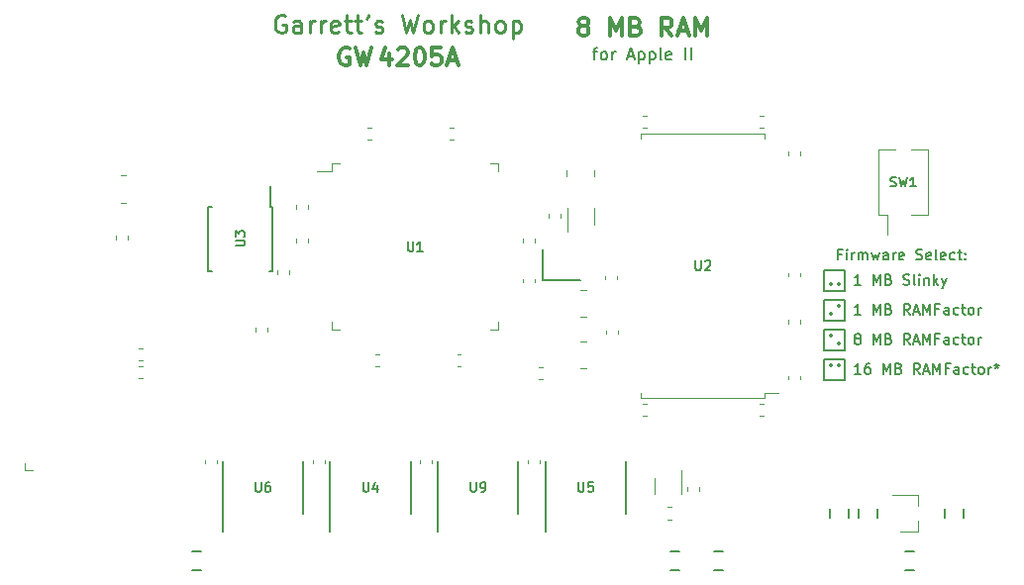
<source format=gto>
G04 #@! TF.GenerationSoftware,KiCad,Pcbnew,(5.1.5-0-10_14)*
G04 #@! TF.CreationDate,2021-04-19T04:27:15-04:00*
G04 #@! TF.ProjectId,GR8RAM,47523852-414d-42e6-9b69-6361645f7063,0.9*
G04 #@! TF.SameCoordinates,Original*
G04 #@! TF.FileFunction,Legend,Top*
G04 #@! TF.FilePolarity,Positive*
%FSLAX46Y46*%
G04 Gerber Fmt 4.6, Leading zero omitted, Abs format (unit mm)*
G04 Created by KiCad (PCBNEW (5.1.5-0-10_14)) date 2021-04-19 04:27:15*
%MOMM*%
%LPD*%
G04 APERTURE LIST*
%ADD10C,0.203200*%
%ADD11C,0.350000*%
%ADD12C,0.300000*%
%ADD13C,0.225000*%
%ADD14C,0.120000*%
%ADD15C,0.150000*%
%ADD16C,0.152400*%
%ADD17C,0.100000*%
%ADD18R,1.879600X1.879600*%
%ADD19O,1.879600X1.879600*%
%ADD20C,2.000000*%
%ADD21C,2.527300*%
%ADD22C,1.143000*%
%ADD23C,0.939800*%
%ADD24C,2.152400*%
%ADD25C,1.448000*%
G04 APERTURE END LIST*
D10*
X130810000Y-108458000D02*
X129032000Y-108458000D01*
D11*
X130238550Y-109664500D02*
X130238650Y-109664500D01*
X129603400Y-109029500D02*
X129603500Y-109029500D01*
D10*
X129032000Y-110236000D02*
X129032000Y-108458000D01*
X130810000Y-110236000D02*
X130810000Y-108458000D01*
X129032000Y-110236000D02*
X130810000Y-110236000D01*
X129032000Y-112776000D02*
X129032000Y-110998000D01*
X130810000Y-112776000D02*
X130810000Y-110998000D01*
D11*
X129603400Y-111569500D02*
X129603500Y-111569500D01*
X130238550Y-111569500D02*
X130238650Y-111569500D01*
D10*
X130810000Y-110998000D02*
X129032000Y-110998000D01*
X129032000Y-112776000D02*
X130810000Y-112776000D01*
X131792937Y-109239857D02*
X131707222Y-109197000D01*
X131664365Y-109154142D01*
X131621508Y-109068428D01*
X131621508Y-109025571D01*
X131664365Y-108939857D01*
X131707222Y-108897000D01*
X131792937Y-108854142D01*
X131964365Y-108854142D01*
X132050080Y-108897000D01*
X132092937Y-108939857D01*
X132135794Y-109025571D01*
X132135794Y-109068428D01*
X132092937Y-109154142D01*
X132050080Y-109197000D01*
X131964365Y-109239857D01*
X131792937Y-109239857D01*
X131707222Y-109282714D01*
X131664365Y-109325571D01*
X131621508Y-109411285D01*
X131621508Y-109582714D01*
X131664365Y-109668428D01*
X131707222Y-109711285D01*
X131792937Y-109754142D01*
X131964365Y-109754142D01*
X132050080Y-109711285D01*
X132092937Y-109668428D01*
X132135794Y-109582714D01*
X132135794Y-109411285D01*
X132092937Y-109325571D01*
X132050080Y-109282714D01*
X131964365Y-109239857D01*
X133207222Y-109754142D02*
X133207222Y-108854142D01*
X133507222Y-109497000D01*
X133807222Y-108854142D01*
X133807222Y-109754142D01*
X134535794Y-109282714D02*
X134664365Y-109325571D01*
X134707222Y-109368428D01*
X134750080Y-109454142D01*
X134750080Y-109582714D01*
X134707222Y-109668428D01*
X134664365Y-109711285D01*
X134578651Y-109754142D01*
X134235794Y-109754142D01*
X134235794Y-108854142D01*
X134535794Y-108854142D01*
X134621508Y-108897000D01*
X134664365Y-108939857D01*
X134707222Y-109025571D01*
X134707222Y-109111285D01*
X134664365Y-109197000D01*
X134621508Y-109239857D01*
X134535794Y-109282714D01*
X134235794Y-109282714D01*
X136335794Y-109754142D02*
X136035794Y-109325571D01*
X135821508Y-109754142D02*
X135821508Y-108854142D01*
X136164365Y-108854142D01*
X136250080Y-108897000D01*
X136292937Y-108939857D01*
X136335794Y-109025571D01*
X136335794Y-109154142D01*
X136292937Y-109239857D01*
X136250080Y-109282714D01*
X136164365Y-109325571D01*
X135821508Y-109325571D01*
X136678651Y-109497000D02*
X137107222Y-109497000D01*
X136592937Y-109754142D02*
X136892937Y-108854142D01*
X137192937Y-109754142D01*
X137492937Y-109754142D02*
X137492937Y-108854142D01*
X137792937Y-109497000D01*
X138092937Y-108854142D01*
X138092937Y-109754142D01*
X138821508Y-109282714D02*
X138521508Y-109282714D01*
X138521508Y-109754142D02*
X138521508Y-108854142D01*
X138950080Y-108854142D01*
X139678651Y-109754142D02*
X139678651Y-109282714D01*
X139635794Y-109197000D01*
X139550080Y-109154142D01*
X139378651Y-109154142D01*
X139292937Y-109197000D01*
X139678651Y-109711285D02*
X139592937Y-109754142D01*
X139378651Y-109754142D01*
X139292937Y-109711285D01*
X139250080Y-109625571D01*
X139250080Y-109539857D01*
X139292937Y-109454142D01*
X139378651Y-109411285D01*
X139592937Y-109411285D01*
X139678651Y-109368428D01*
X140492937Y-109711285D02*
X140407222Y-109754142D01*
X140235794Y-109754142D01*
X140150080Y-109711285D01*
X140107222Y-109668428D01*
X140064365Y-109582714D01*
X140064365Y-109325571D01*
X140107222Y-109239857D01*
X140150080Y-109197000D01*
X140235794Y-109154142D01*
X140407222Y-109154142D01*
X140492937Y-109197000D01*
X140750080Y-109154142D02*
X141092937Y-109154142D01*
X140878651Y-108854142D02*
X140878651Y-109625571D01*
X140921508Y-109711285D01*
X141007222Y-109754142D01*
X141092937Y-109754142D01*
X141521508Y-109754142D02*
X141435794Y-109711285D01*
X141392937Y-109668428D01*
X141350080Y-109582714D01*
X141350080Y-109325571D01*
X141392937Y-109239857D01*
X141435794Y-109197000D01*
X141521508Y-109154142D01*
X141650080Y-109154142D01*
X141735794Y-109197000D01*
X141778651Y-109239857D01*
X141821508Y-109325571D01*
X141821508Y-109582714D01*
X141778651Y-109668428D01*
X141735794Y-109711285D01*
X141650080Y-109754142D01*
X141521508Y-109754142D01*
X142207222Y-109754142D02*
X142207222Y-109154142D01*
X142207222Y-109325571D02*
X142250080Y-109239857D01*
X142292937Y-109197000D01*
X142378651Y-109154142D01*
X142464365Y-109154142D01*
X132135794Y-112294142D02*
X131621508Y-112294142D01*
X131878651Y-112294142D02*
X131878651Y-111394142D01*
X131792937Y-111522714D01*
X131707222Y-111608428D01*
X131621508Y-111651285D01*
X132907222Y-111394142D02*
X132735794Y-111394142D01*
X132650080Y-111437000D01*
X132607222Y-111479857D01*
X132521508Y-111608428D01*
X132478651Y-111779857D01*
X132478651Y-112122714D01*
X132521508Y-112208428D01*
X132564365Y-112251285D01*
X132650080Y-112294142D01*
X132821508Y-112294142D01*
X132907222Y-112251285D01*
X132950080Y-112208428D01*
X132992937Y-112122714D01*
X132992937Y-111908428D01*
X132950080Y-111822714D01*
X132907222Y-111779857D01*
X132821508Y-111737000D01*
X132650080Y-111737000D01*
X132564365Y-111779857D01*
X132521508Y-111822714D01*
X132478651Y-111908428D01*
X134064365Y-112294142D02*
X134064365Y-111394142D01*
X134364365Y-112037000D01*
X134664365Y-111394142D01*
X134664365Y-112294142D01*
X135392937Y-111822714D02*
X135521508Y-111865571D01*
X135564365Y-111908428D01*
X135607222Y-111994142D01*
X135607222Y-112122714D01*
X135564365Y-112208428D01*
X135521508Y-112251285D01*
X135435794Y-112294142D01*
X135092937Y-112294142D01*
X135092937Y-111394142D01*
X135392937Y-111394142D01*
X135478651Y-111437000D01*
X135521508Y-111479857D01*
X135564365Y-111565571D01*
X135564365Y-111651285D01*
X135521508Y-111737000D01*
X135478651Y-111779857D01*
X135392937Y-111822714D01*
X135092937Y-111822714D01*
X137192937Y-112294142D02*
X136892937Y-111865571D01*
X136678651Y-112294142D02*
X136678651Y-111394142D01*
X137021508Y-111394142D01*
X137107222Y-111437000D01*
X137150080Y-111479857D01*
X137192937Y-111565571D01*
X137192937Y-111694142D01*
X137150080Y-111779857D01*
X137107222Y-111822714D01*
X137021508Y-111865571D01*
X136678651Y-111865571D01*
X137535794Y-112037000D02*
X137964365Y-112037000D01*
X137450080Y-112294142D02*
X137750080Y-111394142D01*
X138050080Y-112294142D01*
X138350080Y-112294142D02*
X138350080Y-111394142D01*
X138650080Y-112037000D01*
X138950080Y-111394142D01*
X138950080Y-112294142D01*
X139678651Y-111822714D02*
X139378651Y-111822714D01*
X139378651Y-112294142D02*
X139378651Y-111394142D01*
X139807222Y-111394142D01*
X140535794Y-112294142D02*
X140535794Y-111822714D01*
X140492937Y-111737000D01*
X140407222Y-111694142D01*
X140235794Y-111694142D01*
X140150080Y-111737000D01*
X140535794Y-112251285D02*
X140450080Y-112294142D01*
X140235794Y-112294142D01*
X140150080Y-112251285D01*
X140107222Y-112165571D01*
X140107222Y-112079857D01*
X140150080Y-111994142D01*
X140235794Y-111951285D01*
X140450080Y-111951285D01*
X140535794Y-111908428D01*
X141350080Y-112251285D02*
X141264365Y-112294142D01*
X141092937Y-112294142D01*
X141007222Y-112251285D01*
X140964365Y-112208428D01*
X140921508Y-112122714D01*
X140921508Y-111865571D01*
X140964365Y-111779857D01*
X141007222Y-111737000D01*
X141092937Y-111694142D01*
X141264365Y-111694142D01*
X141350080Y-111737000D01*
X141607222Y-111694142D02*
X141950080Y-111694142D01*
X141735794Y-111394142D02*
X141735794Y-112165571D01*
X141778651Y-112251285D01*
X141864365Y-112294142D01*
X141950080Y-112294142D01*
X142378651Y-112294142D02*
X142292937Y-112251285D01*
X142250080Y-112208428D01*
X142207222Y-112122714D01*
X142207222Y-111865571D01*
X142250080Y-111779857D01*
X142292937Y-111737000D01*
X142378651Y-111694142D01*
X142507222Y-111694142D01*
X142592937Y-111737000D01*
X142635794Y-111779857D01*
X142678651Y-111865571D01*
X142678651Y-112122714D01*
X142635794Y-112208428D01*
X142592937Y-112251285D01*
X142507222Y-112294142D01*
X142378651Y-112294142D01*
X143064365Y-112294142D02*
X143064365Y-111694142D01*
X143064365Y-111865571D02*
X143107222Y-111779857D01*
X143150080Y-111737000D01*
X143235794Y-111694142D01*
X143321508Y-111694142D01*
X143750080Y-111394142D02*
X143750080Y-111608428D01*
X143535794Y-111522714D02*
X143750080Y-111608428D01*
X143964365Y-111522714D01*
X143621508Y-111779857D02*
X143750080Y-111608428D01*
X143878651Y-111779857D01*
X130810000Y-103378000D02*
X129032000Y-103378000D01*
D11*
X130238550Y-104584500D02*
X130238650Y-104584500D01*
X129603400Y-104584500D02*
X129603500Y-104584500D01*
D10*
X129032000Y-105156000D02*
X129032000Y-103378000D01*
X130810000Y-105156000D02*
X130810000Y-103378000D01*
X129032000Y-105156000D02*
X130810000Y-105156000D01*
X129032000Y-107696000D02*
X129032000Y-105918000D01*
X130810000Y-107696000D02*
X130810000Y-105918000D01*
D11*
X129603400Y-107124500D02*
X129603500Y-107124500D01*
X130238400Y-106489500D02*
X130238500Y-106489500D01*
D10*
X130810000Y-105918000D02*
X129032000Y-105918000D01*
X129032000Y-107696000D02*
X130810000Y-107696000D01*
X132135794Y-107214142D02*
X131621508Y-107214142D01*
X131878651Y-107214142D02*
X131878651Y-106314142D01*
X131792937Y-106442714D01*
X131707222Y-106528428D01*
X131621508Y-106571285D01*
X133207222Y-107214142D02*
X133207222Y-106314142D01*
X133507222Y-106957000D01*
X133807222Y-106314142D01*
X133807222Y-107214142D01*
X134535794Y-106742714D02*
X134664365Y-106785571D01*
X134707222Y-106828428D01*
X134750080Y-106914142D01*
X134750080Y-107042714D01*
X134707222Y-107128428D01*
X134664365Y-107171285D01*
X134578651Y-107214142D01*
X134235794Y-107214142D01*
X134235794Y-106314142D01*
X134535794Y-106314142D01*
X134621508Y-106357000D01*
X134664365Y-106399857D01*
X134707222Y-106485571D01*
X134707222Y-106571285D01*
X134664365Y-106657000D01*
X134621508Y-106699857D01*
X134535794Y-106742714D01*
X134235794Y-106742714D01*
X136335794Y-107214142D02*
X136035794Y-106785571D01*
X135821508Y-107214142D02*
X135821508Y-106314142D01*
X136164365Y-106314142D01*
X136250080Y-106357000D01*
X136292937Y-106399857D01*
X136335794Y-106485571D01*
X136335794Y-106614142D01*
X136292937Y-106699857D01*
X136250080Y-106742714D01*
X136164365Y-106785571D01*
X135821508Y-106785571D01*
X136678651Y-106957000D02*
X137107222Y-106957000D01*
X136592937Y-107214142D02*
X136892937Y-106314142D01*
X137192937Y-107214142D01*
X137492937Y-107214142D02*
X137492937Y-106314142D01*
X137792937Y-106957000D01*
X138092937Y-106314142D01*
X138092937Y-107214142D01*
X138821508Y-106742714D02*
X138521508Y-106742714D01*
X138521508Y-107214142D02*
X138521508Y-106314142D01*
X138950080Y-106314142D01*
X139678651Y-107214142D02*
X139678651Y-106742714D01*
X139635794Y-106657000D01*
X139550080Y-106614142D01*
X139378651Y-106614142D01*
X139292937Y-106657000D01*
X139678651Y-107171285D02*
X139592937Y-107214142D01*
X139378651Y-107214142D01*
X139292937Y-107171285D01*
X139250080Y-107085571D01*
X139250080Y-106999857D01*
X139292937Y-106914142D01*
X139378651Y-106871285D01*
X139592937Y-106871285D01*
X139678651Y-106828428D01*
X140492937Y-107171285D02*
X140407222Y-107214142D01*
X140235794Y-107214142D01*
X140150080Y-107171285D01*
X140107222Y-107128428D01*
X140064365Y-107042714D01*
X140064365Y-106785571D01*
X140107222Y-106699857D01*
X140150080Y-106657000D01*
X140235794Y-106614142D01*
X140407222Y-106614142D01*
X140492937Y-106657000D01*
X140750080Y-106614142D02*
X141092937Y-106614142D01*
X140878651Y-106314142D02*
X140878651Y-107085571D01*
X140921508Y-107171285D01*
X141007222Y-107214142D01*
X141092937Y-107214142D01*
X141521508Y-107214142D02*
X141435794Y-107171285D01*
X141392937Y-107128428D01*
X141350080Y-107042714D01*
X141350080Y-106785571D01*
X141392937Y-106699857D01*
X141435794Y-106657000D01*
X141521508Y-106614142D01*
X141650080Y-106614142D01*
X141735794Y-106657000D01*
X141778651Y-106699857D01*
X141821508Y-106785571D01*
X141821508Y-107042714D01*
X141778651Y-107128428D01*
X141735794Y-107171285D01*
X141650080Y-107214142D01*
X141521508Y-107214142D01*
X142207222Y-107214142D02*
X142207222Y-106614142D01*
X142207222Y-106785571D02*
X142250080Y-106699857D01*
X142292937Y-106657000D01*
X142378651Y-106614142D01*
X142464365Y-106614142D01*
X132135794Y-104674142D02*
X131621508Y-104674142D01*
X131878651Y-104674142D02*
X131878651Y-103774142D01*
X131792937Y-103902714D01*
X131707222Y-103988428D01*
X131621508Y-104031285D01*
X133207222Y-104674142D02*
X133207222Y-103774142D01*
X133507222Y-104417000D01*
X133807222Y-103774142D01*
X133807222Y-104674142D01*
X134535794Y-104202714D02*
X134664365Y-104245571D01*
X134707222Y-104288428D01*
X134750080Y-104374142D01*
X134750080Y-104502714D01*
X134707222Y-104588428D01*
X134664365Y-104631285D01*
X134578651Y-104674142D01*
X134235794Y-104674142D01*
X134235794Y-103774142D01*
X134535794Y-103774142D01*
X134621508Y-103817000D01*
X134664365Y-103859857D01*
X134707222Y-103945571D01*
X134707222Y-104031285D01*
X134664365Y-104117000D01*
X134621508Y-104159857D01*
X134535794Y-104202714D01*
X134235794Y-104202714D01*
X135778651Y-104631285D02*
X135907222Y-104674142D01*
X136121508Y-104674142D01*
X136207222Y-104631285D01*
X136250080Y-104588428D01*
X136292937Y-104502714D01*
X136292937Y-104417000D01*
X136250080Y-104331285D01*
X136207222Y-104288428D01*
X136121508Y-104245571D01*
X135950080Y-104202714D01*
X135864365Y-104159857D01*
X135821508Y-104117000D01*
X135778651Y-104031285D01*
X135778651Y-103945571D01*
X135821508Y-103859857D01*
X135864365Y-103817000D01*
X135950080Y-103774142D01*
X136164365Y-103774142D01*
X136292937Y-103817000D01*
X136807222Y-104674142D02*
X136721508Y-104631285D01*
X136678651Y-104545571D01*
X136678651Y-103774142D01*
X137150080Y-104674142D02*
X137150080Y-104074142D01*
X137150080Y-103774142D02*
X137107222Y-103817000D01*
X137150080Y-103859857D01*
X137192937Y-103817000D01*
X137150080Y-103774142D01*
X137150080Y-103859857D01*
X137578651Y-104074142D02*
X137578651Y-104674142D01*
X137578651Y-104159857D02*
X137621508Y-104117000D01*
X137707222Y-104074142D01*
X137835794Y-104074142D01*
X137921508Y-104117000D01*
X137964365Y-104202714D01*
X137964365Y-104674142D01*
X138392937Y-104674142D02*
X138392937Y-103774142D01*
X138478651Y-104331285D02*
X138735794Y-104674142D01*
X138735794Y-104074142D02*
X138392937Y-104417000D01*
X139035794Y-104074142D02*
X139250080Y-104674142D01*
X139464365Y-104074142D02*
X139250080Y-104674142D01*
X139164365Y-104888428D01*
X139121508Y-104931285D01*
X139035794Y-104974142D01*
X130493142Y-102043714D02*
X130193142Y-102043714D01*
X130193142Y-102515142D02*
X130193142Y-101615142D01*
X130621714Y-101615142D01*
X130964571Y-102515142D02*
X130964571Y-101915142D01*
X130964571Y-101615142D02*
X130921714Y-101658000D01*
X130964571Y-101700857D01*
X131007428Y-101658000D01*
X130964571Y-101615142D01*
X130964571Y-101700857D01*
X131393142Y-102515142D02*
X131393142Y-101915142D01*
X131393142Y-102086571D02*
X131436000Y-102000857D01*
X131478857Y-101958000D01*
X131564571Y-101915142D01*
X131650285Y-101915142D01*
X131950285Y-102515142D02*
X131950285Y-101915142D01*
X131950285Y-102000857D02*
X131993142Y-101958000D01*
X132078857Y-101915142D01*
X132207428Y-101915142D01*
X132293142Y-101958000D01*
X132336000Y-102043714D01*
X132336000Y-102515142D01*
X132336000Y-102043714D02*
X132378857Y-101958000D01*
X132464571Y-101915142D01*
X132593142Y-101915142D01*
X132678857Y-101958000D01*
X132721714Y-102043714D01*
X132721714Y-102515142D01*
X133064571Y-101915142D02*
X133236000Y-102515142D01*
X133407428Y-102086571D01*
X133578857Y-102515142D01*
X133750285Y-101915142D01*
X134478857Y-102515142D02*
X134478857Y-102043714D01*
X134436000Y-101958000D01*
X134350285Y-101915142D01*
X134178857Y-101915142D01*
X134093142Y-101958000D01*
X134478857Y-102472285D02*
X134393142Y-102515142D01*
X134178857Y-102515142D01*
X134093142Y-102472285D01*
X134050285Y-102386571D01*
X134050285Y-102300857D01*
X134093142Y-102215142D01*
X134178857Y-102172285D01*
X134393142Y-102172285D01*
X134478857Y-102129428D01*
X134907428Y-102515142D02*
X134907428Y-101915142D01*
X134907428Y-102086571D02*
X134950285Y-102000857D01*
X134993142Y-101958000D01*
X135078857Y-101915142D01*
X135164571Y-101915142D01*
X135807428Y-102472285D02*
X135721714Y-102515142D01*
X135550285Y-102515142D01*
X135464571Y-102472285D01*
X135421714Y-102386571D01*
X135421714Y-102043714D01*
X135464571Y-101958000D01*
X135550285Y-101915142D01*
X135721714Y-101915142D01*
X135807428Y-101958000D01*
X135850285Y-102043714D01*
X135850285Y-102129428D01*
X135421714Y-102215142D01*
X136878857Y-102472285D02*
X137007428Y-102515142D01*
X137221714Y-102515142D01*
X137307428Y-102472285D01*
X137350285Y-102429428D01*
X137393142Y-102343714D01*
X137393142Y-102258000D01*
X137350285Y-102172285D01*
X137307428Y-102129428D01*
X137221714Y-102086571D01*
X137050285Y-102043714D01*
X136964571Y-102000857D01*
X136921714Y-101958000D01*
X136878857Y-101872285D01*
X136878857Y-101786571D01*
X136921714Y-101700857D01*
X136964571Y-101658000D01*
X137050285Y-101615142D01*
X137264571Y-101615142D01*
X137393142Y-101658000D01*
X138121714Y-102472285D02*
X138036000Y-102515142D01*
X137864571Y-102515142D01*
X137778857Y-102472285D01*
X137736000Y-102386571D01*
X137736000Y-102043714D01*
X137778857Y-101958000D01*
X137864571Y-101915142D01*
X138036000Y-101915142D01*
X138121714Y-101958000D01*
X138164571Y-102043714D01*
X138164571Y-102129428D01*
X137736000Y-102215142D01*
X138678857Y-102515142D02*
X138593142Y-102472285D01*
X138550285Y-102386571D01*
X138550285Y-101615142D01*
X139364571Y-102472285D02*
X139278857Y-102515142D01*
X139107428Y-102515142D01*
X139021714Y-102472285D01*
X138978857Y-102386571D01*
X138978857Y-102043714D01*
X139021714Y-101958000D01*
X139107428Y-101915142D01*
X139278857Y-101915142D01*
X139364571Y-101958000D01*
X139407428Y-102043714D01*
X139407428Y-102129428D01*
X138978857Y-102215142D01*
X140178857Y-102472285D02*
X140093142Y-102515142D01*
X139921714Y-102515142D01*
X139836000Y-102472285D01*
X139793142Y-102429428D01*
X139750285Y-102343714D01*
X139750285Y-102086571D01*
X139793142Y-102000857D01*
X139836000Y-101958000D01*
X139921714Y-101915142D01*
X140093142Y-101915142D01*
X140178857Y-101958000D01*
X140436000Y-101915142D02*
X140778857Y-101915142D01*
X140564571Y-101615142D02*
X140564571Y-102386571D01*
X140607428Y-102472285D01*
X140693142Y-102515142D01*
X140778857Y-102515142D01*
X141078857Y-102429428D02*
X141121714Y-102472285D01*
X141078857Y-102515142D01*
X141036000Y-102472285D01*
X141078857Y-102429428D01*
X141078857Y-102515142D01*
X141078857Y-101958000D02*
X141121714Y-102000857D01*
X141078857Y-102043714D01*
X141036000Y-102000857D01*
X141078857Y-101958000D01*
X141078857Y-102043714D01*
X109256285Y-84745285D02*
X109643333Y-84745285D01*
X109401428Y-85422619D02*
X109401428Y-84551761D01*
X109449809Y-84455000D01*
X109546571Y-84406619D01*
X109643333Y-84406619D01*
X110127142Y-85422619D02*
X110030380Y-85374238D01*
X109982000Y-85325857D01*
X109933619Y-85229095D01*
X109933619Y-84938809D01*
X109982000Y-84842047D01*
X110030380Y-84793666D01*
X110127142Y-84745285D01*
X110272285Y-84745285D01*
X110369047Y-84793666D01*
X110417428Y-84842047D01*
X110465809Y-84938809D01*
X110465809Y-85229095D01*
X110417428Y-85325857D01*
X110369047Y-85374238D01*
X110272285Y-85422619D01*
X110127142Y-85422619D01*
X110901238Y-85422619D02*
X110901238Y-84745285D01*
X110901238Y-84938809D02*
X110949619Y-84842047D01*
X110998000Y-84793666D01*
X111094761Y-84745285D01*
X111191523Y-84745285D01*
X112255904Y-85132333D02*
X112739714Y-85132333D01*
X112159142Y-85422619D02*
X112497809Y-84406619D01*
X112836476Y-85422619D01*
X113175142Y-84745285D02*
X113175142Y-85761285D01*
X113175142Y-84793666D02*
X113271904Y-84745285D01*
X113465428Y-84745285D01*
X113562190Y-84793666D01*
X113610571Y-84842047D01*
X113658952Y-84938809D01*
X113658952Y-85229095D01*
X113610571Y-85325857D01*
X113562190Y-85374238D01*
X113465428Y-85422619D01*
X113271904Y-85422619D01*
X113175142Y-85374238D01*
X114094380Y-84745285D02*
X114094380Y-85761285D01*
X114094380Y-84793666D02*
X114191142Y-84745285D01*
X114384666Y-84745285D01*
X114481428Y-84793666D01*
X114529809Y-84842047D01*
X114578190Y-84938809D01*
X114578190Y-85229095D01*
X114529809Y-85325857D01*
X114481428Y-85374238D01*
X114384666Y-85422619D01*
X114191142Y-85422619D01*
X114094380Y-85374238D01*
X115158761Y-85422619D02*
X115062000Y-85374238D01*
X115013619Y-85277476D01*
X115013619Y-84406619D01*
X115932857Y-85374238D02*
X115836095Y-85422619D01*
X115642571Y-85422619D01*
X115545809Y-85374238D01*
X115497428Y-85277476D01*
X115497428Y-84890428D01*
X115545809Y-84793666D01*
X115642571Y-84745285D01*
X115836095Y-84745285D01*
X115932857Y-84793666D01*
X115981238Y-84890428D01*
X115981238Y-84987190D01*
X115497428Y-85083952D01*
X117190761Y-85422619D02*
X117190761Y-84406619D01*
X117674571Y-85422619D02*
X117674571Y-84406619D01*
D12*
X91873000Y-84895571D02*
X91873000Y-85895571D01*
X91515857Y-84324142D02*
X91158714Y-85395571D01*
X92087285Y-85395571D01*
X92587285Y-84538428D02*
X92658714Y-84467000D01*
X92801571Y-84395571D01*
X93158714Y-84395571D01*
X93301571Y-84467000D01*
X93373000Y-84538428D01*
X93444428Y-84681285D01*
X93444428Y-84824142D01*
X93373000Y-85038428D01*
X92515857Y-85895571D01*
X93444428Y-85895571D01*
X94373000Y-84395571D02*
X94515857Y-84395571D01*
X94658714Y-84467000D01*
X94730142Y-84538428D01*
X94801571Y-84681285D01*
X94873000Y-84967000D01*
X94873000Y-85324142D01*
X94801571Y-85609857D01*
X94730142Y-85752714D01*
X94658714Y-85824142D01*
X94515857Y-85895571D01*
X94373000Y-85895571D01*
X94230142Y-85824142D01*
X94158714Y-85752714D01*
X94087285Y-85609857D01*
X94015857Y-85324142D01*
X94015857Y-84967000D01*
X94087285Y-84681285D01*
X94158714Y-84538428D01*
X94230142Y-84467000D01*
X94373000Y-84395571D01*
X96230142Y-84395571D02*
X95515857Y-84395571D01*
X95444428Y-85109857D01*
X95515857Y-85038428D01*
X95658714Y-84967000D01*
X96015857Y-84967000D01*
X96158714Y-85038428D01*
X96230142Y-85109857D01*
X96301571Y-85252714D01*
X96301571Y-85609857D01*
X96230142Y-85752714D01*
X96158714Y-85824142D01*
X96015857Y-85895571D01*
X95658714Y-85895571D01*
X95515857Y-85824142D01*
X95444428Y-85752714D01*
X96873000Y-85467000D02*
X97587285Y-85467000D01*
X96730142Y-85895571D02*
X97230142Y-84395571D01*
X97730142Y-85895571D01*
X108312857Y-82495571D02*
X108167714Y-82423000D01*
X108095142Y-82350428D01*
X108022571Y-82205285D01*
X108022571Y-82132714D01*
X108095142Y-81987571D01*
X108167714Y-81915000D01*
X108312857Y-81842428D01*
X108603142Y-81842428D01*
X108748285Y-81915000D01*
X108820857Y-81987571D01*
X108893428Y-82132714D01*
X108893428Y-82205285D01*
X108820857Y-82350428D01*
X108748285Y-82423000D01*
X108603142Y-82495571D01*
X108312857Y-82495571D01*
X108167714Y-82568142D01*
X108095142Y-82640714D01*
X108022571Y-82785857D01*
X108022571Y-83076142D01*
X108095142Y-83221285D01*
X108167714Y-83293857D01*
X108312857Y-83366428D01*
X108603142Y-83366428D01*
X108748285Y-83293857D01*
X108820857Y-83221285D01*
X108893428Y-83076142D01*
X108893428Y-82785857D01*
X108820857Y-82640714D01*
X108748285Y-82568142D01*
X108603142Y-82495571D01*
X110707714Y-83366428D02*
X110707714Y-81842428D01*
X111215714Y-82931000D01*
X111723714Y-81842428D01*
X111723714Y-83366428D01*
X112957428Y-82568142D02*
X113175142Y-82640714D01*
X113247714Y-82713285D01*
X113320285Y-82858428D01*
X113320285Y-83076142D01*
X113247714Y-83221285D01*
X113175142Y-83293857D01*
X113030000Y-83366428D01*
X112449428Y-83366428D01*
X112449428Y-81842428D01*
X112957428Y-81842428D01*
X113102571Y-81915000D01*
X113175142Y-81987571D01*
X113247714Y-82132714D01*
X113247714Y-82277857D01*
X113175142Y-82423000D01*
X113102571Y-82495571D01*
X112957428Y-82568142D01*
X112449428Y-82568142D01*
X116005428Y-83366428D02*
X115497428Y-82640714D01*
X115134571Y-83366428D02*
X115134571Y-81842428D01*
X115715142Y-81842428D01*
X115860285Y-81915000D01*
X115932857Y-81987571D01*
X116005428Y-82132714D01*
X116005428Y-82350428D01*
X115932857Y-82495571D01*
X115860285Y-82568142D01*
X115715142Y-82640714D01*
X115134571Y-82640714D01*
X116586000Y-82931000D02*
X117311714Y-82931000D01*
X116440857Y-83366428D02*
X116948857Y-81842428D01*
X117456857Y-83366428D01*
X117964857Y-83366428D02*
X117964857Y-81842428D01*
X118472857Y-82931000D01*
X118980857Y-81842428D01*
X118980857Y-83366428D01*
D13*
X82930999Y-81661000D02*
X82785857Y-81588428D01*
X82568142Y-81588428D01*
X82350428Y-81661000D01*
X82205285Y-81806142D01*
X82132714Y-81951285D01*
X82060142Y-82241571D01*
X82060142Y-82459285D01*
X82132714Y-82749571D01*
X82205285Y-82894714D01*
X82350428Y-83039857D01*
X82568142Y-83112428D01*
X82713285Y-83112428D01*
X82930999Y-83039857D01*
X83003571Y-82967285D01*
X83003571Y-82459285D01*
X82713285Y-82459285D01*
X84309857Y-83112428D02*
X84309857Y-82314142D01*
X84237285Y-82169000D01*
X84092142Y-82096428D01*
X83801857Y-82096428D01*
X83656714Y-82169000D01*
X84309857Y-83039857D02*
X84164714Y-83112428D01*
X83801857Y-83112428D01*
X83656714Y-83039857D01*
X83584142Y-82894714D01*
X83584142Y-82749571D01*
X83656714Y-82604428D01*
X83801857Y-82531857D01*
X84164714Y-82531857D01*
X84309857Y-82459285D01*
X85035571Y-83112428D02*
X85035571Y-82096428D01*
X85035571Y-82386714D02*
X85108142Y-82241571D01*
X85180714Y-82169000D01*
X85325857Y-82096428D01*
X85470999Y-82096428D01*
X85978999Y-83112428D02*
X85978999Y-82096428D01*
X85978999Y-82386714D02*
X86051571Y-82241571D01*
X86124142Y-82169000D01*
X86269285Y-82096428D01*
X86414428Y-82096428D01*
X87502999Y-83039857D02*
X87357857Y-83112428D01*
X87067571Y-83112428D01*
X86922428Y-83039857D01*
X86849857Y-82894714D01*
X86849857Y-82314142D01*
X86922428Y-82169000D01*
X87067571Y-82096428D01*
X87357857Y-82096428D01*
X87502999Y-82169000D01*
X87575571Y-82314142D01*
X87575571Y-82459285D01*
X86849857Y-82604428D01*
X88010999Y-82096428D02*
X88591571Y-82096428D01*
X88228714Y-81588428D02*
X88228714Y-82894714D01*
X88301285Y-83039857D01*
X88446428Y-83112428D01*
X88591571Y-83112428D01*
X88881857Y-82096428D02*
X89462428Y-82096428D01*
X89099571Y-81588428D02*
X89099571Y-82894714D01*
X89172142Y-83039857D01*
X89317285Y-83112428D01*
X89462428Y-83112428D01*
X90042999Y-81588428D02*
X90042999Y-81661000D01*
X89970428Y-81806142D01*
X89897857Y-81878714D01*
X90623571Y-83039857D02*
X90768714Y-83112428D01*
X91058999Y-83112428D01*
X91204142Y-83039857D01*
X91276714Y-82894714D01*
X91276714Y-82822142D01*
X91204142Y-82677000D01*
X91058999Y-82604428D01*
X90841285Y-82604428D01*
X90696142Y-82531857D01*
X90623571Y-82386714D01*
X90623571Y-82314142D01*
X90696142Y-82169000D01*
X90841285Y-82096428D01*
X91058999Y-82096428D01*
X91204142Y-82169000D01*
X92945857Y-81588428D02*
X93308714Y-83112428D01*
X93598999Y-82023857D01*
X93889285Y-83112428D01*
X94252142Y-81588428D01*
X95050428Y-83112428D02*
X94905285Y-83039857D01*
X94832714Y-82967285D01*
X94760142Y-82822142D01*
X94760142Y-82386714D01*
X94832714Y-82241571D01*
X94905285Y-82169000D01*
X95050428Y-82096428D01*
X95268142Y-82096428D01*
X95413285Y-82169000D01*
X95485857Y-82241571D01*
X95558428Y-82386714D01*
X95558428Y-82822142D01*
X95485857Y-82967285D01*
X95413285Y-83039857D01*
X95268142Y-83112428D01*
X95050428Y-83112428D01*
X96211571Y-83112428D02*
X96211571Y-82096428D01*
X96211571Y-82386714D02*
X96284142Y-82241571D01*
X96356714Y-82169000D01*
X96501857Y-82096428D01*
X96646999Y-82096428D01*
X97154999Y-83112428D02*
X97154999Y-81588428D01*
X97300142Y-82531857D02*
X97735571Y-83112428D01*
X97735571Y-82096428D02*
X97154999Y-82677000D01*
X98316142Y-83039857D02*
X98461285Y-83112428D01*
X98751571Y-83112428D01*
X98896714Y-83039857D01*
X98969285Y-82894714D01*
X98969285Y-82822142D01*
X98896714Y-82677000D01*
X98751571Y-82604428D01*
X98533857Y-82604428D01*
X98388714Y-82531857D01*
X98316142Y-82386714D01*
X98316142Y-82314142D01*
X98388714Y-82169000D01*
X98533857Y-82096428D01*
X98751571Y-82096428D01*
X98896714Y-82169000D01*
X99622428Y-83112428D02*
X99622428Y-81588428D01*
X100275571Y-83112428D02*
X100275571Y-82314142D01*
X100202999Y-82169000D01*
X100057857Y-82096428D01*
X99840142Y-82096428D01*
X99694999Y-82169000D01*
X99622428Y-82241571D01*
X101218999Y-83112428D02*
X101073857Y-83039857D01*
X101001285Y-82967285D01*
X100928714Y-82822142D01*
X100928714Y-82386714D01*
X101001285Y-82241571D01*
X101073857Y-82169000D01*
X101218999Y-82096428D01*
X101436714Y-82096428D01*
X101581857Y-82169000D01*
X101654428Y-82241571D01*
X101726999Y-82386714D01*
X101726999Y-82822142D01*
X101654428Y-82967285D01*
X101581857Y-83039857D01*
X101436714Y-83112428D01*
X101218999Y-83112428D01*
X102380142Y-82096428D02*
X102380142Y-83620428D01*
X102380142Y-82169000D02*
X102525285Y-82096428D01*
X102815571Y-82096428D01*
X102960714Y-82169000D01*
X103033285Y-82241571D01*
X103105857Y-82386714D01*
X103105857Y-82822142D01*
X103033285Y-82967285D01*
X102960714Y-83039857D01*
X102815571Y-83112428D01*
X102525285Y-83112428D01*
X102380142Y-83039857D01*
D12*
X88411571Y-84467000D02*
X88268714Y-84395571D01*
X88054428Y-84395571D01*
X87840142Y-84467000D01*
X87697285Y-84609857D01*
X87625857Y-84752714D01*
X87554428Y-85038428D01*
X87554428Y-85252714D01*
X87625857Y-85538428D01*
X87697285Y-85681285D01*
X87840142Y-85824142D01*
X88054428Y-85895571D01*
X88197285Y-85895571D01*
X88411571Y-85824142D01*
X88483000Y-85752714D01*
X88483000Y-85252714D01*
X88197285Y-85252714D01*
X88983000Y-84395571D02*
X89340142Y-85895571D01*
X89625857Y-84824142D01*
X89911571Y-85895571D01*
X90268714Y-84395571D01*
D14*
X90637221Y-110590000D02*
X90962779Y-110590000D01*
X90637221Y-111610000D02*
X90962779Y-111610000D01*
X136458000Y-93125000D02*
X137893000Y-93125000D01*
X136458000Y-98645000D02*
X137893000Y-98645000D01*
X133632000Y-93125000D02*
X135067000Y-93125000D01*
X133632000Y-98645000D02*
X133632000Y-93125000D01*
X133632000Y-98645000D02*
X134448000Y-98645000D01*
X134448000Y-100331000D02*
X134448000Y-98645000D01*
X137893000Y-98645000D02*
X137893000Y-93125000D01*
X81460000Y-108662779D02*
X81460000Y-108337221D01*
X80440000Y-108662779D02*
X80440000Y-108337221D01*
D15*
X81671000Y-97961000D02*
X81671000Y-96211000D01*
X76366000Y-97961000D02*
X76366000Y-103461000D01*
X81876000Y-97961000D02*
X81876000Y-103461000D01*
X76366000Y-97961000D02*
X76666000Y-97961000D01*
X76366000Y-103461000D02*
X76666000Y-103461000D01*
X81876000Y-103461000D02*
X81576000Y-103461000D01*
X81876000Y-97961000D02*
X81671000Y-97961000D01*
D14*
X68850000Y-95270000D02*
X69350000Y-95270000D01*
X68850000Y-97630000D02*
X69350000Y-97630000D01*
X70387221Y-111160000D02*
X70712779Y-111160000D01*
X70387221Y-110140000D02*
X70712779Y-110140000D01*
X70712779Y-112610000D02*
X70387221Y-112610000D01*
X70712779Y-111590000D02*
X70387221Y-111590000D01*
D15*
X84475000Y-124225000D02*
X84475000Y-119775000D01*
X77575000Y-125750000D02*
X77575000Y-119775000D01*
D14*
X86940000Y-94990000D02*
X85650000Y-94990000D01*
X86940000Y-94290000D02*
X86940000Y-94990000D01*
X87640000Y-94290000D02*
X86940000Y-94290000D01*
X101160000Y-94290000D02*
X101160000Y-94990000D01*
X100460000Y-94290000D02*
X101160000Y-94290000D01*
X86940000Y-108510000D02*
X86940000Y-107810000D01*
X87640000Y-108510000D02*
X86940000Y-108510000D01*
X101160000Y-108510000D02*
X101160000Y-107810000D01*
X100460000Y-108510000D02*
X101160000Y-108510000D01*
X115962779Y-124710000D02*
X115637221Y-124710000D01*
X115962779Y-123690000D02*
X115637221Y-123690000D01*
X69510000Y-100487221D02*
X69510000Y-100812779D01*
X68490000Y-100487221D02*
X68490000Y-100812779D01*
X104637221Y-112760000D02*
X104962779Y-112760000D01*
X104637221Y-111740000D02*
X104962779Y-111740000D01*
X107040000Y-98120000D02*
X107040000Y-100150000D01*
X109360000Y-99530000D02*
X109360000Y-98120000D01*
X123950000Y-92150000D02*
X123950000Y-91750000D01*
X113350000Y-92150000D02*
X113350000Y-91750000D01*
X113350000Y-114350000D02*
X113350000Y-113950000D01*
X123950000Y-91750000D02*
X113350000Y-91750000D01*
X123950000Y-114350000D02*
X113350000Y-114350000D01*
X123950000Y-113950000D02*
X123950000Y-114350000D01*
X125150000Y-113950000D02*
X123950000Y-113950000D01*
D16*
X131950000Y-124606400D02*
X131950000Y-123793600D01*
X133550000Y-124606400D02*
X133550000Y-123793600D01*
D14*
X60706000Y-120523000D02*
X60706000Y-119888000D01*
X61341000Y-120523000D02*
X60706000Y-120523000D01*
X123812779Y-114840000D02*
X123487221Y-114840000D01*
X123812779Y-115860000D02*
X123487221Y-115860000D01*
D15*
X112075000Y-124225000D02*
X112075000Y-119775000D01*
X105175000Y-125750000D02*
X105175000Y-119775000D01*
D16*
X104950000Y-101650000D02*
X104950000Y-104250000D01*
X104950000Y-104250000D02*
X108200000Y-104250000D01*
D14*
X106460000Y-98587221D02*
X106460000Y-98912779D01*
X105440000Y-98587221D02*
X105440000Y-98912779D01*
X110340000Y-108862779D02*
X110340000Y-108537221D01*
X111360000Y-108862779D02*
X111360000Y-108537221D01*
X113812779Y-115860000D02*
X113487221Y-115860000D01*
X113812779Y-114840000D02*
X113487221Y-114840000D01*
X125940000Y-93237221D02*
X125940000Y-93562779D01*
X126960000Y-93237221D02*
X126960000Y-93562779D01*
X110290000Y-104212779D02*
X110290000Y-103887221D01*
X111310000Y-104212779D02*
X111310000Y-103887221D01*
X126960000Y-107637221D02*
X126960000Y-107962779D01*
X125940000Y-107637221D02*
X125940000Y-107962779D01*
X126960000Y-112437221D02*
X126960000Y-112762779D01*
X125940000Y-112437221D02*
X125940000Y-112762779D01*
X126960000Y-103637221D02*
X126960000Y-103962779D01*
X125940000Y-103637221D02*
X125940000Y-103962779D01*
D16*
X115837600Y-129070000D02*
X116650400Y-129070000D01*
X115837600Y-127470000D02*
X116650400Y-127470000D01*
X120382400Y-127470000D02*
X119569600Y-127470000D01*
X120382400Y-129070000D02*
X119569600Y-129070000D01*
X75756400Y-129070000D02*
X74943600Y-129070000D01*
X75756400Y-127470000D02*
X74943600Y-127470000D01*
D14*
X104260000Y-104137221D02*
X104260000Y-104462779D01*
X103240000Y-104137221D02*
X103240000Y-104462779D01*
X97637221Y-111610000D02*
X97962779Y-111610000D01*
X97637221Y-110590000D02*
X97962779Y-110590000D01*
X83840000Y-101062779D02*
X83840000Y-100737221D01*
X84860000Y-101062779D02*
X84860000Y-100737221D01*
X97312779Y-92210000D02*
X96987221Y-92210000D01*
X97312779Y-91190000D02*
X96987221Y-91190000D01*
X90312779Y-91190000D02*
X89987221Y-91190000D01*
X90312779Y-92210000D02*
X89987221Y-92210000D01*
X84860000Y-98162779D02*
X84860000Y-97837221D01*
X83840000Y-98162779D02*
X83840000Y-97837221D01*
X85290000Y-119637221D02*
X85290000Y-119962779D01*
X86310000Y-119637221D02*
X86310000Y-119962779D01*
X103690000Y-119637221D02*
X103690000Y-119962779D01*
X104710000Y-119637221D02*
X104710000Y-119962779D01*
X95510000Y-119637221D02*
X95510000Y-119962779D01*
X94490000Y-119637221D02*
X94490000Y-119962779D01*
D16*
X136716400Y-129070000D02*
X135903600Y-129070000D01*
X136716400Y-127470000D02*
X135903600Y-127470000D01*
D15*
X95975000Y-125750000D02*
X95975000Y-119775000D01*
X102875000Y-124225000D02*
X102875000Y-119775000D01*
D14*
X104260000Y-101062779D02*
X104260000Y-100737221D01*
X103240000Y-101062779D02*
X103240000Y-100737221D01*
D15*
X86775000Y-125750000D02*
X86775000Y-119775000D01*
X93675000Y-124225000D02*
X93675000Y-119775000D01*
D14*
X137010000Y-125780000D02*
X137010000Y-124850000D01*
X137010000Y-122620000D02*
X137010000Y-123550000D01*
X137010000Y-122620000D02*
X134850000Y-122620000D01*
X137010000Y-125780000D02*
X135550000Y-125780000D01*
D16*
X140900000Y-124606400D02*
X140900000Y-123793600D01*
X139300000Y-124606400D02*
X139300000Y-123793600D01*
D14*
X77110000Y-119637221D02*
X77110000Y-119962779D01*
X76090000Y-119637221D02*
X76090000Y-119962779D01*
X109380000Y-94900000D02*
X109380000Y-95400000D01*
X107020000Y-94900000D02*
X107020000Y-95400000D01*
X108700000Y-105070000D02*
X108200000Y-105070000D01*
X108700000Y-107430000D02*
X108200000Y-107430000D01*
X108700000Y-111830000D02*
X108200000Y-111830000D01*
X108700000Y-109470000D02*
X108200000Y-109470000D01*
X82290000Y-103713779D02*
X82290000Y-103388221D01*
X83310000Y-103713779D02*
X83310000Y-103388221D01*
X116810000Y-122580000D02*
X116810000Y-120550000D01*
X114490000Y-121170000D02*
X114490000Y-122580000D01*
X117290000Y-122262779D02*
X117290000Y-121937221D01*
X118310000Y-122262779D02*
X118310000Y-121937221D01*
X113812779Y-90240000D02*
X113487221Y-90240000D01*
X113812779Y-91260000D02*
X113487221Y-91260000D01*
X123812779Y-91260000D02*
X123487221Y-91260000D01*
X123812779Y-90240000D02*
X123487221Y-90240000D01*
D16*
X129550000Y-124606400D02*
X129550000Y-123793600D01*
X131150000Y-124606400D02*
X131150000Y-123793600D01*
D10*
X134679266Y-96213990D02*
X134795380Y-96252695D01*
X134988904Y-96252695D01*
X135066314Y-96213990D01*
X135105019Y-96175285D01*
X135143723Y-96097876D01*
X135143723Y-96020466D01*
X135105019Y-95943057D01*
X135066314Y-95904352D01*
X134988904Y-95865647D01*
X134834085Y-95826942D01*
X134756676Y-95788238D01*
X134717971Y-95749533D01*
X134679266Y-95672123D01*
X134679266Y-95594714D01*
X134717971Y-95517304D01*
X134756676Y-95478600D01*
X134834085Y-95439895D01*
X135027609Y-95439895D01*
X135143723Y-95478600D01*
X135414657Y-95439895D02*
X135608180Y-96252695D01*
X135763000Y-95672123D01*
X135917819Y-96252695D01*
X136111342Y-95439895D01*
X136846733Y-96252695D02*
X136382276Y-96252695D01*
X136614504Y-96252695D02*
X136614504Y-95439895D01*
X136537095Y-95556009D01*
X136459685Y-95633419D01*
X136382276Y-95672123D01*
X78675895Y-101330276D02*
X79333876Y-101330276D01*
X79411285Y-101291571D01*
X79449990Y-101252866D01*
X79488695Y-101175457D01*
X79488695Y-101020638D01*
X79449990Y-100943228D01*
X79411285Y-100904523D01*
X79333876Y-100865819D01*
X78675895Y-100865819D01*
X78675895Y-100556180D02*
X78675895Y-100053019D01*
X78985533Y-100323952D01*
X78985533Y-100207838D01*
X79024238Y-100130428D01*
X79062942Y-100091723D01*
X79140352Y-100053019D01*
X79333876Y-100053019D01*
X79411285Y-100091723D01*
X79449990Y-100130428D01*
X79488695Y-100207838D01*
X79488695Y-100440066D01*
X79449990Y-100517476D01*
X79411285Y-100556180D01*
X80405723Y-121554895D02*
X80405723Y-122212876D01*
X80444428Y-122290285D01*
X80483133Y-122328990D01*
X80560542Y-122367695D01*
X80715361Y-122367695D01*
X80792771Y-122328990D01*
X80831476Y-122290285D01*
X80870180Y-122212876D01*
X80870180Y-121554895D01*
X81605571Y-121554895D02*
X81450752Y-121554895D01*
X81373342Y-121593600D01*
X81334638Y-121632304D01*
X81257228Y-121748419D01*
X81218523Y-121903238D01*
X81218523Y-122212876D01*
X81257228Y-122290285D01*
X81295933Y-122328990D01*
X81373342Y-122367695D01*
X81528161Y-122367695D01*
X81605571Y-122328990D01*
X81644276Y-122290285D01*
X81682980Y-122212876D01*
X81682980Y-122019352D01*
X81644276Y-121941942D01*
X81605571Y-121903238D01*
X81528161Y-121864533D01*
X81373342Y-121864533D01*
X81295933Y-121903238D01*
X81257228Y-121941942D01*
X81218523Y-122019352D01*
X93430723Y-100954895D02*
X93430723Y-101612876D01*
X93469428Y-101690285D01*
X93508133Y-101728990D01*
X93585542Y-101767695D01*
X93740361Y-101767695D01*
X93817771Y-101728990D01*
X93856476Y-101690285D01*
X93895180Y-101612876D01*
X93895180Y-100954895D01*
X94707980Y-101767695D02*
X94243523Y-101767695D01*
X94475752Y-101767695D02*
X94475752Y-100954895D01*
X94398342Y-101071009D01*
X94320933Y-101148419D01*
X94243523Y-101187123D01*
X118030723Y-102604895D02*
X118030723Y-103262876D01*
X118069428Y-103340285D01*
X118108133Y-103378990D01*
X118185542Y-103417695D01*
X118340361Y-103417695D01*
X118417771Y-103378990D01*
X118456476Y-103340285D01*
X118495180Y-103262876D01*
X118495180Y-102604895D01*
X118843523Y-102682304D02*
X118882228Y-102643600D01*
X118959638Y-102604895D01*
X119153161Y-102604895D01*
X119230571Y-102643600D01*
X119269276Y-102682304D01*
X119307980Y-102759714D01*
X119307980Y-102837123D01*
X119269276Y-102953238D01*
X118804819Y-103417695D01*
X119307980Y-103417695D01*
X108005723Y-121554895D02*
X108005723Y-122212876D01*
X108044428Y-122290285D01*
X108083133Y-122328990D01*
X108160542Y-122367695D01*
X108315361Y-122367695D01*
X108392771Y-122328990D01*
X108431476Y-122290285D01*
X108470180Y-122212876D01*
X108470180Y-121554895D01*
X109244276Y-121554895D02*
X108857228Y-121554895D01*
X108818523Y-121941942D01*
X108857228Y-121903238D01*
X108934638Y-121864533D01*
X109128161Y-121864533D01*
X109205571Y-121903238D01*
X109244276Y-121941942D01*
X109282980Y-122019352D01*
X109282980Y-122212876D01*
X109244276Y-122290285D01*
X109205571Y-122328990D01*
X109128161Y-122367695D01*
X108934638Y-122367695D01*
X108857228Y-122328990D01*
X108818523Y-122290285D01*
X98805723Y-121554895D02*
X98805723Y-122212876D01*
X98844428Y-122290285D01*
X98883133Y-122328990D01*
X98960542Y-122367695D01*
X99115361Y-122367695D01*
X99192771Y-122328990D01*
X99231476Y-122290285D01*
X99270180Y-122212876D01*
X99270180Y-121554895D01*
X99695933Y-122367695D02*
X99850752Y-122367695D01*
X99928161Y-122328990D01*
X99966866Y-122290285D01*
X100044276Y-122174171D01*
X100082980Y-122019352D01*
X100082980Y-121709714D01*
X100044276Y-121632304D01*
X100005571Y-121593600D01*
X99928161Y-121554895D01*
X99773342Y-121554895D01*
X99695933Y-121593600D01*
X99657228Y-121632304D01*
X99618523Y-121709714D01*
X99618523Y-121903238D01*
X99657228Y-121980647D01*
X99695933Y-122019352D01*
X99773342Y-122058057D01*
X99928161Y-122058057D01*
X100005571Y-122019352D01*
X100044276Y-121980647D01*
X100082980Y-121903238D01*
X89605723Y-121554895D02*
X89605723Y-122212876D01*
X89644428Y-122290285D01*
X89683133Y-122328990D01*
X89760542Y-122367695D01*
X89915361Y-122367695D01*
X89992771Y-122328990D01*
X90031476Y-122290285D01*
X90070180Y-122212876D01*
X90070180Y-121554895D01*
X90805571Y-121825828D02*
X90805571Y-122367695D01*
X90612047Y-121516190D02*
X90418523Y-122096761D01*
X90921685Y-122096761D01*
%LPC*%
D17*
G36*
X139700000Y-139446000D02*
G01*
X139192000Y-139954000D01*
X74168000Y-139954000D01*
X73660000Y-139446000D01*
X73660000Y-132080000D01*
X139700000Y-132080000D01*
X139700000Y-139446000D01*
G37*
G36*
X90310779Y-110576144D02*
G01*
X90333834Y-110579563D01*
X90356443Y-110585227D01*
X90378387Y-110593079D01*
X90399457Y-110603044D01*
X90419448Y-110615026D01*
X90438168Y-110628910D01*
X90455438Y-110644562D01*
X90471090Y-110661832D01*
X90484974Y-110680552D01*
X90496956Y-110700543D01*
X90506921Y-110721613D01*
X90514773Y-110743557D01*
X90520437Y-110766166D01*
X90523856Y-110789221D01*
X90525000Y-110812500D01*
X90525000Y-111387500D01*
X90523856Y-111410779D01*
X90520437Y-111433834D01*
X90514773Y-111456443D01*
X90506921Y-111478387D01*
X90496956Y-111499457D01*
X90484974Y-111519448D01*
X90471090Y-111538168D01*
X90455438Y-111555438D01*
X90438168Y-111571090D01*
X90419448Y-111584974D01*
X90399457Y-111596956D01*
X90378387Y-111606921D01*
X90356443Y-111614773D01*
X90333834Y-111620437D01*
X90310779Y-111623856D01*
X90287500Y-111625000D01*
X89812500Y-111625000D01*
X89789221Y-111623856D01*
X89766166Y-111620437D01*
X89743557Y-111614773D01*
X89721613Y-111606921D01*
X89700543Y-111596956D01*
X89680552Y-111584974D01*
X89661832Y-111571090D01*
X89644562Y-111555438D01*
X89628910Y-111538168D01*
X89615026Y-111519448D01*
X89603044Y-111499457D01*
X89593079Y-111478387D01*
X89585227Y-111456443D01*
X89579563Y-111433834D01*
X89576144Y-111410779D01*
X89575000Y-111387500D01*
X89575000Y-110812500D01*
X89576144Y-110789221D01*
X89579563Y-110766166D01*
X89585227Y-110743557D01*
X89593079Y-110721613D01*
X89603044Y-110700543D01*
X89615026Y-110680552D01*
X89628910Y-110661832D01*
X89644562Y-110644562D01*
X89661832Y-110628910D01*
X89680552Y-110615026D01*
X89700543Y-110603044D01*
X89721613Y-110593079D01*
X89743557Y-110585227D01*
X89766166Y-110579563D01*
X89789221Y-110576144D01*
X89812500Y-110575000D01*
X90287500Y-110575000D01*
X90310779Y-110576144D01*
G37*
G36*
X91810779Y-110576144D02*
G01*
X91833834Y-110579563D01*
X91856443Y-110585227D01*
X91878387Y-110593079D01*
X91899457Y-110603044D01*
X91919448Y-110615026D01*
X91938168Y-110628910D01*
X91955438Y-110644562D01*
X91971090Y-110661832D01*
X91984974Y-110680552D01*
X91996956Y-110700543D01*
X92006921Y-110721613D01*
X92014773Y-110743557D01*
X92020437Y-110766166D01*
X92023856Y-110789221D01*
X92025000Y-110812500D01*
X92025000Y-111387500D01*
X92023856Y-111410779D01*
X92020437Y-111433834D01*
X92014773Y-111456443D01*
X92006921Y-111478387D01*
X91996956Y-111499457D01*
X91984974Y-111519448D01*
X91971090Y-111538168D01*
X91955438Y-111555438D01*
X91938168Y-111571090D01*
X91919448Y-111584974D01*
X91899457Y-111596956D01*
X91878387Y-111606921D01*
X91856443Y-111614773D01*
X91833834Y-111620437D01*
X91810779Y-111623856D01*
X91787500Y-111625000D01*
X91312500Y-111625000D01*
X91289221Y-111623856D01*
X91266166Y-111620437D01*
X91243557Y-111614773D01*
X91221613Y-111606921D01*
X91200543Y-111596956D01*
X91180552Y-111584974D01*
X91161832Y-111571090D01*
X91144562Y-111555438D01*
X91128910Y-111538168D01*
X91115026Y-111519448D01*
X91103044Y-111499457D01*
X91093079Y-111478387D01*
X91085227Y-111456443D01*
X91079563Y-111433834D01*
X91076144Y-111410779D01*
X91075000Y-111387500D01*
X91075000Y-110812500D01*
X91076144Y-110789221D01*
X91079563Y-110766166D01*
X91085227Y-110743557D01*
X91093079Y-110721613D01*
X91103044Y-110700543D01*
X91115026Y-110680552D01*
X91128910Y-110661832D01*
X91144562Y-110644562D01*
X91161832Y-110628910D01*
X91180552Y-110615026D01*
X91200543Y-110603044D01*
X91221613Y-110593079D01*
X91243557Y-110585227D01*
X91266166Y-110579563D01*
X91289221Y-110576144D01*
X91312500Y-110575000D01*
X91787500Y-110575000D01*
X91810779Y-110576144D01*
G37*
G36*
X135364074Y-91391035D02*
G01*
X135384944Y-91394131D01*
X135405411Y-91399258D01*
X135425277Y-91406366D01*
X135444350Y-91415387D01*
X135462448Y-91426234D01*
X135479395Y-91438803D01*
X135495028Y-91452972D01*
X135509197Y-91468605D01*
X135521766Y-91485552D01*
X135532613Y-91503650D01*
X135541634Y-91522723D01*
X135548742Y-91542589D01*
X135553869Y-91563056D01*
X135556965Y-91583926D01*
X135558000Y-91605000D01*
X135558000Y-92545000D01*
X135556965Y-92566074D01*
X135553869Y-92586944D01*
X135548742Y-92607411D01*
X135541634Y-92627277D01*
X135532613Y-92646350D01*
X135521766Y-92664448D01*
X135509197Y-92681395D01*
X135495028Y-92697028D01*
X135479395Y-92711197D01*
X135462448Y-92723766D01*
X135444350Y-92734613D01*
X135425277Y-92743634D01*
X135405411Y-92750742D01*
X135384944Y-92755869D01*
X135364074Y-92758965D01*
X135343000Y-92760000D01*
X134913000Y-92760000D01*
X134891926Y-92758965D01*
X134871056Y-92755869D01*
X134850589Y-92750742D01*
X134830723Y-92743634D01*
X134811650Y-92734613D01*
X134793552Y-92723766D01*
X134776605Y-92711197D01*
X134760972Y-92697028D01*
X134746803Y-92681395D01*
X134734234Y-92664448D01*
X134723387Y-92646350D01*
X134714366Y-92627277D01*
X134707258Y-92607411D01*
X134702131Y-92586944D01*
X134699035Y-92566074D01*
X134698000Y-92545000D01*
X134698000Y-91605000D01*
X134699035Y-91583926D01*
X134702131Y-91563056D01*
X134707258Y-91542589D01*
X134714366Y-91522723D01*
X134723387Y-91503650D01*
X134734234Y-91485552D01*
X134746803Y-91468605D01*
X134760972Y-91452972D01*
X134776605Y-91438803D01*
X134793552Y-91426234D01*
X134811650Y-91415387D01*
X134830723Y-91406366D01*
X134850589Y-91399258D01*
X134871056Y-91394131D01*
X134891926Y-91391035D01*
X134913000Y-91390000D01*
X135343000Y-91390000D01*
X135364074Y-91391035D01*
G37*
G36*
X136634074Y-91391035D02*
G01*
X136654944Y-91394131D01*
X136675411Y-91399258D01*
X136695277Y-91406366D01*
X136714350Y-91415387D01*
X136732448Y-91426234D01*
X136749395Y-91438803D01*
X136765028Y-91452972D01*
X136779197Y-91468605D01*
X136791766Y-91485552D01*
X136802613Y-91503650D01*
X136811634Y-91522723D01*
X136818742Y-91542589D01*
X136823869Y-91563056D01*
X136826965Y-91583926D01*
X136828000Y-91605000D01*
X136828000Y-92545000D01*
X136826965Y-92566074D01*
X136823869Y-92586944D01*
X136818742Y-92607411D01*
X136811634Y-92627277D01*
X136802613Y-92646350D01*
X136791766Y-92664448D01*
X136779197Y-92681395D01*
X136765028Y-92697028D01*
X136749395Y-92711197D01*
X136732448Y-92723766D01*
X136714350Y-92734613D01*
X136695277Y-92743634D01*
X136675411Y-92750742D01*
X136654944Y-92755869D01*
X136634074Y-92758965D01*
X136613000Y-92760000D01*
X136183000Y-92760000D01*
X136161926Y-92758965D01*
X136141056Y-92755869D01*
X136120589Y-92750742D01*
X136100723Y-92743634D01*
X136081650Y-92734613D01*
X136063552Y-92723766D01*
X136046605Y-92711197D01*
X136030972Y-92697028D01*
X136016803Y-92681395D01*
X136004234Y-92664448D01*
X135993387Y-92646350D01*
X135984366Y-92627277D01*
X135977258Y-92607411D01*
X135972131Y-92586944D01*
X135969035Y-92566074D01*
X135968000Y-92545000D01*
X135968000Y-91605000D01*
X135969035Y-91583926D01*
X135972131Y-91563056D01*
X135977258Y-91542589D01*
X135984366Y-91522723D01*
X135993387Y-91503650D01*
X136004234Y-91485552D01*
X136016803Y-91468605D01*
X136030972Y-91452972D01*
X136046605Y-91438803D01*
X136063552Y-91426234D01*
X136081650Y-91415387D01*
X136100723Y-91406366D01*
X136120589Y-91399258D01*
X136141056Y-91394131D01*
X136161926Y-91391035D01*
X136183000Y-91390000D01*
X136613000Y-91390000D01*
X136634074Y-91391035D01*
G37*
G36*
X136634074Y-99011035D02*
G01*
X136654944Y-99014131D01*
X136675411Y-99019258D01*
X136695277Y-99026366D01*
X136714350Y-99035387D01*
X136732448Y-99046234D01*
X136749395Y-99058803D01*
X136765028Y-99072972D01*
X136779197Y-99088605D01*
X136791766Y-99105552D01*
X136802613Y-99123650D01*
X136811634Y-99142723D01*
X136818742Y-99162589D01*
X136823869Y-99183056D01*
X136826965Y-99203926D01*
X136828000Y-99225000D01*
X136828000Y-100165000D01*
X136826965Y-100186074D01*
X136823869Y-100206944D01*
X136818742Y-100227411D01*
X136811634Y-100247277D01*
X136802613Y-100266350D01*
X136791766Y-100284448D01*
X136779197Y-100301395D01*
X136765028Y-100317028D01*
X136749395Y-100331197D01*
X136732448Y-100343766D01*
X136714350Y-100354613D01*
X136695277Y-100363634D01*
X136675411Y-100370742D01*
X136654944Y-100375869D01*
X136634074Y-100378965D01*
X136613000Y-100380000D01*
X136183000Y-100380000D01*
X136161926Y-100378965D01*
X136141056Y-100375869D01*
X136120589Y-100370742D01*
X136100723Y-100363634D01*
X136081650Y-100354613D01*
X136063552Y-100343766D01*
X136046605Y-100331197D01*
X136030972Y-100317028D01*
X136016803Y-100301395D01*
X136004234Y-100284448D01*
X135993387Y-100266350D01*
X135984366Y-100247277D01*
X135977258Y-100227411D01*
X135972131Y-100206944D01*
X135969035Y-100186074D01*
X135968000Y-100165000D01*
X135968000Y-99225000D01*
X135969035Y-99203926D01*
X135972131Y-99183056D01*
X135977258Y-99162589D01*
X135984366Y-99142723D01*
X135993387Y-99123650D01*
X136004234Y-99105552D01*
X136016803Y-99088605D01*
X136030972Y-99072972D01*
X136046605Y-99058803D01*
X136063552Y-99046234D01*
X136081650Y-99035387D01*
X136100723Y-99026366D01*
X136120589Y-99019258D01*
X136141056Y-99014131D01*
X136161926Y-99011035D01*
X136183000Y-99010000D01*
X136613000Y-99010000D01*
X136634074Y-99011035D01*
G37*
G36*
X135364074Y-99011035D02*
G01*
X135384944Y-99014131D01*
X135405411Y-99019258D01*
X135425277Y-99026366D01*
X135444350Y-99035387D01*
X135462448Y-99046234D01*
X135479395Y-99058803D01*
X135495028Y-99072972D01*
X135509197Y-99088605D01*
X135521766Y-99105552D01*
X135532613Y-99123650D01*
X135541634Y-99142723D01*
X135548742Y-99162589D01*
X135553869Y-99183056D01*
X135556965Y-99203926D01*
X135558000Y-99225000D01*
X135558000Y-100165000D01*
X135556965Y-100186074D01*
X135553869Y-100206944D01*
X135548742Y-100227411D01*
X135541634Y-100247277D01*
X135532613Y-100266350D01*
X135521766Y-100284448D01*
X135509197Y-100301395D01*
X135495028Y-100317028D01*
X135479395Y-100331197D01*
X135462448Y-100343766D01*
X135444350Y-100354613D01*
X135425277Y-100363634D01*
X135405411Y-100370742D01*
X135384944Y-100375869D01*
X135364074Y-100378965D01*
X135343000Y-100380000D01*
X134913000Y-100380000D01*
X134891926Y-100378965D01*
X134871056Y-100375869D01*
X134850589Y-100370742D01*
X134830723Y-100363634D01*
X134811650Y-100354613D01*
X134793552Y-100343766D01*
X134776605Y-100331197D01*
X134760972Y-100317028D01*
X134746803Y-100301395D01*
X134734234Y-100284448D01*
X134723387Y-100266350D01*
X134714366Y-100247277D01*
X134707258Y-100227411D01*
X134702131Y-100206944D01*
X134699035Y-100186074D01*
X134698000Y-100165000D01*
X134698000Y-99225000D01*
X134699035Y-99203926D01*
X134702131Y-99183056D01*
X134707258Y-99162589D01*
X134714366Y-99142723D01*
X134723387Y-99123650D01*
X134734234Y-99105552D01*
X134746803Y-99088605D01*
X134760972Y-99072972D01*
X134776605Y-99058803D01*
X134793552Y-99046234D01*
X134811650Y-99035387D01*
X134830723Y-99026366D01*
X134850589Y-99019258D01*
X134871056Y-99014131D01*
X134891926Y-99011035D01*
X134913000Y-99010000D01*
X135343000Y-99010000D01*
X135364074Y-99011035D01*
G37*
G36*
X81294603Y-107300963D02*
G01*
X81314018Y-107303843D01*
X81333057Y-107308612D01*
X81351537Y-107315224D01*
X81369279Y-107323616D01*
X81386114Y-107333706D01*
X81401879Y-107345398D01*
X81416421Y-107358579D01*
X81429602Y-107373121D01*
X81441294Y-107388886D01*
X81451384Y-107405721D01*
X81459776Y-107423463D01*
X81466388Y-107441943D01*
X81471157Y-107460982D01*
X81474037Y-107480397D01*
X81475000Y-107500000D01*
X81475000Y-107900000D01*
X81474037Y-107919603D01*
X81471157Y-107939018D01*
X81466388Y-107958057D01*
X81459776Y-107976537D01*
X81451384Y-107994279D01*
X81441294Y-108011114D01*
X81429602Y-108026879D01*
X81416421Y-108041421D01*
X81401879Y-108054602D01*
X81386114Y-108066294D01*
X81369279Y-108076384D01*
X81351537Y-108084776D01*
X81333057Y-108091388D01*
X81314018Y-108096157D01*
X81294603Y-108099037D01*
X81275000Y-108100000D01*
X80625000Y-108100000D01*
X80605397Y-108099037D01*
X80585982Y-108096157D01*
X80566943Y-108091388D01*
X80548463Y-108084776D01*
X80530721Y-108076384D01*
X80513886Y-108066294D01*
X80498121Y-108054602D01*
X80483579Y-108041421D01*
X80470398Y-108026879D01*
X80458706Y-108011114D01*
X80448616Y-107994279D01*
X80440224Y-107976537D01*
X80433612Y-107958057D01*
X80428843Y-107939018D01*
X80425963Y-107919603D01*
X80425000Y-107900000D01*
X80425000Y-107500000D01*
X80425963Y-107480397D01*
X80428843Y-107460982D01*
X80433612Y-107441943D01*
X80440224Y-107423463D01*
X80448616Y-107405721D01*
X80458706Y-107388886D01*
X80470398Y-107373121D01*
X80483579Y-107358579D01*
X80498121Y-107345398D01*
X80513886Y-107333706D01*
X80530721Y-107323616D01*
X80548463Y-107315224D01*
X80566943Y-107308612D01*
X80585982Y-107303843D01*
X80605397Y-107300963D01*
X80625000Y-107300000D01*
X81275000Y-107300000D01*
X81294603Y-107300963D01*
G37*
G36*
X81294603Y-108900963D02*
G01*
X81314018Y-108903843D01*
X81333057Y-108908612D01*
X81351537Y-108915224D01*
X81369279Y-108923616D01*
X81386114Y-108933706D01*
X81401879Y-108945398D01*
X81416421Y-108958579D01*
X81429602Y-108973121D01*
X81441294Y-108988886D01*
X81451384Y-109005721D01*
X81459776Y-109023463D01*
X81466388Y-109041943D01*
X81471157Y-109060982D01*
X81474037Y-109080397D01*
X81475000Y-109100000D01*
X81475000Y-109500000D01*
X81474037Y-109519603D01*
X81471157Y-109539018D01*
X81466388Y-109558057D01*
X81459776Y-109576537D01*
X81451384Y-109594279D01*
X81441294Y-109611114D01*
X81429602Y-109626879D01*
X81416421Y-109641421D01*
X81401879Y-109654602D01*
X81386114Y-109666294D01*
X81369279Y-109676384D01*
X81351537Y-109684776D01*
X81333057Y-109691388D01*
X81314018Y-109696157D01*
X81294603Y-109699037D01*
X81275000Y-109700000D01*
X80625000Y-109700000D01*
X80605397Y-109699037D01*
X80585982Y-109696157D01*
X80566943Y-109691388D01*
X80548463Y-109684776D01*
X80530721Y-109676384D01*
X80513886Y-109666294D01*
X80498121Y-109654602D01*
X80483579Y-109641421D01*
X80470398Y-109626879D01*
X80458706Y-109611114D01*
X80448616Y-109594279D01*
X80440224Y-109576537D01*
X80433612Y-109558057D01*
X80428843Y-109539018D01*
X80425963Y-109519603D01*
X80425000Y-109500000D01*
X80425000Y-109100000D01*
X80425963Y-109080397D01*
X80428843Y-109060982D01*
X80433612Y-109041943D01*
X80440224Y-109023463D01*
X80448616Y-109005721D01*
X80458706Y-108988886D01*
X80470398Y-108973121D01*
X80483579Y-108958579D01*
X80498121Y-108945398D01*
X80513886Y-108933706D01*
X80530721Y-108923616D01*
X80548463Y-108915224D01*
X80566943Y-108908612D01*
X80585982Y-108903843D01*
X80605397Y-108900963D01*
X80625000Y-108900000D01*
X81275000Y-108900000D01*
X81294603Y-108900963D01*
G37*
D18*
X64135000Y-108204000D03*
D19*
X61595000Y-108204000D03*
X64135000Y-105664000D03*
X61595000Y-105664000D03*
X64135000Y-103124000D03*
X61595000Y-103124000D03*
X64135000Y-100584000D03*
X61595000Y-100584000D03*
X64135000Y-98044000D03*
X61595000Y-98044000D03*
D20*
X48133000Y-93599000D03*
D17*
G36*
X81245603Y-103461963D02*
G01*
X81265018Y-103464843D01*
X81284057Y-103469612D01*
X81302537Y-103476224D01*
X81320279Y-103484616D01*
X81337114Y-103494706D01*
X81352879Y-103506398D01*
X81367421Y-103519579D01*
X81380602Y-103534121D01*
X81392294Y-103549886D01*
X81402384Y-103566721D01*
X81410776Y-103584463D01*
X81417388Y-103602943D01*
X81422157Y-103621982D01*
X81425037Y-103641397D01*
X81426000Y-103661000D01*
X81426000Y-105061000D01*
X81425037Y-105080603D01*
X81422157Y-105100018D01*
X81417388Y-105119057D01*
X81410776Y-105137537D01*
X81402384Y-105155279D01*
X81392294Y-105172114D01*
X81380602Y-105187879D01*
X81367421Y-105202421D01*
X81352879Y-105215602D01*
X81337114Y-105227294D01*
X81320279Y-105237384D01*
X81302537Y-105245776D01*
X81284057Y-105252388D01*
X81265018Y-105257157D01*
X81245603Y-105260037D01*
X81226000Y-105261000D01*
X80826000Y-105261000D01*
X80806397Y-105260037D01*
X80786982Y-105257157D01*
X80767943Y-105252388D01*
X80749463Y-105245776D01*
X80731721Y-105237384D01*
X80714886Y-105227294D01*
X80699121Y-105215602D01*
X80684579Y-105202421D01*
X80671398Y-105187879D01*
X80659706Y-105172114D01*
X80649616Y-105155279D01*
X80641224Y-105137537D01*
X80634612Y-105119057D01*
X80629843Y-105100018D01*
X80626963Y-105080603D01*
X80626000Y-105061000D01*
X80626000Y-103661000D01*
X80626963Y-103641397D01*
X80629843Y-103621982D01*
X80634612Y-103602943D01*
X80641224Y-103584463D01*
X80649616Y-103566721D01*
X80659706Y-103549886D01*
X80671398Y-103534121D01*
X80684579Y-103519579D01*
X80699121Y-103506398D01*
X80714886Y-103494706D01*
X80731721Y-103484616D01*
X80749463Y-103476224D01*
X80767943Y-103469612D01*
X80786982Y-103464843D01*
X80806397Y-103461963D01*
X80826000Y-103461000D01*
X81226000Y-103461000D01*
X81245603Y-103461963D01*
G37*
G36*
X79975603Y-103461963D02*
G01*
X79995018Y-103464843D01*
X80014057Y-103469612D01*
X80032537Y-103476224D01*
X80050279Y-103484616D01*
X80067114Y-103494706D01*
X80082879Y-103506398D01*
X80097421Y-103519579D01*
X80110602Y-103534121D01*
X80122294Y-103549886D01*
X80132384Y-103566721D01*
X80140776Y-103584463D01*
X80147388Y-103602943D01*
X80152157Y-103621982D01*
X80155037Y-103641397D01*
X80156000Y-103661000D01*
X80156000Y-105061000D01*
X80155037Y-105080603D01*
X80152157Y-105100018D01*
X80147388Y-105119057D01*
X80140776Y-105137537D01*
X80132384Y-105155279D01*
X80122294Y-105172114D01*
X80110602Y-105187879D01*
X80097421Y-105202421D01*
X80082879Y-105215602D01*
X80067114Y-105227294D01*
X80050279Y-105237384D01*
X80032537Y-105245776D01*
X80014057Y-105252388D01*
X79995018Y-105257157D01*
X79975603Y-105260037D01*
X79956000Y-105261000D01*
X79556000Y-105261000D01*
X79536397Y-105260037D01*
X79516982Y-105257157D01*
X79497943Y-105252388D01*
X79479463Y-105245776D01*
X79461721Y-105237384D01*
X79444886Y-105227294D01*
X79429121Y-105215602D01*
X79414579Y-105202421D01*
X79401398Y-105187879D01*
X79389706Y-105172114D01*
X79379616Y-105155279D01*
X79371224Y-105137537D01*
X79364612Y-105119057D01*
X79359843Y-105100018D01*
X79356963Y-105080603D01*
X79356000Y-105061000D01*
X79356000Y-103661000D01*
X79356963Y-103641397D01*
X79359843Y-103621982D01*
X79364612Y-103602943D01*
X79371224Y-103584463D01*
X79379616Y-103566721D01*
X79389706Y-103549886D01*
X79401398Y-103534121D01*
X79414579Y-103519579D01*
X79429121Y-103506398D01*
X79444886Y-103494706D01*
X79461721Y-103484616D01*
X79479463Y-103476224D01*
X79497943Y-103469612D01*
X79516982Y-103464843D01*
X79536397Y-103461963D01*
X79556000Y-103461000D01*
X79956000Y-103461000D01*
X79975603Y-103461963D01*
G37*
G36*
X78705603Y-103461963D02*
G01*
X78725018Y-103464843D01*
X78744057Y-103469612D01*
X78762537Y-103476224D01*
X78780279Y-103484616D01*
X78797114Y-103494706D01*
X78812879Y-103506398D01*
X78827421Y-103519579D01*
X78840602Y-103534121D01*
X78852294Y-103549886D01*
X78862384Y-103566721D01*
X78870776Y-103584463D01*
X78877388Y-103602943D01*
X78882157Y-103621982D01*
X78885037Y-103641397D01*
X78886000Y-103661000D01*
X78886000Y-105061000D01*
X78885037Y-105080603D01*
X78882157Y-105100018D01*
X78877388Y-105119057D01*
X78870776Y-105137537D01*
X78862384Y-105155279D01*
X78852294Y-105172114D01*
X78840602Y-105187879D01*
X78827421Y-105202421D01*
X78812879Y-105215602D01*
X78797114Y-105227294D01*
X78780279Y-105237384D01*
X78762537Y-105245776D01*
X78744057Y-105252388D01*
X78725018Y-105257157D01*
X78705603Y-105260037D01*
X78686000Y-105261000D01*
X78286000Y-105261000D01*
X78266397Y-105260037D01*
X78246982Y-105257157D01*
X78227943Y-105252388D01*
X78209463Y-105245776D01*
X78191721Y-105237384D01*
X78174886Y-105227294D01*
X78159121Y-105215602D01*
X78144579Y-105202421D01*
X78131398Y-105187879D01*
X78119706Y-105172114D01*
X78109616Y-105155279D01*
X78101224Y-105137537D01*
X78094612Y-105119057D01*
X78089843Y-105100018D01*
X78086963Y-105080603D01*
X78086000Y-105061000D01*
X78086000Y-103661000D01*
X78086963Y-103641397D01*
X78089843Y-103621982D01*
X78094612Y-103602943D01*
X78101224Y-103584463D01*
X78109616Y-103566721D01*
X78119706Y-103549886D01*
X78131398Y-103534121D01*
X78144579Y-103519579D01*
X78159121Y-103506398D01*
X78174886Y-103494706D01*
X78191721Y-103484616D01*
X78209463Y-103476224D01*
X78227943Y-103469612D01*
X78246982Y-103464843D01*
X78266397Y-103461963D01*
X78286000Y-103461000D01*
X78686000Y-103461000D01*
X78705603Y-103461963D01*
G37*
G36*
X77435603Y-103461963D02*
G01*
X77455018Y-103464843D01*
X77474057Y-103469612D01*
X77492537Y-103476224D01*
X77510279Y-103484616D01*
X77527114Y-103494706D01*
X77542879Y-103506398D01*
X77557421Y-103519579D01*
X77570602Y-103534121D01*
X77582294Y-103549886D01*
X77592384Y-103566721D01*
X77600776Y-103584463D01*
X77607388Y-103602943D01*
X77612157Y-103621982D01*
X77615037Y-103641397D01*
X77616000Y-103661000D01*
X77616000Y-105061000D01*
X77615037Y-105080603D01*
X77612157Y-105100018D01*
X77607388Y-105119057D01*
X77600776Y-105137537D01*
X77592384Y-105155279D01*
X77582294Y-105172114D01*
X77570602Y-105187879D01*
X77557421Y-105202421D01*
X77542879Y-105215602D01*
X77527114Y-105227294D01*
X77510279Y-105237384D01*
X77492537Y-105245776D01*
X77474057Y-105252388D01*
X77455018Y-105257157D01*
X77435603Y-105260037D01*
X77416000Y-105261000D01*
X77016000Y-105261000D01*
X76996397Y-105260037D01*
X76976982Y-105257157D01*
X76957943Y-105252388D01*
X76939463Y-105245776D01*
X76921721Y-105237384D01*
X76904886Y-105227294D01*
X76889121Y-105215602D01*
X76874579Y-105202421D01*
X76861398Y-105187879D01*
X76849706Y-105172114D01*
X76839616Y-105155279D01*
X76831224Y-105137537D01*
X76824612Y-105119057D01*
X76819843Y-105100018D01*
X76816963Y-105080603D01*
X76816000Y-105061000D01*
X76816000Y-103661000D01*
X76816963Y-103641397D01*
X76819843Y-103621982D01*
X76824612Y-103602943D01*
X76831224Y-103584463D01*
X76839616Y-103566721D01*
X76849706Y-103549886D01*
X76861398Y-103534121D01*
X76874579Y-103519579D01*
X76889121Y-103506398D01*
X76904886Y-103494706D01*
X76921721Y-103484616D01*
X76939463Y-103476224D01*
X76957943Y-103469612D01*
X76976982Y-103464843D01*
X76996397Y-103461963D01*
X77016000Y-103461000D01*
X77416000Y-103461000D01*
X77435603Y-103461963D01*
G37*
G36*
X77435603Y-96161963D02*
G01*
X77455018Y-96164843D01*
X77474057Y-96169612D01*
X77492537Y-96176224D01*
X77510279Y-96184616D01*
X77527114Y-96194706D01*
X77542879Y-96206398D01*
X77557421Y-96219579D01*
X77570602Y-96234121D01*
X77582294Y-96249886D01*
X77592384Y-96266721D01*
X77600776Y-96284463D01*
X77607388Y-96302943D01*
X77612157Y-96321982D01*
X77615037Y-96341397D01*
X77616000Y-96361000D01*
X77616000Y-97761000D01*
X77615037Y-97780603D01*
X77612157Y-97800018D01*
X77607388Y-97819057D01*
X77600776Y-97837537D01*
X77592384Y-97855279D01*
X77582294Y-97872114D01*
X77570602Y-97887879D01*
X77557421Y-97902421D01*
X77542879Y-97915602D01*
X77527114Y-97927294D01*
X77510279Y-97937384D01*
X77492537Y-97945776D01*
X77474057Y-97952388D01*
X77455018Y-97957157D01*
X77435603Y-97960037D01*
X77416000Y-97961000D01*
X77016000Y-97961000D01*
X76996397Y-97960037D01*
X76976982Y-97957157D01*
X76957943Y-97952388D01*
X76939463Y-97945776D01*
X76921721Y-97937384D01*
X76904886Y-97927294D01*
X76889121Y-97915602D01*
X76874579Y-97902421D01*
X76861398Y-97887879D01*
X76849706Y-97872114D01*
X76839616Y-97855279D01*
X76831224Y-97837537D01*
X76824612Y-97819057D01*
X76819843Y-97800018D01*
X76816963Y-97780603D01*
X76816000Y-97761000D01*
X76816000Y-96361000D01*
X76816963Y-96341397D01*
X76819843Y-96321982D01*
X76824612Y-96302943D01*
X76831224Y-96284463D01*
X76839616Y-96266721D01*
X76849706Y-96249886D01*
X76861398Y-96234121D01*
X76874579Y-96219579D01*
X76889121Y-96206398D01*
X76904886Y-96194706D01*
X76921721Y-96184616D01*
X76939463Y-96176224D01*
X76957943Y-96169612D01*
X76976982Y-96164843D01*
X76996397Y-96161963D01*
X77016000Y-96161000D01*
X77416000Y-96161000D01*
X77435603Y-96161963D01*
G37*
G36*
X78705603Y-96161963D02*
G01*
X78725018Y-96164843D01*
X78744057Y-96169612D01*
X78762537Y-96176224D01*
X78780279Y-96184616D01*
X78797114Y-96194706D01*
X78812879Y-96206398D01*
X78827421Y-96219579D01*
X78840602Y-96234121D01*
X78852294Y-96249886D01*
X78862384Y-96266721D01*
X78870776Y-96284463D01*
X78877388Y-96302943D01*
X78882157Y-96321982D01*
X78885037Y-96341397D01*
X78886000Y-96361000D01*
X78886000Y-97761000D01*
X78885037Y-97780603D01*
X78882157Y-97800018D01*
X78877388Y-97819057D01*
X78870776Y-97837537D01*
X78862384Y-97855279D01*
X78852294Y-97872114D01*
X78840602Y-97887879D01*
X78827421Y-97902421D01*
X78812879Y-97915602D01*
X78797114Y-97927294D01*
X78780279Y-97937384D01*
X78762537Y-97945776D01*
X78744057Y-97952388D01*
X78725018Y-97957157D01*
X78705603Y-97960037D01*
X78686000Y-97961000D01*
X78286000Y-97961000D01*
X78266397Y-97960037D01*
X78246982Y-97957157D01*
X78227943Y-97952388D01*
X78209463Y-97945776D01*
X78191721Y-97937384D01*
X78174886Y-97927294D01*
X78159121Y-97915602D01*
X78144579Y-97902421D01*
X78131398Y-97887879D01*
X78119706Y-97872114D01*
X78109616Y-97855279D01*
X78101224Y-97837537D01*
X78094612Y-97819057D01*
X78089843Y-97800018D01*
X78086963Y-97780603D01*
X78086000Y-97761000D01*
X78086000Y-96361000D01*
X78086963Y-96341397D01*
X78089843Y-96321982D01*
X78094612Y-96302943D01*
X78101224Y-96284463D01*
X78109616Y-96266721D01*
X78119706Y-96249886D01*
X78131398Y-96234121D01*
X78144579Y-96219579D01*
X78159121Y-96206398D01*
X78174886Y-96194706D01*
X78191721Y-96184616D01*
X78209463Y-96176224D01*
X78227943Y-96169612D01*
X78246982Y-96164843D01*
X78266397Y-96161963D01*
X78286000Y-96161000D01*
X78686000Y-96161000D01*
X78705603Y-96161963D01*
G37*
G36*
X79975603Y-96161963D02*
G01*
X79995018Y-96164843D01*
X80014057Y-96169612D01*
X80032537Y-96176224D01*
X80050279Y-96184616D01*
X80067114Y-96194706D01*
X80082879Y-96206398D01*
X80097421Y-96219579D01*
X80110602Y-96234121D01*
X80122294Y-96249886D01*
X80132384Y-96266721D01*
X80140776Y-96284463D01*
X80147388Y-96302943D01*
X80152157Y-96321982D01*
X80155037Y-96341397D01*
X80156000Y-96361000D01*
X80156000Y-97761000D01*
X80155037Y-97780603D01*
X80152157Y-97800018D01*
X80147388Y-97819057D01*
X80140776Y-97837537D01*
X80132384Y-97855279D01*
X80122294Y-97872114D01*
X80110602Y-97887879D01*
X80097421Y-97902421D01*
X80082879Y-97915602D01*
X80067114Y-97927294D01*
X80050279Y-97937384D01*
X80032537Y-97945776D01*
X80014057Y-97952388D01*
X79995018Y-97957157D01*
X79975603Y-97960037D01*
X79956000Y-97961000D01*
X79556000Y-97961000D01*
X79536397Y-97960037D01*
X79516982Y-97957157D01*
X79497943Y-97952388D01*
X79479463Y-97945776D01*
X79461721Y-97937384D01*
X79444886Y-97927294D01*
X79429121Y-97915602D01*
X79414579Y-97902421D01*
X79401398Y-97887879D01*
X79389706Y-97872114D01*
X79379616Y-97855279D01*
X79371224Y-97837537D01*
X79364612Y-97819057D01*
X79359843Y-97800018D01*
X79356963Y-97780603D01*
X79356000Y-97761000D01*
X79356000Y-96361000D01*
X79356963Y-96341397D01*
X79359843Y-96321982D01*
X79364612Y-96302943D01*
X79371224Y-96284463D01*
X79379616Y-96266721D01*
X79389706Y-96249886D01*
X79401398Y-96234121D01*
X79414579Y-96219579D01*
X79429121Y-96206398D01*
X79444886Y-96194706D01*
X79461721Y-96184616D01*
X79479463Y-96176224D01*
X79497943Y-96169612D01*
X79516982Y-96164843D01*
X79536397Y-96161963D01*
X79556000Y-96161000D01*
X79956000Y-96161000D01*
X79975603Y-96161963D01*
G37*
G36*
X81245603Y-96161963D02*
G01*
X81265018Y-96164843D01*
X81284057Y-96169612D01*
X81302537Y-96176224D01*
X81320279Y-96184616D01*
X81337114Y-96194706D01*
X81352879Y-96206398D01*
X81367421Y-96219579D01*
X81380602Y-96234121D01*
X81392294Y-96249886D01*
X81402384Y-96266721D01*
X81410776Y-96284463D01*
X81417388Y-96302943D01*
X81422157Y-96321982D01*
X81425037Y-96341397D01*
X81426000Y-96361000D01*
X81426000Y-97761000D01*
X81425037Y-97780603D01*
X81422157Y-97800018D01*
X81417388Y-97819057D01*
X81410776Y-97837537D01*
X81402384Y-97855279D01*
X81392294Y-97872114D01*
X81380602Y-97887879D01*
X81367421Y-97902421D01*
X81352879Y-97915602D01*
X81337114Y-97927294D01*
X81320279Y-97937384D01*
X81302537Y-97945776D01*
X81284057Y-97952388D01*
X81265018Y-97957157D01*
X81245603Y-97960037D01*
X81226000Y-97961000D01*
X80826000Y-97961000D01*
X80806397Y-97960037D01*
X80786982Y-97957157D01*
X80767943Y-97952388D01*
X80749463Y-97945776D01*
X80731721Y-97937384D01*
X80714886Y-97927294D01*
X80699121Y-97915602D01*
X80684579Y-97902421D01*
X80671398Y-97887879D01*
X80659706Y-97872114D01*
X80649616Y-97855279D01*
X80641224Y-97837537D01*
X80634612Y-97819057D01*
X80629843Y-97800018D01*
X80626963Y-97780603D01*
X80626000Y-97761000D01*
X80626000Y-96361000D01*
X80626963Y-96341397D01*
X80629843Y-96321982D01*
X80634612Y-96302943D01*
X80641224Y-96284463D01*
X80649616Y-96266721D01*
X80659706Y-96249886D01*
X80671398Y-96234121D01*
X80684579Y-96219579D01*
X80699121Y-96206398D01*
X80714886Y-96194706D01*
X80731721Y-96184616D01*
X80749463Y-96176224D01*
X80767943Y-96169612D01*
X80786982Y-96164843D01*
X80806397Y-96161963D01*
X80826000Y-96161000D01*
X81226000Y-96161000D01*
X81245603Y-96161963D01*
G37*
G36*
X68847978Y-95426539D02*
G01*
X68858850Y-95428152D01*
X68869512Y-95430823D01*
X68879861Y-95434525D01*
X68889796Y-95439225D01*
X68899224Y-95444875D01*
X68908052Y-95451423D01*
X68916196Y-95458804D01*
X68923577Y-95466948D01*
X68930125Y-95475776D01*
X68935775Y-95485204D01*
X68940475Y-95495139D01*
X68944177Y-95505488D01*
X68946848Y-95516150D01*
X68948461Y-95527022D01*
X68949000Y-95538000D01*
X68949000Y-95762000D01*
X68948461Y-95772978D01*
X68946848Y-95783850D01*
X68944177Y-95794512D01*
X68940475Y-95804861D01*
X68935775Y-95814796D01*
X68930125Y-95824224D01*
X68923577Y-95833052D01*
X68916196Y-95841196D01*
X68908052Y-95848577D01*
X68899224Y-95855125D01*
X68889796Y-95860775D01*
X68879861Y-95865475D01*
X68869512Y-95869177D01*
X68858850Y-95871848D01*
X68847978Y-95873461D01*
X68837000Y-95874000D01*
X68363000Y-95874000D01*
X68352022Y-95873461D01*
X68341150Y-95871848D01*
X68330488Y-95869177D01*
X68320139Y-95865475D01*
X68310204Y-95860775D01*
X68300776Y-95855125D01*
X68291948Y-95848577D01*
X68283804Y-95841196D01*
X68276423Y-95833052D01*
X68269875Y-95824224D01*
X68264225Y-95814796D01*
X68259525Y-95804861D01*
X68255823Y-95794512D01*
X68253152Y-95783850D01*
X68251539Y-95772978D01*
X68251000Y-95762000D01*
X68251000Y-95538000D01*
X68251539Y-95527022D01*
X68253152Y-95516150D01*
X68255823Y-95505488D01*
X68259525Y-95495139D01*
X68264225Y-95485204D01*
X68269875Y-95475776D01*
X68276423Y-95466948D01*
X68283804Y-95458804D01*
X68291948Y-95451423D01*
X68300776Y-95444875D01*
X68310204Y-95439225D01*
X68320139Y-95434525D01*
X68330488Y-95430823D01*
X68341150Y-95428152D01*
X68352022Y-95426539D01*
X68363000Y-95426000D01*
X68837000Y-95426000D01*
X68847978Y-95426539D01*
G37*
G36*
X68870527Y-96026419D02*
G01*
X68878973Y-96027672D01*
X68887255Y-96029746D01*
X68895293Y-96032622D01*
X68903012Y-96036273D01*
X68910335Y-96040662D01*
X68917192Y-96045748D01*
X68923518Y-96051482D01*
X68929252Y-96057808D01*
X68934338Y-96064665D01*
X68938727Y-96071988D01*
X68942378Y-96079707D01*
X68945254Y-96087745D01*
X68947328Y-96096027D01*
X68948581Y-96104473D01*
X68949000Y-96113000D01*
X68949000Y-96287000D01*
X68948581Y-96295527D01*
X68947328Y-96303973D01*
X68945254Y-96312255D01*
X68942378Y-96320293D01*
X68938727Y-96328012D01*
X68934338Y-96335335D01*
X68929252Y-96342192D01*
X68923518Y-96348518D01*
X68917192Y-96354252D01*
X68910335Y-96359338D01*
X68903012Y-96363727D01*
X68895293Y-96367378D01*
X68887255Y-96370254D01*
X68878973Y-96372328D01*
X68870527Y-96373581D01*
X68862000Y-96374000D01*
X68338000Y-96374000D01*
X68329473Y-96373581D01*
X68321027Y-96372328D01*
X68312745Y-96370254D01*
X68304707Y-96367378D01*
X68296988Y-96363727D01*
X68289665Y-96359338D01*
X68282808Y-96354252D01*
X68276482Y-96348518D01*
X68270748Y-96342192D01*
X68265662Y-96335335D01*
X68261273Y-96328012D01*
X68257622Y-96320293D01*
X68254746Y-96312255D01*
X68252672Y-96303973D01*
X68251419Y-96295527D01*
X68251000Y-96287000D01*
X68251000Y-96113000D01*
X68251419Y-96104473D01*
X68252672Y-96096027D01*
X68254746Y-96087745D01*
X68257622Y-96079707D01*
X68261273Y-96071988D01*
X68265662Y-96064665D01*
X68270748Y-96057808D01*
X68276482Y-96051482D01*
X68282808Y-96045748D01*
X68289665Y-96040662D01*
X68296988Y-96036273D01*
X68304707Y-96032622D01*
X68312745Y-96029746D01*
X68321027Y-96027672D01*
X68329473Y-96026419D01*
X68338000Y-96026000D01*
X68862000Y-96026000D01*
X68870527Y-96026419D01*
G37*
G36*
X68847978Y-97026539D02*
G01*
X68858850Y-97028152D01*
X68869512Y-97030823D01*
X68879861Y-97034525D01*
X68889796Y-97039225D01*
X68899224Y-97044875D01*
X68908052Y-97051423D01*
X68916196Y-97058804D01*
X68923577Y-97066948D01*
X68930125Y-97075776D01*
X68935775Y-97085204D01*
X68940475Y-97095139D01*
X68944177Y-97105488D01*
X68946848Y-97116150D01*
X68948461Y-97127022D01*
X68949000Y-97138000D01*
X68949000Y-97362000D01*
X68948461Y-97372978D01*
X68946848Y-97383850D01*
X68944177Y-97394512D01*
X68940475Y-97404861D01*
X68935775Y-97414796D01*
X68930125Y-97424224D01*
X68923577Y-97433052D01*
X68916196Y-97441196D01*
X68908052Y-97448577D01*
X68899224Y-97455125D01*
X68889796Y-97460775D01*
X68879861Y-97465475D01*
X68869512Y-97469177D01*
X68858850Y-97471848D01*
X68847978Y-97473461D01*
X68837000Y-97474000D01*
X68363000Y-97474000D01*
X68352022Y-97473461D01*
X68341150Y-97471848D01*
X68330488Y-97469177D01*
X68320139Y-97465475D01*
X68310204Y-97460775D01*
X68300776Y-97455125D01*
X68291948Y-97448577D01*
X68283804Y-97441196D01*
X68276423Y-97433052D01*
X68269875Y-97424224D01*
X68264225Y-97414796D01*
X68259525Y-97404861D01*
X68255823Y-97394512D01*
X68253152Y-97383850D01*
X68251539Y-97372978D01*
X68251000Y-97362000D01*
X68251000Y-97138000D01*
X68251539Y-97127022D01*
X68253152Y-97116150D01*
X68255823Y-97105488D01*
X68259525Y-97095139D01*
X68264225Y-97085204D01*
X68269875Y-97075776D01*
X68276423Y-97066948D01*
X68283804Y-97058804D01*
X68291948Y-97051423D01*
X68300776Y-97044875D01*
X68310204Y-97039225D01*
X68320139Y-97034525D01*
X68330488Y-97030823D01*
X68341150Y-97028152D01*
X68352022Y-97026539D01*
X68363000Y-97026000D01*
X68837000Y-97026000D01*
X68847978Y-97026539D01*
G37*
G36*
X68870527Y-96526419D02*
G01*
X68878973Y-96527672D01*
X68887255Y-96529746D01*
X68895293Y-96532622D01*
X68903012Y-96536273D01*
X68910335Y-96540662D01*
X68917192Y-96545748D01*
X68923518Y-96551482D01*
X68929252Y-96557808D01*
X68934338Y-96564665D01*
X68938727Y-96571988D01*
X68942378Y-96579707D01*
X68945254Y-96587745D01*
X68947328Y-96596027D01*
X68948581Y-96604473D01*
X68949000Y-96613000D01*
X68949000Y-96787000D01*
X68948581Y-96795527D01*
X68947328Y-96803973D01*
X68945254Y-96812255D01*
X68942378Y-96820293D01*
X68938727Y-96828012D01*
X68934338Y-96835335D01*
X68929252Y-96842192D01*
X68923518Y-96848518D01*
X68917192Y-96854252D01*
X68910335Y-96859338D01*
X68903012Y-96863727D01*
X68895293Y-96867378D01*
X68887255Y-96870254D01*
X68878973Y-96872328D01*
X68870527Y-96873581D01*
X68862000Y-96874000D01*
X68338000Y-96874000D01*
X68329473Y-96873581D01*
X68321027Y-96872328D01*
X68312745Y-96870254D01*
X68304707Y-96867378D01*
X68296988Y-96863727D01*
X68289665Y-96859338D01*
X68282808Y-96854252D01*
X68276482Y-96848518D01*
X68270748Y-96842192D01*
X68265662Y-96835335D01*
X68261273Y-96828012D01*
X68257622Y-96820293D01*
X68254746Y-96812255D01*
X68252672Y-96803973D01*
X68251419Y-96795527D01*
X68251000Y-96787000D01*
X68251000Y-96613000D01*
X68251419Y-96604473D01*
X68252672Y-96596027D01*
X68254746Y-96587745D01*
X68257622Y-96579707D01*
X68261273Y-96571988D01*
X68265662Y-96564665D01*
X68270748Y-96557808D01*
X68276482Y-96551482D01*
X68282808Y-96545748D01*
X68289665Y-96540662D01*
X68296988Y-96536273D01*
X68304707Y-96532622D01*
X68312745Y-96529746D01*
X68321027Y-96527672D01*
X68329473Y-96526419D01*
X68338000Y-96526000D01*
X68862000Y-96526000D01*
X68870527Y-96526419D01*
G37*
G36*
X69847978Y-95426539D02*
G01*
X69858850Y-95428152D01*
X69869512Y-95430823D01*
X69879861Y-95434525D01*
X69889796Y-95439225D01*
X69899224Y-95444875D01*
X69908052Y-95451423D01*
X69916196Y-95458804D01*
X69923577Y-95466948D01*
X69930125Y-95475776D01*
X69935775Y-95485204D01*
X69940475Y-95495139D01*
X69944177Y-95505488D01*
X69946848Y-95516150D01*
X69948461Y-95527022D01*
X69949000Y-95538000D01*
X69949000Y-95762000D01*
X69948461Y-95772978D01*
X69946848Y-95783850D01*
X69944177Y-95794512D01*
X69940475Y-95804861D01*
X69935775Y-95814796D01*
X69930125Y-95824224D01*
X69923577Y-95833052D01*
X69916196Y-95841196D01*
X69908052Y-95848577D01*
X69899224Y-95855125D01*
X69889796Y-95860775D01*
X69879861Y-95865475D01*
X69869512Y-95869177D01*
X69858850Y-95871848D01*
X69847978Y-95873461D01*
X69837000Y-95874000D01*
X69363000Y-95874000D01*
X69352022Y-95873461D01*
X69341150Y-95871848D01*
X69330488Y-95869177D01*
X69320139Y-95865475D01*
X69310204Y-95860775D01*
X69300776Y-95855125D01*
X69291948Y-95848577D01*
X69283804Y-95841196D01*
X69276423Y-95833052D01*
X69269875Y-95824224D01*
X69264225Y-95814796D01*
X69259525Y-95804861D01*
X69255823Y-95794512D01*
X69253152Y-95783850D01*
X69251539Y-95772978D01*
X69251000Y-95762000D01*
X69251000Y-95538000D01*
X69251539Y-95527022D01*
X69253152Y-95516150D01*
X69255823Y-95505488D01*
X69259525Y-95495139D01*
X69264225Y-95485204D01*
X69269875Y-95475776D01*
X69276423Y-95466948D01*
X69283804Y-95458804D01*
X69291948Y-95451423D01*
X69300776Y-95444875D01*
X69310204Y-95439225D01*
X69320139Y-95434525D01*
X69330488Y-95430823D01*
X69341150Y-95428152D01*
X69352022Y-95426539D01*
X69363000Y-95426000D01*
X69837000Y-95426000D01*
X69847978Y-95426539D01*
G37*
G36*
X69870527Y-96526419D02*
G01*
X69878973Y-96527672D01*
X69887255Y-96529746D01*
X69895293Y-96532622D01*
X69903012Y-96536273D01*
X69910335Y-96540662D01*
X69917192Y-96545748D01*
X69923518Y-96551482D01*
X69929252Y-96557808D01*
X69934338Y-96564665D01*
X69938727Y-96571988D01*
X69942378Y-96579707D01*
X69945254Y-96587745D01*
X69947328Y-96596027D01*
X69948581Y-96604473D01*
X69949000Y-96613000D01*
X69949000Y-96787000D01*
X69948581Y-96795527D01*
X69947328Y-96803973D01*
X69945254Y-96812255D01*
X69942378Y-96820293D01*
X69938727Y-96828012D01*
X69934338Y-96835335D01*
X69929252Y-96842192D01*
X69923518Y-96848518D01*
X69917192Y-96854252D01*
X69910335Y-96859338D01*
X69903012Y-96863727D01*
X69895293Y-96867378D01*
X69887255Y-96870254D01*
X69878973Y-96872328D01*
X69870527Y-96873581D01*
X69862000Y-96874000D01*
X69338000Y-96874000D01*
X69329473Y-96873581D01*
X69321027Y-96872328D01*
X69312745Y-96870254D01*
X69304707Y-96867378D01*
X69296988Y-96863727D01*
X69289665Y-96859338D01*
X69282808Y-96854252D01*
X69276482Y-96848518D01*
X69270748Y-96842192D01*
X69265662Y-96835335D01*
X69261273Y-96828012D01*
X69257622Y-96820293D01*
X69254746Y-96812255D01*
X69252672Y-96803973D01*
X69251419Y-96795527D01*
X69251000Y-96787000D01*
X69251000Y-96613000D01*
X69251419Y-96604473D01*
X69252672Y-96596027D01*
X69254746Y-96587745D01*
X69257622Y-96579707D01*
X69261273Y-96571988D01*
X69265662Y-96564665D01*
X69270748Y-96557808D01*
X69276482Y-96551482D01*
X69282808Y-96545748D01*
X69289665Y-96540662D01*
X69296988Y-96536273D01*
X69304707Y-96532622D01*
X69312745Y-96529746D01*
X69321027Y-96527672D01*
X69329473Y-96526419D01*
X69338000Y-96526000D01*
X69862000Y-96526000D01*
X69870527Y-96526419D01*
G37*
G36*
X69870527Y-96026419D02*
G01*
X69878973Y-96027672D01*
X69887255Y-96029746D01*
X69895293Y-96032622D01*
X69903012Y-96036273D01*
X69910335Y-96040662D01*
X69917192Y-96045748D01*
X69923518Y-96051482D01*
X69929252Y-96057808D01*
X69934338Y-96064665D01*
X69938727Y-96071988D01*
X69942378Y-96079707D01*
X69945254Y-96087745D01*
X69947328Y-96096027D01*
X69948581Y-96104473D01*
X69949000Y-96113000D01*
X69949000Y-96287000D01*
X69948581Y-96295527D01*
X69947328Y-96303973D01*
X69945254Y-96312255D01*
X69942378Y-96320293D01*
X69938727Y-96328012D01*
X69934338Y-96335335D01*
X69929252Y-96342192D01*
X69923518Y-96348518D01*
X69917192Y-96354252D01*
X69910335Y-96359338D01*
X69903012Y-96363727D01*
X69895293Y-96367378D01*
X69887255Y-96370254D01*
X69878973Y-96372328D01*
X69870527Y-96373581D01*
X69862000Y-96374000D01*
X69338000Y-96374000D01*
X69329473Y-96373581D01*
X69321027Y-96372328D01*
X69312745Y-96370254D01*
X69304707Y-96367378D01*
X69296988Y-96363727D01*
X69289665Y-96359338D01*
X69282808Y-96354252D01*
X69276482Y-96348518D01*
X69270748Y-96342192D01*
X69265662Y-96335335D01*
X69261273Y-96328012D01*
X69257622Y-96320293D01*
X69254746Y-96312255D01*
X69252672Y-96303973D01*
X69251419Y-96295527D01*
X69251000Y-96287000D01*
X69251000Y-96113000D01*
X69251419Y-96104473D01*
X69252672Y-96096027D01*
X69254746Y-96087745D01*
X69257622Y-96079707D01*
X69261273Y-96071988D01*
X69265662Y-96064665D01*
X69270748Y-96057808D01*
X69276482Y-96051482D01*
X69282808Y-96045748D01*
X69289665Y-96040662D01*
X69296988Y-96036273D01*
X69304707Y-96032622D01*
X69312745Y-96029746D01*
X69321027Y-96027672D01*
X69329473Y-96026419D01*
X69338000Y-96026000D01*
X69862000Y-96026000D01*
X69870527Y-96026419D01*
G37*
G36*
X69847978Y-97026539D02*
G01*
X69858850Y-97028152D01*
X69869512Y-97030823D01*
X69879861Y-97034525D01*
X69889796Y-97039225D01*
X69899224Y-97044875D01*
X69908052Y-97051423D01*
X69916196Y-97058804D01*
X69923577Y-97066948D01*
X69930125Y-97075776D01*
X69935775Y-97085204D01*
X69940475Y-97095139D01*
X69944177Y-97105488D01*
X69946848Y-97116150D01*
X69948461Y-97127022D01*
X69949000Y-97138000D01*
X69949000Y-97362000D01*
X69948461Y-97372978D01*
X69946848Y-97383850D01*
X69944177Y-97394512D01*
X69940475Y-97404861D01*
X69935775Y-97414796D01*
X69930125Y-97424224D01*
X69923577Y-97433052D01*
X69916196Y-97441196D01*
X69908052Y-97448577D01*
X69899224Y-97455125D01*
X69889796Y-97460775D01*
X69879861Y-97465475D01*
X69869512Y-97469177D01*
X69858850Y-97471848D01*
X69847978Y-97473461D01*
X69837000Y-97474000D01*
X69363000Y-97474000D01*
X69352022Y-97473461D01*
X69341150Y-97471848D01*
X69330488Y-97469177D01*
X69320139Y-97465475D01*
X69310204Y-97460775D01*
X69300776Y-97455125D01*
X69291948Y-97448577D01*
X69283804Y-97441196D01*
X69276423Y-97433052D01*
X69269875Y-97424224D01*
X69264225Y-97414796D01*
X69259525Y-97404861D01*
X69255823Y-97394512D01*
X69253152Y-97383850D01*
X69251539Y-97372978D01*
X69251000Y-97362000D01*
X69251000Y-97138000D01*
X69251539Y-97127022D01*
X69253152Y-97116150D01*
X69255823Y-97105488D01*
X69259525Y-97095139D01*
X69264225Y-97085204D01*
X69269875Y-97075776D01*
X69276423Y-97066948D01*
X69283804Y-97058804D01*
X69291948Y-97051423D01*
X69300776Y-97044875D01*
X69310204Y-97039225D01*
X69320139Y-97034525D01*
X69330488Y-97030823D01*
X69341150Y-97028152D01*
X69352022Y-97026539D01*
X69363000Y-97026000D01*
X69837000Y-97026000D01*
X69847978Y-97026539D01*
G37*
G36*
X71569603Y-110125963D02*
G01*
X71589018Y-110128843D01*
X71608057Y-110133612D01*
X71626537Y-110140224D01*
X71644279Y-110148616D01*
X71661114Y-110158706D01*
X71676879Y-110170398D01*
X71691421Y-110183579D01*
X71704602Y-110198121D01*
X71716294Y-110213886D01*
X71726384Y-110230721D01*
X71734776Y-110248463D01*
X71741388Y-110266943D01*
X71746157Y-110285982D01*
X71749037Y-110305397D01*
X71750000Y-110325000D01*
X71750000Y-110975000D01*
X71749037Y-110994603D01*
X71746157Y-111014018D01*
X71741388Y-111033057D01*
X71734776Y-111051537D01*
X71726384Y-111069279D01*
X71716294Y-111086114D01*
X71704602Y-111101879D01*
X71691421Y-111116421D01*
X71676879Y-111129602D01*
X71661114Y-111141294D01*
X71644279Y-111151384D01*
X71626537Y-111159776D01*
X71608057Y-111166388D01*
X71589018Y-111171157D01*
X71569603Y-111174037D01*
X71550000Y-111175000D01*
X71150000Y-111175000D01*
X71130397Y-111174037D01*
X71110982Y-111171157D01*
X71091943Y-111166388D01*
X71073463Y-111159776D01*
X71055721Y-111151384D01*
X71038886Y-111141294D01*
X71023121Y-111129602D01*
X71008579Y-111116421D01*
X70995398Y-111101879D01*
X70983706Y-111086114D01*
X70973616Y-111069279D01*
X70965224Y-111051537D01*
X70958612Y-111033057D01*
X70953843Y-111014018D01*
X70950963Y-110994603D01*
X70950000Y-110975000D01*
X70950000Y-110325000D01*
X70950963Y-110305397D01*
X70953843Y-110285982D01*
X70958612Y-110266943D01*
X70965224Y-110248463D01*
X70973616Y-110230721D01*
X70983706Y-110213886D01*
X70995398Y-110198121D01*
X71008579Y-110183579D01*
X71023121Y-110170398D01*
X71038886Y-110158706D01*
X71055721Y-110148616D01*
X71073463Y-110140224D01*
X71091943Y-110133612D01*
X71110982Y-110128843D01*
X71130397Y-110125963D01*
X71150000Y-110125000D01*
X71550000Y-110125000D01*
X71569603Y-110125963D01*
G37*
G36*
X69969603Y-110125963D02*
G01*
X69989018Y-110128843D01*
X70008057Y-110133612D01*
X70026537Y-110140224D01*
X70044279Y-110148616D01*
X70061114Y-110158706D01*
X70076879Y-110170398D01*
X70091421Y-110183579D01*
X70104602Y-110198121D01*
X70116294Y-110213886D01*
X70126384Y-110230721D01*
X70134776Y-110248463D01*
X70141388Y-110266943D01*
X70146157Y-110285982D01*
X70149037Y-110305397D01*
X70150000Y-110325000D01*
X70150000Y-110975000D01*
X70149037Y-110994603D01*
X70146157Y-111014018D01*
X70141388Y-111033057D01*
X70134776Y-111051537D01*
X70126384Y-111069279D01*
X70116294Y-111086114D01*
X70104602Y-111101879D01*
X70091421Y-111116421D01*
X70076879Y-111129602D01*
X70061114Y-111141294D01*
X70044279Y-111151384D01*
X70026537Y-111159776D01*
X70008057Y-111166388D01*
X69989018Y-111171157D01*
X69969603Y-111174037D01*
X69950000Y-111175000D01*
X69550000Y-111175000D01*
X69530397Y-111174037D01*
X69510982Y-111171157D01*
X69491943Y-111166388D01*
X69473463Y-111159776D01*
X69455721Y-111151384D01*
X69438886Y-111141294D01*
X69423121Y-111129602D01*
X69408579Y-111116421D01*
X69395398Y-111101879D01*
X69383706Y-111086114D01*
X69373616Y-111069279D01*
X69365224Y-111051537D01*
X69358612Y-111033057D01*
X69353843Y-111014018D01*
X69350963Y-110994603D01*
X69350000Y-110975000D01*
X69350000Y-110325000D01*
X69350963Y-110305397D01*
X69353843Y-110285982D01*
X69358612Y-110266943D01*
X69365224Y-110248463D01*
X69373616Y-110230721D01*
X69383706Y-110213886D01*
X69395398Y-110198121D01*
X69408579Y-110183579D01*
X69423121Y-110170398D01*
X69438886Y-110158706D01*
X69455721Y-110148616D01*
X69473463Y-110140224D01*
X69491943Y-110133612D01*
X69510982Y-110128843D01*
X69530397Y-110125963D01*
X69550000Y-110125000D01*
X69950000Y-110125000D01*
X69969603Y-110125963D01*
G37*
G36*
X71569603Y-111575963D02*
G01*
X71589018Y-111578843D01*
X71608057Y-111583612D01*
X71626537Y-111590224D01*
X71644279Y-111598616D01*
X71661114Y-111608706D01*
X71676879Y-111620398D01*
X71691421Y-111633579D01*
X71704602Y-111648121D01*
X71716294Y-111663886D01*
X71726384Y-111680721D01*
X71734776Y-111698463D01*
X71741388Y-111716943D01*
X71746157Y-111735982D01*
X71749037Y-111755397D01*
X71750000Y-111775000D01*
X71750000Y-112425000D01*
X71749037Y-112444603D01*
X71746157Y-112464018D01*
X71741388Y-112483057D01*
X71734776Y-112501537D01*
X71726384Y-112519279D01*
X71716294Y-112536114D01*
X71704602Y-112551879D01*
X71691421Y-112566421D01*
X71676879Y-112579602D01*
X71661114Y-112591294D01*
X71644279Y-112601384D01*
X71626537Y-112609776D01*
X71608057Y-112616388D01*
X71589018Y-112621157D01*
X71569603Y-112624037D01*
X71550000Y-112625000D01*
X71150000Y-112625000D01*
X71130397Y-112624037D01*
X71110982Y-112621157D01*
X71091943Y-112616388D01*
X71073463Y-112609776D01*
X71055721Y-112601384D01*
X71038886Y-112591294D01*
X71023121Y-112579602D01*
X71008579Y-112566421D01*
X70995398Y-112551879D01*
X70983706Y-112536114D01*
X70973616Y-112519279D01*
X70965224Y-112501537D01*
X70958612Y-112483057D01*
X70953843Y-112464018D01*
X70950963Y-112444603D01*
X70950000Y-112425000D01*
X70950000Y-111775000D01*
X70950963Y-111755397D01*
X70953843Y-111735982D01*
X70958612Y-111716943D01*
X70965224Y-111698463D01*
X70973616Y-111680721D01*
X70983706Y-111663886D01*
X70995398Y-111648121D01*
X71008579Y-111633579D01*
X71023121Y-111620398D01*
X71038886Y-111608706D01*
X71055721Y-111598616D01*
X71073463Y-111590224D01*
X71091943Y-111583612D01*
X71110982Y-111578843D01*
X71130397Y-111575963D01*
X71150000Y-111575000D01*
X71550000Y-111575000D01*
X71569603Y-111575963D01*
G37*
G36*
X69969603Y-111575963D02*
G01*
X69989018Y-111578843D01*
X70008057Y-111583612D01*
X70026537Y-111590224D01*
X70044279Y-111598616D01*
X70061114Y-111608706D01*
X70076879Y-111620398D01*
X70091421Y-111633579D01*
X70104602Y-111648121D01*
X70116294Y-111663886D01*
X70126384Y-111680721D01*
X70134776Y-111698463D01*
X70141388Y-111716943D01*
X70146157Y-111735982D01*
X70149037Y-111755397D01*
X70150000Y-111775000D01*
X70150000Y-112425000D01*
X70149037Y-112444603D01*
X70146157Y-112464018D01*
X70141388Y-112483057D01*
X70134776Y-112501537D01*
X70126384Y-112519279D01*
X70116294Y-112536114D01*
X70104602Y-112551879D01*
X70091421Y-112566421D01*
X70076879Y-112579602D01*
X70061114Y-112591294D01*
X70044279Y-112601384D01*
X70026537Y-112609776D01*
X70008057Y-112616388D01*
X69989018Y-112621157D01*
X69969603Y-112624037D01*
X69950000Y-112625000D01*
X69550000Y-112625000D01*
X69530397Y-112624037D01*
X69510982Y-112621157D01*
X69491943Y-112616388D01*
X69473463Y-112609776D01*
X69455721Y-112601384D01*
X69438886Y-112591294D01*
X69423121Y-112579602D01*
X69408579Y-112566421D01*
X69395398Y-112551879D01*
X69383706Y-112536114D01*
X69373616Y-112519279D01*
X69365224Y-112501537D01*
X69358612Y-112483057D01*
X69353843Y-112464018D01*
X69350963Y-112444603D01*
X69350000Y-112425000D01*
X69350000Y-111775000D01*
X69350963Y-111755397D01*
X69353843Y-111735982D01*
X69358612Y-111716943D01*
X69365224Y-111698463D01*
X69373616Y-111680721D01*
X69383706Y-111663886D01*
X69395398Y-111648121D01*
X69408579Y-111633579D01*
X69423121Y-111620398D01*
X69438886Y-111608706D01*
X69455721Y-111598616D01*
X69473463Y-111590224D01*
X69491943Y-111583612D01*
X69510982Y-111578843D01*
X69530397Y-111575963D01*
X69550000Y-111575000D01*
X69950000Y-111575000D01*
X69969603Y-111575963D01*
G37*
G36*
X78236703Y-124201600D02*
G01*
X78248789Y-124203392D01*
X78260640Y-124206361D01*
X78272144Y-124210477D01*
X78283189Y-124215701D01*
X78293668Y-124221982D01*
X78303482Y-124229260D01*
X78312535Y-124237465D01*
X78320740Y-124246518D01*
X78328018Y-124256332D01*
X78334299Y-124266811D01*
X78339523Y-124277856D01*
X78343639Y-124289360D01*
X78346608Y-124301211D01*
X78348400Y-124313297D01*
X78349000Y-124325500D01*
X78349000Y-125574500D01*
X78348400Y-125586703D01*
X78346608Y-125598789D01*
X78343639Y-125610640D01*
X78339523Y-125622144D01*
X78334299Y-125633189D01*
X78328018Y-125643668D01*
X78320740Y-125653482D01*
X78312535Y-125662535D01*
X78303482Y-125670740D01*
X78293668Y-125678018D01*
X78283189Y-125684299D01*
X78272144Y-125689523D01*
X78260640Y-125693639D01*
X78248789Y-125696608D01*
X78236703Y-125698400D01*
X78224500Y-125699000D01*
X77975500Y-125699000D01*
X77963297Y-125698400D01*
X77951211Y-125696608D01*
X77939360Y-125693639D01*
X77927856Y-125689523D01*
X77916811Y-125684299D01*
X77906332Y-125678018D01*
X77896518Y-125670740D01*
X77887465Y-125662535D01*
X77879260Y-125653482D01*
X77871982Y-125643668D01*
X77865701Y-125633189D01*
X77860477Y-125622144D01*
X77856361Y-125610640D01*
X77853392Y-125598789D01*
X77851600Y-125586703D01*
X77851000Y-125574500D01*
X77851000Y-124325500D01*
X77851600Y-124313297D01*
X77853392Y-124301211D01*
X77856361Y-124289360D01*
X77860477Y-124277856D01*
X77865701Y-124266811D01*
X77871982Y-124256332D01*
X77879260Y-124246518D01*
X77887465Y-124237465D01*
X77896518Y-124229260D01*
X77906332Y-124221982D01*
X77916811Y-124215701D01*
X77927856Y-124210477D01*
X77939360Y-124206361D01*
X77951211Y-124203392D01*
X77963297Y-124201600D01*
X77975500Y-124201000D01*
X78224500Y-124201000D01*
X78236703Y-124201600D01*
G37*
G36*
X78886703Y-124201600D02*
G01*
X78898789Y-124203392D01*
X78910640Y-124206361D01*
X78922144Y-124210477D01*
X78933189Y-124215701D01*
X78943668Y-124221982D01*
X78953482Y-124229260D01*
X78962535Y-124237465D01*
X78970740Y-124246518D01*
X78978018Y-124256332D01*
X78984299Y-124266811D01*
X78989523Y-124277856D01*
X78993639Y-124289360D01*
X78996608Y-124301211D01*
X78998400Y-124313297D01*
X78999000Y-124325500D01*
X78999000Y-125574500D01*
X78998400Y-125586703D01*
X78996608Y-125598789D01*
X78993639Y-125610640D01*
X78989523Y-125622144D01*
X78984299Y-125633189D01*
X78978018Y-125643668D01*
X78970740Y-125653482D01*
X78962535Y-125662535D01*
X78953482Y-125670740D01*
X78943668Y-125678018D01*
X78933189Y-125684299D01*
X78922144Y-125689523D01*
X78910640Y-125693639D01*
X78898789Y-125696608D01*
X78886703Y-125698400D01*
X78874500Y-125699000D01*
X78625500Y-125699000D01*
X78613297Y-125698400D01*
X78601211Y-125696608D01*
X78589360Y-125693639D01*
X78577856Y-125689523D01*
X78566811Y-125684299D01*
X78556332Y-125678018D01*
X78546518Y-125670740D01*
X78537465Y-125662535D01*
X78529260Y-125653482D01*
X78521982Y-125643668D01*
X78515701Y-125633189D01*
X78510477Y-125622144D01*
X78506361Y-125610640D01*
X78503392Y-125598789D01*
X78501600Y-125586703D01*
X78501000Y-125574500D01*
X78501000Y-124325500D01*
X78501600Y-124313297D01*
X78503392Y-124301211D01*
X78506361Y-124289360D01*
X78510477Y-124277856D01*
X78515701Y-124266811D01*
X78521982Y-124256332D01*
X78529260Y-124246518D01*
X78537465Y-124237465D01*
X78546518Y-124229260D01*
X78556332Y-124221982D01*
X78566811Y-124215701D01*
X78577856Y-124210477D01*
X78589360Y-124206361D01*
X78601211Y-124203392D01*
X78613297Y-124201600D01*
X78625500Y-124201000D01*
X78874500Y-124201000D01*
X78886703Y-124201600D01*
G37*
G36*
X79536703Y-124201600D02*
G01*
X79548789Y-124203392D01*
X79560640Y-124206361D01*
X79572144Y-124210477D01*
X79583189Y-124215701D01*
X79593668Y-124221982D01*
X79603482Y-124229260D01*
X79612535Y-124237465D01*
X79620740Y-124246518D01*
X79628018Y-124256332D01*
X79634299Y-124266811D01*
X79639523Y-124277856D01*
X79643639Y-124289360D01*
X79646608Y-124301211D01*
X79648400Y-124313297D01*
X79649000Y-124325500D01*
X79649000Y-125574500D01*
X79648400Y-125586703D01*
X79646608Y-125598789D01*
X79643639Y-125610640D01*
X79639523Y-125622144D01*
X79634299Y-125633189D01*
X79628018Y-125643668D01*
X79620740Y-125653482D01*
X79612535Y-125662535D01*
X79603482Y-125670740D01*
X79593668Y-125678018D01*
X79583189Y-125684299D01*
X79572144Y-125689523D01*
X79560640Y-125693639D01*
X79548789Y-125696608D01*
X79536703Y-125698400D01*
X79524500Y-125699000D01*
X79275500Y-125699000D01*
X79263297Y-125698400D01*
X79251211Y-125696608D01*
X79239360Y-125693639D01*
X79227856Y-125689523D01*
X79216811Y-125684299D01*
X79206332Y-125678018D01*
X79196518Y-125670740D01*
X79187465Y-125662535D01*
X79179260Y-125653482D01*
X79171982Y-125643668D01*
X79165701Y-125633189D01*
X79160477Y-125622144D01*
X79156361Y-125610640D01*
X79153392Y-125598789D01*
X79151600Y-125586703D01*
X79151000Y-125574500D01*
X79151000Y-124325500D01*
X79151600Y-124313297D01*
X79153392Y-124301211D01*
X79156361Y-124289360D01*
X79160477Y-124277856D01*
X79165701Y-124266811D01*
X79171982Y-124256332D01*
X79179260Y-124246518D01*
X79187465Y-124237465D01*
X79196518Y-124229260D01*
X79206332Y-124221982D01*
X79216811Y-124215701D01*
X79227856Y-124210477D01*
X79239360Y-124206361D01*
X79251211Y-124203392D01*
X79263297Y-124201600D01*
X79275500Y-124201000D01*
X79524500Y-124201000D01*
X79536703Y-124201600D01*
G37*
G36*
X80186703Y-124201600D02*
G01*
X80198789Y-124203392D01*
X80210640Y-124206361D01*
X80222144Y-124210477D01*
X80233189Y-124215701D01*
X80243668Y-124221982D01*
X80253482Y-124229260D01*
X80262535Y-124237465D01*
X80270740Y-124246518D01*
X80278018Y-124256332D01*
X80284299Y-124266811D01*
X80289523Y-124277856D01*
X80293639Y-124289360D01*
X80296608Y-124301211D01*
X80298400Y-124313297D01*
X80299000Y-124325500D01*
X80299000Y-125574500D01*
X80298400Y-125586703D01*
X80296608Y-125598789D01*
X80293639Y-125610640D01*
X80289523Y-125622144D01*
X80284299Y-125633189D01*
X80278018Y-125643668D01*
X80270740Y-125653482D01*
X80262535Y-125662535D01*
X80253482Y-125670740D01*
X80243668Y-125678018D01*
X80233189Y-125684299D01*
X80222144Y-125689523D01*
X80210640Y-125693639D01*
X80198789Y-125696608D01*
X80186703Y-125698400D01*
X80174500Y-125699000D01*
X79925500Y-125699000D01*
X79913297Y-125698400D01*
X79901211Y-125696608D01*
X79889360Y-125693639D01*
X79877856Y-125689523D01*
X79866811Y-125684299D01*
X79856332Y-125678018D01*
X79846518Y-125670740D01*
X79837465Y-125662535D01*
X79829260Y-125653482D01*
X79821982Y-125643668D01*
X79815701Y-125633189D01*
X79810477Y-125622144D01*
X79806361Y-125610640D01*
X79803392Y-125598789D01*
X79801600Y-125586703D01*
X79801000Y-125574500D01*
X79801000Y-124325500D01*
X79801600Y-124313297D01*
X79803392Y-124301211D01*
X79806361Y-124289360D01*
X79810477Y-124277856D01*
X79815701Y-124266811D01*
X79821982Y-124256332D01*
X79829260Y-124246518D01*
X79837465Y-124237465D01*
X79846518Y-124229260D01*
X79856332Y-124221982D01*
X79866811Y-124215701D01*
X79877856Y-124210477D01*
X79889360Y-124206361D01*
X79901211Y-124203392D01*
X79913297Y-124201600D01*
X79925500Y-124201000D01*
X80174500Y-124201000D01*
X80186703Y-124201600D01*
G37*
G36*
X80836703Y-124201600D02*
G01*
X80848789Y-124203392D01*
X80860640Y-124206361D01*
X80872144Y-124210477D01*
X80883189Y-124215701D01*
X80893668Y-124221982D01*
X80903482Y-124229260D01*
X80912535Y-124237465D01*
X80920740Y-124246518D01*
X80928018Y-124256332D01*
X80934299Y-124266811D01*
X80939523Y-124277856D01*
X80943639Y-124289360D01*
X80946608Y-124301211D01*
X80948400Y-124313297D01*
X80949000Y-124325500D01*
X80949000Y-125574500D01*
X80948400Y-125586703D01*
X80946608Y-125598789D01*
X80943639Y-125610640D01*
X80939523Y-125622144D01*
X80934299Y-125633189D01*
X80928018Y-125643668D01*
X80920740Y-125653482D01*
X80912535Y-125662535D01*
X80903482Y-125670740D01*
X80893668Y-125678018D01*
X80883189Y-125684299D01*
X80872144Y-125689523D01*
X80860640Y-125693639D01*
X80848789Y-125696608D01*
X80836703Y-125698400D01*
X80824500Y-125699000D01*
X80575500Y-125699000D01*
X80563297Y-125698400D01*
X80551211Y-125696608D01*
X80539360Y-125693639D01*
X80527856Y-125689523D01*
X80516811Y-125684299D01*
X80506332Y-125678018D01*
X80496518Y-125670740D01*
X80487465Y-125662535D01*
X80479260Y-125653482D01*
X80471982Y-125643668D01*
X80465701Y-125633189D01*
X80460477Y-125622144D01*
X80456361Y-125610640D01*
X80453392Y-125598789D01*
X80451600Y-125586703D01*
X80451000Y-125574500D01*
X80451000Y-124325500D01*
X80451600Y-124313297D01*
X80453392Y-124301211D01*
X80456361Y-124289360D01*
X80460477Y-124277856D01*
X80465701Y-124266811D01*
X80471982Y-124256332D01*
X80479260Y-124246518D01*
X80487465Y-124237465D01*
X80496518Y-124229260D01*
X80506332Y-124221982D01*
X80516811Y-124215701D01*
X80527856Y-124210477D01*
X80539360Y-124206361D01*
X80551211Y-124203392D01*
X80563297Y-124201600D01*
X80575500Y-124201000D01*
X80824500Y-124201000D01*
X80836703Y-124201600D01*
G37*
G36*
X81486703Y-124201600D02*
G01*
X81498789Y-124203392D01*
X81510640Y-124206361D01*
X81522144Y-124210477D01*
X81533189Y-124215701D01*
X81543668Y-124221982D01*
X81553482Y-124229260D01*
X81562535Y-124237465D01*
X81570740Y-124246518D01*
X81578018Y-124256332D01*
X81584299Y-124266811D01*
X81589523Y-124277856D01*
X81593639Y-124289360D01*
X81596608Y-124301211D01*
X81598400Y-124313297D01*
X81599000Y-124325500D01*
X81599000Y-125574500D01*
X81598400Y-125586703D01*
X81596608Y-125598789D01*
X81593639Y-125610640D01*
X81589523Y-125622144D01*
X81584299Y-125633189D01*
X81578018Y-125643668D01*
X81570740Y-125653482D01*
X81562535Y-125662535D01*
X81553482Y-125670740D01*
X81543668Y-125678018D01*
X81533189Y-125684299D01*
X81522144Y-125689523D01*
X81510640Y-125693639D01*
X81498789Y-125696608D01*
X81486703Y-125698400D01*
X81474500Y-125699000D01*
X81225500Y-125699000D01*
X81213297Y-125698400D01*
X81201211Y-125696608D01*
X81189360Y-125693639D01*
X81177856Y-125689523D01*
X81166811Y-125684299D01*
X81156332Y-125678018D01*
X81146518Y-125670740D01*
X81137465Y-125662535D01*
X81129260Y-125653482D01*
X81121982Y-125643668D01*
X81115701Y-125633189D01*
X81110477Y-125622144D01*
X81106361Y-125610640D01*
X81103392Y-125598789D01*
X81101600Y-125586703D01*
X81101000Y-125574500D01*
X81101000Y-124325500D01*
X81101600Y-124313297D01*
X81103392Y-124301211D01*
X81106361Y-124289360D01*
X81110477Y-124277856D01*
X81115701Y-124266811D01*
X81121982Y-124256332D01*
X81129260Y-124246518D01*
X81137465Y-124237465D01*
X81146518Y-124229260D01*
X81156332Y-124221982D01*
X81166811Y-124215701D01*
X81177856Y-124210477D01*
X81189360Y-124206361D01*
X81201211Y-124203392D01*
X81213297Y-124201600D01*
X81225500Y-124201000D01*
X81474500Y-124201000D01*
X81486703Y-124201600D01*
G37*
G36*
X82136703Y-124201600D02*
G01*
X82148789Y-124203392D01*
X82160640Y-124206361D01*
X82172144Y-124210477D01*
X82183189Y-124215701D01*
X82193668Y-124221982D01*
X82203482Y-124229260D01*
X82212535Y-124237465D01*
X82220740Y-124246518D01*
X82228018Y-124256332D01*
X82234299Y-124266811D01*
X82239523Y-124277856D01*
X82243639Y-124289360D01*
X82246608Y-124301211D01*
X82248400Y-124313297D01*
X82249000Y-124325500D01*
X82249000Y-125574500D01*
X82248400Y-125586703D01*
X82246608Y-125598789D01*
X82243639Y-125610640D01*
X82239523Y-125622144D01*
X82234299Y-125633189D01*
X82228018Y-125643668D01*
X82220740Y-125653482D01*
X82212535Y-125662535D01*
X82203482Y-125670740D01*
X82193668Y-125678018D01*
X82183189Y-125684299D01*
X82172144Y-125689523D01*
X82160640Y-125693639D01*
X82148789Y-125696608D01*
X82136703Y-125698400D01*
X82124500Y-125699000D01*
X81875500Y-125699000D01*
X81863297Y-125698400D01*
X81851211Y-125696608D01*
X81839360Y-125693639D01*
X81827856Y-125689523D01*
X81816811Y-125684299D01*
X81806332Y-125678018D01*
X81796518Y-125670740D01*
X81787465Y-125662535D01*
X81779260Y-125653482D01*
X81771982Y-125643668D01*
X81765701Y-125633189D01*
X81760477Y-125622144D01*
X81756361Y-125610640D01*
X81753392Y-125598789D01*
X81751600Y-125586703D01*
X81751000Y-125574500D01*
X81751000Y-124325500D01*
X81751600Y-124313297D01*
X81753392Y-124301211D01*
X81756361Y-124289360D01*
X81760477Y-124277856D01*
X81765701Y-124266811D01*
X81771982Y-124256332D01*
X81779260Y-124246518D01*
X81787465Y-124237465D01*
X81796518Y-124229260D01*
X81806332Y-124221982D01*
X81816811Y-124215701D01*
X81827856Y-124210477D01*
X81839360Y-124206361D01*
X81851211Y-124203392D01*
X81863297Y-124201600D01*
X81875500Y-124201000D01*
X82124500Y-124201000D01*
X82136703Y-124201600D01*
G37*
G36*
X82786703Y-124201600D02*
G01*
X82798789Y-124203392D01*
X82810640Y-124206361D01*
X82822144Y-124210477D01*
X82833189Y-124215701D01*
X82843668Y-124221982D01*
X82853482Y-124229260D01*
X82862535Y-124237465D01*
X82870740Y-124246518D01*
X82878018Y-124256332D01*
X82884299Y-124266811D01*
X82889523Y-124277856D01*
X82893639Y-124289360D01*
X82896608Y-124301211D01*
X82898400Y-124313297D01*
X82899000Y-124325500D01*
X82899000Y-125574500D01*
X82898400Y-125586703D01*
X82896608Y-125598789D01*
X82893639Y-125610640D01*
X82889523Y-125622144D01*
X82884299Y-125633189D01*
X82878018Y-125643668D01*
X82870740Y-125653482D01*
X82862535Y-125662535D01*
X82853482Y-125670740D01*
X82843668Y-125678018D01*
X82833189Y-125684299D01*
X82822144Y-125689523D01*
X82810640Y-125693639D01*
X82798789Y-125696608D01*
X82786703Y-125698400D01*
X82774500Y-125699000D01*
X82525500Y-125699000D01*
X82513297Y-125698400D01*
X82501211Y-125696608D01*
X82489360Y-125693639D01*
X82477856Y-125689523D01*
X82466811Y-125684299D01*
X82456332Y-125678018D01*
X82446518Y-125670740D01*
X82437465Y-125662535D01*
X82429260Y-125653482D01*
X82421982Y-125643668D01*
X82415701Y-125633189D01*
X82410477Y-125622144D01*
X82406361Y-125610640D01*
X82403392Y-125598789D01*
X82401600Y-125586703D01*
X82401000Y-125574500D01*
X82401000Y-124325500D01*
X82401600Y-124313297D01*
X82403392Y-124301211D01*
X82406361Y-124289360D01*
X82410477Y-124277856D01*
X82415701Y-124266811D01*
X82421982Y-124256332D01*
X82429260Y-124246518D01*
X82437465Y-124237465D01*
X82446518Y-124229260D01*
X82456332Y-124221982D01*
X82466811Y-124215701D01*
X82477856Y-124210477D01*
X82489360Y-124206361D01*
X82501211Y-124203392D01*
X82513297Y-124201600D01*
X82525500Y-124201000D01*
X82774500Y-124201000D01*
X82786703Y-124201600D01*
G37*
G36*
X83436703Y-124201600D02*
G01*
X83448789Y-124203392D01*
X83460640Y-124206361D01*
X83472144Y-124210477D01*
X83483189Y-124215701D01*
X83493668Y-124221982D01*
X83503482Y-124229260D01*
X83512535Y-124237465D01*
X83520740Y-124246518D01*
X83528018Y-124256332D01*
X83534299Y-124266811D01*
X83539523Y-124277856D01*
X83543639Y-124289360D01*
X83546608Y-124301211D01*
X83548400Y-124313297D01*
X83549000Y-124325500D01*
X83549000Y-125574500D01*
X83548400Y-125586703D01*
X83546608Y-125598789D01*
X83543639Y-125610640D01*
X83539523Y-125622144D01*
X83534299Y-125633189D01*
X83528018Y-125643668D01*
X83520740Y-125653482D01*
X83512535Y-125662535D01*
X83503482Y-125670740D01*
X83493668Y-125678018D01*
X83483189Y-125684299D01*
X83472144Y-125689523D01*
X83460640Y-125693639D01*
X83448789Y-125696608D01*
X83436703Y-125698400D01*
X83424500Y-125699000D01*
X83175500Y-125699000D01*
X83163297Y-125698400D01*
X83151211Y-125696608D01*
X83139360Y-125693639D01*
X83127856Y-125689523D01*
X83116811Y-125684299D01*
X83106332Y-125678018D01*
X83096518Y-125670740D01*
X83087465Y-125662535D01*
X83079260Y-125653482D01*
X83071982Y-125643668D01*
X83065701Y-125633189D01*
X83060477Y-125622144D01*
X83056361Y-125610640D01*
X83053392Y-125598789D01*
X83051600Y-125586703D01*
X83051000Y-125574500D01*
X83051000Y-124325500D01*
X83051600Y-124313297D01*
X83053392Y-124301211D01*
X83056361Y-124289360D01*
X83060477Y-124277856D01*
X83065701Y-124266811D01*
X83071982Y-124256332D01*
X83079260Y-124246518D01*
X83087465Y-124237465D01*
X83096518Y-124229260D01*
X83106332Y-124221982D01*
X83116811Y-124215701D01*
X83127856Y-124210477D01*
X83139360Y-124206361D01*
X83151211Y-124203392D01*
X83163297Y-124201600D01*
X83175500Y-124201000D01*
X83424500Y-124201000D01*
X83436703Y-124201600D01*
G37*
G36*
X84086703Y-124201600D02*
G01*
X84098789Y-124203392D01*
X84110640Y-124206361D01*
X84122144Y-124210477D01*
X84133189Y-124215701D01*
X84143668Y-124221982D01*
X84153482Y-124229260D01*
X84162535Y-124237465D01*
X84170740Y-124246518D01*
X84178018Y-124256332D01*
X84184299Y-124266811D01*
X84189523Y-124277856D01*
X84193639Y-124289360D01*
X84196608Y-124301211D01*
X84198400Y-124313297D01*
X84199000Y-124325500D01*
X84199000Y-125574500D01*
X84198400Y-125586703D01*
X84196608Y-125598789D01*
X84193639Y-125610640D01*
X84189523Y-125622144D01*
X84184299Y-125633189D01*
X84178018Y-125643668D01*
X84170740Y-125653482D01*
X84162535Y-125662535D01*
X84153482Y-125670740D01*
X84143668Y-125678018D01*
X84133189Y-125684299D01*
X84122144Y-125689523D01*
X84110640Y-125693639D01*
X84098789Y-125696608D01*
X84086703Y-125698400D01*
X84074500Y-125699000D01*
X83825500Y-125699000D01*
X83813297Y-125698400D01*
X83801211Y-125696608D01*
X83789360Y-125693639D01*
X83777856Y-125689523D01*
X83766811Y-125684299D01*
X83756332Y-125678018D01*
X83746518Y-125670740D01*
X83737465Y-125662535D01*
X83729260Y-125653482D01*
X83721982Y-125643668D01*
X83715701Y-125633189D01*
X83710477Y-125622144D01*
X83706361Y-125610640D01*
X83703392Y-125598789D01*
X83701600Y-125586703D01*
X83701000Y-125574500D01*
X83701000Y-124325500D01*
X83701600Y-124313297D01*
X83703392Y-124301211D01*
X83706361Y-124289360D01*
X83710477Y-124277856D01*
X83715701Y-124266811D01*
X83721982Y-124256332D01*
X83729260Y-124246518D01*
X83737465Y-124237465D01*
X83746518Y-124229260D01*
X83756332Y-124221982D01*
X83766811Y-124215701D01*
X83777856Y-124210477D01*
X83789360Y-124206361D01*
X83801211Y-124203392D01*
X83813297Y-124201600D01*
X83825500Y-124201000D01*
X84074500Y-124201000D01*
X84086703Y-124201600D01*
G37*
G36*
X84086703Y-118301600D02*
G01*
X84098789Y-118303392D01*
X84110640Y-118306361D01*
X84122144Y-118310477D01*
X84133189Y-118315701D01*
X84143668Y-118321982D01*
X84153482Y-118329260D01*
X84162535Y-118337465D01*
X84170740Y-118346518D01*
X84178018Y-118356332D01*
X84184299Y-118366811D01*
X84189523Y-118377856D01*
X84193639Y-118389360D01*
X84196608Y-118401211D01*
X84198400Y-118413297D01*
X84199000Y-118425500D01*
X84199000Y-119674500D01*
X84198400Y-119686703D01*
X84196608Y-119698789D01*
X84193639Y-119710640D01*
X84189523Y-119722144D01*
X84184299Y-119733189D01*
X84178018Y-119743668D01*
X84170740Y-119753482D01*
X84162535Y-119762535D01*
X84153482Y-119770740D01*
X84143668Y-119778018D01*
X84133189Y-119784299D01*
X84122144Y-119789523D01*
X84110640Y-119793639D01*
X84098789Y-119796608D01*
X84086703Y-119798400D01*
X84074500Y-119799000D01*
X83825500Y-119799000D01*
X83813297Y-119798400D01*
X83801211Y-119796608D01*
X83789360Y-119793639D01*
X83777856Y-119789523D01*
X83766811Y-119784299D01*
X83756332Y-119778018D01*
X83746518Y-119770740D01*
X83737465Y-119762535D01*
X83729260Y-119753482D01*
X83721982Y-119743668D01*
X83715701Y-119733189D01*
X83710477Y-119722144D01*
X83706361Y-119710640D01*
X83703392Y-119698789D01*
X83701600Y-119686703D01*
X83701000Y-119674500D01*
X83701000Y-118425500D01*
X83701600Y-118413297D01*
X83703392Y-118401211D01*
X83706361Y-118389360D01*
X83710477Y-118377856D01*
X83715701Y-118366811D01*
X83721982Y-118356332D01*
X83729260Y-118346518D01*
X83737465Y-118337465D01*
X83746518Y-118329260D01*
X83756332Y-118321982D01*
X83766811Y-118315701D01*
X83777856Y-118310477D01*
X83789360Y-118306361D01*
X83801211Y-118303392D01*
X83813297Y-118301600D01*
X83825500Y-118301000D01*
X84074500Y-118301000D01*
X84086703Y-118301600D01*
G37*
G36*
X83436703Y-118301600D02*
G01*
X83448789Y-118303392D01*
X83460640Y-118306361D01*
X83472144Y-118310477D01*
X83483189Y-118315701D01*
X83493668Y-118321982D01*
X83503482Y-118329260D01*
X83512535Y-118337465D01*
X83520740Y-118346518D01*
X83528018Y-118356332D01*
X83534299Y-118366811D01*
X83539523Y-118377856D01*
X83543639Y-118389360D01*
X83546608Y-118401211D01*
X83548400Y-118413297D01*
X83549000Y-118425500D01*
X83549000Y-119674500D01*
X83548400Y-119686703D01*
X83546608Y-119698789D01*
X83543639Y-119710640D01*
X83539523Y-119722144D01*
X83534299Y-119733189D01*
X83528018Y-119743668D01*
X83520740Y-119753482D01*
X83512535Y-119762535D01*
X83503482Y-119770740D01*
X83493668Y-119778018D01*
X83483189Y-119784299D01*
X83472144Y-119789523D01*
X83460640Y-119793639D01*
X83448789Y-119796608D01*
X83436703Y-119798400D01*
X83424500Y-119799000D01*
X83175500Y-119799000D01*
X83163297Y-119798400D01*
X83151211Y-119796608D01*
X83139360Y-119793639D01*
X83127856Y-119789523D01*
X83116811Y-119784299D01*
X83106332Y-119778018D01*
X83096518Y-119770740D01*
X83087465Y-119762535D01*
X83079260Y-119753482D01*
X83071982Y-119743668D01*
X83065701Y-119733189D01*
X83060477Y-119722144D01*
X83056361Y-119710640D01*
X83053392Y-119698789D01*
X83051600Y-119686703D01*
X83051000Y-119674500D01*
X83051000Y-118425500D01*
X83051600Y-118413297D01*
X83053392Y-118401211D01*
X83056361Y-118389360D01*
X83060477Y-118377856D01*
X83065701Y-118366811D01*
X83071982Y-118356332D01*
X83079260Y-118346518D01*
X83087465Y-118337465D01*
X83096518Y-118329260D01*
X83106332Y-118321982D01*
X83116811Y-118315701D01*
X83127856Y-118310477D01*
X83139360Y-118306361D01*
X83151211Y-118303392D01*
X83163297Y-118301600D01*
X83175500Y-118301000D01*
X83424500Y-118301000D01*
X83436703Y-118301600D01*
G37*
G36*
X82786703Y-118301600D02*
G01*
X82798789Y-118303392D01*
X82810640Y-118306361D01*
X82822144Y-118310477D01*
X82833189Y-118315701D01*
X82843668Y-118321982D01*
X82853482Y-118329260D01*
X82862535Y-118337465D01*
X82870740Y-118346518D01*
X82878018Y-118356332D01*
X82884299Y-118366811D01*
X82889523Y-118377856D01*
X82893639Y-118389360D01*
X82896608Y-118401211D01*
X82898400Y-118413297D01*
X82899000Y-118425500D01*
X82899000Y-119674500D01*
X82898400Y-119686703D01*
X82896608Y-119698789D01*
X82893639Y-119710640D01*
X82889523Y-119722144D01*
X82884299Y-119733189D01*
X82878018Y-119743668D01*
X82870740Y-119753482D01*
X82862535Y-119762535D01*
X82853482Y-119770740D01*
X82843668Y-119778018D01*
X82833189Y-119784299D01*
X82822144Y-119789523D01*
X82810640Y-119793639D01*
X82798789Y-119796608D01*
X82786703Y-119798400D01*
X82774500Y-119799000D01*
X82525500Y-119799000D01*
X82513297Y-119798400D01*
X82501211Y-119796608D01*
X82489360Y-119793639D01*
X82477856Y-119789523D01*
X82466811Y-119784299D01*
X82456332Y-119778018D01*
X82446518Y-119770740D01*
X82437465Y-119762535D01*
X82429260Y-119753482D01*
X82421982Y-119743668D01*
X82415701Y-119733189D01*
X82410477Y-119722144D01*
X82406361Y-119710640D01*
X82403392Y-119698789D01*
X82401600Y-119686703D01*
X82401000Y-119674500D01*
X82401000Y-118425500D01*
X82401600Y-118413297D01*
X82403392Y-118401211D01*
X82406361Y-118389360D01*
X82410477Y-118377856D01*
X82415701Y-118366811D01*
X82421982Y-118356332D01*
X82429260Y-118346518D01*
X82437465Y-118337465D01*
X82446518Y-118329260D01*
X82456332Y-118321982D01*
X82466811Y-118315701D01*
X82477856Y-118310477D01*
X82489360Y-118306361D01*
X82501211Y-118303392D01*
X82513297Y-118301600D01*
X82525500Y-118301000D01*
X82774500Y-118301000D01*
X82786703Y-118301600D01*
G37*
G36*
X82136703Y-118301600D02*
G01*
X82148789Y-118303392D01*
X82160640Y-118306361D01*
X82172144Y-118310477D01*
X82183189Y-118315701D01*
X82193668Y-118321982D01*
X82203482Y-118329260D01*
X82212535Y-118337465D01*
X82220740Y-118346518D01*
X82228018Y-118356332D01*
X82234299Y-118366811D01*
X82239523Y-118377856D01*
X82243639Y-118389360D01*
X82246608Y-118401211D01*
X82248400Y-118413297D01*
X82249000Y-118425500D01*
X82249000Y-119674500D01*
X82248400Y-119686703D01*
X82246608Y-119698789D01*
X82243639Y-119710640D01*
X82239523Y-119722144D01*
X82234299Y-119733189D01*
X82228018Y-119743668D01*
X82220740Y-119753482D01*
X82212535Y-119762535D01*
X82203482Y-119770740D01*
X82193668Y-119778018D01*
X82183189Y-119784299D01*
X82172144Y-119789523D01*
X82160640Y-119793639D01*
X82148789Y-119796608D01*
X82136703Y-119798400D01*
X82124500Y-119799000D01*
X81875500Y-119799000D01*
X81863297Y-119798400D01*
X81851211Y-119796608D01*
X81839360Y-119793639D01*
X81827856Y-119789523D01*
X81816811Y-119784299D01*
X81806332Y-119778018D01*
X81796518Y-119770740D01*
X81787465Y-119762535D01*
X81779260Y-119753482D01*
X81771982Y-119743668D01*
X81765701Y-119733189D01*
X81760477Y-119722144D01*
X81756361Y-119710640D01*
X81753392Y-119698789D01*
X81751600Y-119686703D01*
X81751000Y-119674500D01*
X81751000Y-118425500D01*
X81751600Y-118413297D01*
X81753392Y-118401211D01*
X81756361Y-118389360D01*
X81760477Y-118377856D01*
X81765701Y-118366811D01*
X81771982Y-118356332D01*
X81779260Y-118346518D01*
X81787465Y-118337465D01*
X81796518Y-118329260D01*
X81806332Y-118321982D01*
X81816811Y-118315701D01*
X81827856Y-118310477D01*
X81839360Y-118306361D01*
X81851211Y-118303392D01*
X81863297Y-118301600D01*
X81875500Y-118301000D01*
X82124500Y-118301000D01*
X82136703Y-118301600D01*
G37*
G36*
X81486703Y-118301600D02*
G01*
X81498789Y-118303392D01*
X81510640Y-118306361D01*
X81522144Y-118310477D01*
X81533189Y-118315701D01*
X81543668Y-118321982D01*
X81553482Y-118329260D01*
X81562535Y-118337465D01*
X81570740Y-118346518D01*
X81578018Y-118356332D01*
X81584299Y-118366811D01*
X81589523Y-118377856D01*
X81593639Y-118389360D01*
X81596608Y-118401211D01*
X81598400Y-118413297D01*
X81599000Y-118425500D01*
X81599000Y-119674500D01*
X81598400Y-119686703D01*
X81596608Y-119698789D01*
X81593639Y-119710640D01*
X81589523Y-119722144D01*
X81584299Y-119733189D01*
X81578018Y-119743668D01*
X81570740Y-119753482D01*
X81562535Y-119762535D01*
X81553482Y-119770740D01*
X81543668Y-119778018D01*
X81533189Y-119784299D01*
X81522144Y-119789523D01*
X81510640Y-119793639D01*
X81498789Y-119796608D01*
X81486703Y-119798400D01*
X81474500Y-119799000D01*
X81225500Y-119799000D01*
X81213297Y-119798400D01*
X81201211Y-119796608D01*
X81189360Y-119793639D01*
X81177856Y-119789523D01*
X81166811Y-119784299D01*
X81156332Y-119778018D01*
X81146518Y-119770740D01*
X81137465Y-119762535D01*
X81129260Y-119753482D01*
X81121982Y-119743668D01*
X81115701Y-119733189D01*
X81110477Y-119722144D01*
X81106361Y-119710640D01*
X81103392Y-119698789D01*
X81101600Y-119686703D01*
X81101000Y-119674500D01*
X81101000Y-118425500D01*
X81101600Y-118413297D01*
X81103392Y-118401211D01*
X81106361Y-118389360D01*
X81110477Y-118377856D01*
X81115701Y-118366811D01*
X81121982Y-118356332D01*
X81129260Y-118346518D01*
X81137465Y-118337465D01*
X81146518Y-118329260D01*
X81156332Y-118321982D01*
X81166811Y-118315701D01*
X81177856Y-118310477D01*
X81189360Y-118306361D01*
X81201211Y-118303392D01*
X81213297Y-118301600D01*
X81225500Y-118301000D01*
X81474500Y-118301000D01*
X81486703Y-118301600D01*
G37*
G36*
X80836703Y-118301600D02*
G01*
X80848789Y-118303392D01*
X80860640Y-118306361D01*
X80872144Y-118310477D01*
X80883189Y-118315701D01*
X80893668Y-118321982D01*
X80903482Y-118329260D01*
X80912535Y-118337465D01*
X80920740Y-118346518D01*
X80928018Y-118356332D01*
X80934299Y-118366811D01*
X80939523Y-118377856D01*
X80943639Y-118389360D01*
X80946608Y-118401211D01*
X80948400Y-118413297D01*
X80949000Y-118425500D01*
X80949000Y-119674500D01*
X80948400Y-119686703D01*
X80946608Y-119698789D01*
X80943639Y-119710640D01*
X80939523Y-119722144D01*
X80934299Y-119733189D01*
X80928018Y-119743668D01*
X80920740Y-119753482D01*
X80912535Y-119762535D01*
X80903482Y-119770740D01*
X80893668Y-119778018D01*
X80883189Y-119784299D01*
X80872144Y-119789523D01*
X80860640Y-119793639D01*
X80848789Y-119796608D01*
X80836703Y-119798400D01*
X80824500Y-119799000D01*
X80575500Y-119799000D01*
X80563297Y-119798400D01*
X80551211Y-119796608D01*
X80539360Y-119793639D01*
X80527856Y-119789523D01*
X80516811Y-119784299D01*
X80506332Y-119778018D01*
X80496518Y-119770740D01*
X80487465Y-119762535D01*
X80479260Y-119753482D01*
X80471982Y-119743668D01*
X80465701Y-119733189D01*
X80460477Y-119722144D01*
X80456361Y-119710640D01*
X80453392Y-119698789D01*
X80451600Y-119686703D01*
X80451000Y-119674500D01*
X80451000Y-118425500D01*
X80451600Y-118413297D01*
X80453392Y-118401211D01*
X80456361Y-118389360D01*
X80460477Y-118377856D01*
X80465701Y-118366811D01*
X80471982Y-118356332D01*
X80479260Y-118346518D01*
X80487465Y-118337465D01*
X80496518Y-118329260D01*
X80506332Y-118321982D01*
X80516811Y-118315701D01*
X80527856Y-118310477D01*
X80539360Y-118306361D01*
X80551211Y-118303392D01*
X80563297Y-118301600D01*
X80575500Y-118301000D01*
X80824500Y-118301000D01*
X80836703Y-118301600D01*
G37*
G36*
X80186703Y-118301600D02*
G01*
X80198789Y-118303392D01*
X80210640Y-118306361D01*
X80222144Y-118310477D01*
X80233189Y-118315701D01*
X80243668Y-118321982D01*
X80253482Y-118329260D01*
X80262535Y-118337465D01*
X80270740Y-118346518D01*
X80278018Y-118356332D01*
X80284299Y-118366811D01*
X80289523Y-118377856D01*
X80293639Y-118389360D01*
X80296608Y-118401211D01*
X80298400Y-118413297D01*
X80299000Y-118425500D01*
X80299000Y-119674500D01*
X80298400Y-119686703D01*
X80296608Y-119698789D01*
X80293639Y-119710640D01*
X80289523Y-119722144D01*
X80284299Y-119733189D01*
X80278018Y-119743668D01*
X80270740Y-119753482D01*
X80262535Y-119762535D01*
X80253482Y-119770740D01*
X80243668Y-119778018D01*
X80233189Y-119784299D01*
X80222144Y-119789523D01*
X80210640Y-119793639D01*
X80198789Y-119796608D01*
X80186703Y-119798400D01*
X80174500Y-119799000D01*
X79925500Y-119799000D01*
X79913297Y-119798400D01*
X79901211Y-119796608D01*
X79889360Y-119793639D01*
X79877856Y-119789523D01*
X79866811Y-119784299D01*
X79856332Y-119778018D01*
X79846518Y-119770740D01*
X79837465Y-119762535D01*
X79829260Y-119753482D01*
X79821982Y-119743668D01*
X79815701Y-119733189D01*
X79810477Y-119722144D01*
X79806361Y-119710640D01*
X79803392Y-119698789D01*
X79801600Y-119686703D01*
X79801000Y-119674500D01*
X79801000Y-118425500D01*
X79801600Y-118413297D01*
X79803392Y-118401211D01*
X79806361Y-118389360D01*
X79810477Y-118377856D01*
X79815701Y-118366811D01*
X79821982Y-118356332D01*
X79829260Y-118346518D01*
X79837465Y-118337465D01*
X79846518Y-118329260D01*
X79856332Y-118321982D01*
X79866811Y-118315701D01*
X79877856Y-118310477D01*
X79889360Y-118306361D01*
X79901211Y-118303392D01*
X79913297Y-118301600D01*
X79925500Y-118301000D01*
X80174500Y-118301000D01*
X80186703Y-118301600D01*
G37*
G36*
X79536703Y-118301600D02*
G01*
X79548789Y-118303392D01*
X79560640Y-118306361D01*
X79572144Y-118310477D01*
X79583189Y-118315701D01*
X79593668Y-118321982D01*
X79603482Y-118329260D01*
X79612535Y-118337465D01*
X79620740Y-118346518D01*
X79628018Y-118356332D01*
X79634299Y-118366811D01*
X79639523Y-118377856D01*
X79643639Y-118389360D01*
X79646608Y-118401211D01*
X79648400Y-118413297D01*
X79649000Y-118425500D01*
X79649000Y-119674500D01*
X79648400Y-119686703D01*
X79646608Y-119698789D01*
X79643639Y-119710640D01*
X79639523Y-119722144D01*
X79634299Y-119733189D01*
X79628018Y-119743668D01*
X79620740Y-119753482D01*
X79612535Y-119762535D01*
X79603482Y-119770740D01*
X79593668Y-119778018D01*
X79583189Y-119784299D01*
X79572144Y-119789523D01*
X79560640Y-119793639D01*
X79548789Y-119796608D01*
X79536703Y-119798400D01*
X79524500Y-119799000D01*
X79275500Y-119799000D01*
X79263297Y-119798400D01*
X79251211Y-119796608D01*
X79239360Y-119793639D01*
X79227856Y-119789523D01*
X79216811Y-119784299D01*
X79206332Y-119778018D01*
X79196518Y-119770740D01*
X79187465Y-119762535D01*
X79179260Y-119753482D01*
X79171982Y-119743668D01*
X79165701Y-119733189D01*
X79160477Y-119722144D01*
X79156361Y-119710640D01*
X79153392Y-119698789D01*
X79151600Y-119686703D01*
X79151000Y-119674500D01*
X79151000Y-118425500D01*
X79151600Y-118413297D01*
X79153392Y-118401211D01*
X79156361Y-118389360D01*
X79160477Y-118377856D01*
X79165701Y-118366811D01*
X79171982Y-118356332D01*
X79179260Y-118346518D01*
X79187465Y-118337465D01*
X79196518Y-118329260D01*
X79206332Y-118321982D01*
X79216811Y-118315701D01*
X79227856Y-118310477D01*
X79239360Y-118306361D01*
X79251211Y-118303392D01*
X79263297Y-118301600D01*
X79275500Y-118301000D01*
X79524500Y-118301000D01*
X79536703Y-118301600D01*
G37*
G36*
X78886703Y-118301600D02*
G01*
X78898789Y-118303392D01*
X78910640Y-118306361D01*
X78922144Y-118310477D01*
X78933189Y-118315701D01*
X78943668Y-118321982D01*
X78953482Y-118329260D01*
X78962535Y-118337465D01*
X78970740Y-118346518D01*
X78978018Y-118356332D01*
X78984299Y-118366811D01*
X78989523Y-118377856D01*
X78993639Y-118389360D01*
X78996608Y-118401211D01*
X78998400Y-118413297D01*
X78999000Y-118425500D01*
X78999000Y-119674500D01*
X78998400Y-119686703D01*
X78996608Y-119698789D01*
X78993639Y-119710640D01*
X78989523Y-119722144D01*
X78984299Y-119733189D01*
X78978018Y-119743668D01*
X78970740Y-119753482D01*
X78962535Y-119762535D01*
X78953482Y-119770740D01*
X78943668Y-119778018D01*
X78933189Y-119784299D01*
X78922144Y-119789523D01*
X78910640Y-119793639D01*
X78898789Y-119796608D01*
X78886703Y-119798400D01*
X78874500Y-119799000D01*
X78625500Y-119799000D01*
X78613297Y-119798400D01*
X78601211Y-119796608D01*
X78589360Y-119793639D01*
X78577856Y-119789523D01*
X78566811Y-119784299D01*
X78556332Y-119778018D01*
X78546518Y-119770740D01*
X78537465Y-119762535D01*
X78529260Y-119753482D01*
X78521982Y-119743668D01*
X78515701Y-119733189D01*
X78510477Y-119722144D01*
X78506361Y-119710640D01*
X78503392Y-119698789D01*
X78501600Y-119686703D01*
X78501000Y-119674500D01*
X78501000Y-118425500D01*
X78501600Y-118413297D01*
X78503392Y-118401211D01*
X78506361Y-118389360D01*
X78510477Y-118377856D01*
X78515701Y-118366811D01*
X78521982Y-118356332D01*
X78529260Y-118346518D01*
X78537465Y-118337465D01*
X78546518Y-118329260D01*
X78556332Y-118321982D01*
X78566811Y-118315701D01*
X78577856Y-118310477D01*
X78589360Y-118306361D01*
X78601211Y-118303392D01*
X78613297Y-118301600D01*
X78625500Y-118301000D01*
X78874500Y-118301000D01*
X78886703Y-118301600D01*
G37*
G36*
X78236703Y-118301600D02*
G01*
X78248789Y-118303392D01*
X78260640Y-118306361D01*
X78272144Y-118310477D01*
X78283189Y-118315701D01*
X78293668Y-118321982D01*
X78303482Y-118329260D01*
X78312535Y-118337465D01*
X78320740Y-118346518D01*
X78328018Y-118356332D01*
X78334299Y-118366811D01*
X78339523Y-118377856D01*
X78343639Y-118389360D01*
X78346608Y-118401211D01*
X78348400Y-118413297D01*
X78349000Y-118425500D01*
X78349000Y-119674500D01*
X78348400Y-119686703D01*
X78346608Y-119698789D01*
X78343639Y-119710640D01*
X78339523Y-119722144D01*
X78334299Y-119733189D01*
X78328018Y-119743668D01*
X78320740Y-119753482D01*
X78312535Y-119762535D01*
X78303482Y-119770740D01*
X78293668Y-119778018D01*
X78283189Y-119784299D01*
X78272144Y-119789523D01*
X78260640Y-119793639D01*
X78248789Y-119796608D01*
X78236703Y-119798400D01*
X78224500Y-119799000D01*
X77975500Y-119799000D01*
X77963297Y-119798400D01*
X77951211Y-119796608D01*
X77939360Y-119793639D01*
X77927856Y-119789523D01*
X77916811Y-119784299D01*
X77906332Y-119778018D01*
X77896518Y-119770740D01*
X77887465Y-119762535D01*
X77879260Y-119753482D01*
X77871982Y-119743668D01*
X77865701Y-119733189D01*
X77860477Y-119722144D01*
X77856361Y-119710640D01*
X77853392Y-119698789D01*
X77851600Y-119686703D01*
X77851000Y-119674500D01*
X77851000Y-118425500D01*
X77851600Y-118413297D01*
X77853392Y-118401211D01*
X77856361Y-118389360D01*
X77860477Y-118377856D01*
X77865701Y-118366811D01*
X77871982Y-118356332D01*
X77879260Y-118346518D01*
X77887465Y-118337465D01*
X77896518Y-118329260D01*
X77906332Y-118321982D01*
X77916811Y-118315701D01*
X77927856Y-118310477D01*
X77939360Y-118306361D01*
X77951211Y-118303392D01*
X77963297Y-118301600D01*
X77975500Y-118301000D01*
X78224500Y-118301000D01*
X78236703Y-118301600D01*
G37*
G36*
X88145527Y-92976419D02*
G01*
X88153973Y-92977672D01*
X88162255Y-92979746D01*
X88170293Y-92982622D01*
X88178012Y-92986273D01*
X88185335Y-92990662D01*
X88192192Y-92995748D01*
X88198518Y-93001482D01*
X88204252Y-93007808D01*
X88209338Y-93014665D01*
X88213727Y-93021988D01*
X88217378Y-93029707D01*
X88220254Y-93037745D01*
X88222328Y-93046027D01*
X88223581Y-93054473D01*
X88224000Y-93063000D01*
X88224000Y-94412000D01*
X88223581Y-94420527D01*
X88222328Y-94428973D01*
X88220254Y-94437255D01*
X88217378Y-94445293D01*
X88213727Y-94453012D01*
X88209338Y-94460335D01*
X88204252Y-94467192D01*
X88198518Y-94473518D01*
X88192192Y-94479252D01*
X88185335Y-94484338D01*
X88178012Y-94488727D01*
X88170293Y-94492378D01*
X88162255Y-94495254D01*
X88153973Y-94497328D01*
X88145527Y-94498581D01*
X88137000Y-94499000D01*
X87963000Y-94499000D01*
X87954473Y-94498581D01*
X87946027Y-94497328D01*
X87937745Y-94495254D01*
X87929707Y-94492378D01*
X87921988Y-94488727D01*
X87914665Y-94484338D01*
X87907808Y-94479252D01*
X87901482Y-94473518D01*
X87895748Y-94467192D01*
X87890662Y-94460335D01*
X87886273Y-94453012D01*
X87882622Y-94445293D01*
X87879746Y-94437255D01*
X87877672Y-94428973D01*
X87876419Y-94420527D01*
X87876000Y-94412000D01*
X87876000Y-93063000D01*
X87876419Y-93054473D01*
X87877672Y-93046027D01*
X87879746Y-93037745D01*
X87882622Y-93029707D01*
X87886273Y-93021988D01*
X87890662Y-93014665D01*
X87895748Y-93007808D01*
X87901482Y-93001482D01*
X87907808Y-92995748D01*
X87914665Y-92990662D01*
X87921988Y-92986273D01*
X87929707Y-92982622D01*
X87937745Y-92979746D01*
X87946027Y-92977672D01*
X87954473Y-92976419D01*
X87963000Y-92976000D01*
X88137000Y-92976000D01*
X88145527Y-92976419D01*
G37*
G36*
X88645527Y-92976419D02*
G01*
X88653973Y-92977672D01*
X88662255Y-92979746D01*
X88670293Y-92982622D01*
X88678012Y-92986273D01*
X88685335Y-92990662D01*
X88692192Y-92995748D01*
X88698518Y-93001482D01*
X88704252Y-93007808D01*
X88709338Y-93014665D01*
X88713727Y-93021988D01*
X88717378Y-93029707D01*
X88720254Y-93037745D01*
X88722328Y-93046027D01*
X88723581Y-93054473D01*
X88724000Y-93063000D01*
X88724000Y-94412000D01*
X88723581Y-94420527D01*
X88722328Y-94428973D01*
X88720254Y-94437255D01*
X88717378Y-94445293D01*
X88713727Y-94453012D01*
X88709338Y-94460335D01*
X88704252Y-94467192D01*
X88698518Y-94473518D01*
X88692192Y-94479252D01*
X88685335Y-94484338D01*
X88678012Y-94488727D01*
X88670293Y-94492378D01*
X88662255Y-94495254D01*
X88653973Y-94497328D01*
X88645527Y-94498581D01*
X88637000Y-94499000D01*
X88463000Y-94499000D01*
X88454473Y-94498581D01*
X88446027Y-94497328D01*
X88437745Y-94495254D01*
X88429707Y-94492378D01*
X88421988Y-94488727D01*
X88414665Y-94484338D01*
X88407808Y-94479252D01*
X88401482Y-94473518D01*
X88395748Y-94467192D01*
X88390662Y-94460335D01*
X88386273Y-94453012D01*
X88382622Y-94445293D01*
X88379746Y-94437255D01*
X88377672Y-94428973D01*
X88376419Y-94420527D01*
X88376000Y-94412000D01*
X88376000Y-93063000D01*
X88376419Y-93054473D01*
X88377672Y-93046027D01*
X88379746Y-93037745D01*
X88382622Y-93029707D01*
X88386273Y-93021988D01*
X88390662Y-93014665D01*
X88395748Y-93007808D01*
X88401482Y-93001482D01*
X88407808Y-92995748D01*
X88414665Y-92990662D01*
X88421988Y-92986273D01*
X88429707Y-92982622D01*
X88437745Y-92979746D01*
X88446027Y-92977672D01*
X88454473Y-92976419D01*
X88463000Y-92976000D01*
X88637000Y-92976000D01*
X88645527Y-92976419D01*
G37*
G36*
X89145527Y-92976419D02*
G01*
X89153973Y-92977672D01*
X89162255Y-92979746D01*
X89170293Y-92982622D01*
X89178012Y-92986273D01*
X89185335Y-92990662D01*
X89192192Y-92995748D01*
X89198518Y-93001482D01*
X89204252Y-93007808D01*
X89209338Y-93014665D01*
X89213727Y-93021988D01*
X89217378Y-93029707D01*
X89220254Y-93037745D01*
X89222328Y-93046027D01*
X89223581Y-93054473D01*
X89224000Y-93063000D01*
X89224000Y-94412000D01*
X89223581Y-94420527D01*
X89222328Y-94428973D01*
X89220254Y-94437255D01*
X89217378Y-94445293D01*
X89213727Y-94453012D01*
X89209338Y-94460335D01*
X89204252Y-94467192D01*
X89198518Y-94473518D01*
X89192192Y-94479252D01*
X89185335Y-94484338D01*
X89178012Y-94488727D01*
X89170293Y-94492378D01*
X89162255Y-94495254D01*
X89153973Y-94497328D01*
X89145527Y-94498581D01*
X89137000Y-94499000D01*
X88963000Y-94499000D01*
X88954473Y-94498581D01*
X88946027Y-94497328D01*
X88937745Y-94495254D01*
X88929707Y-94492378D01*
X88921988Y-94488727D01*
X88914665Y-94484338D01*
X88907808Y-94479252D01*
X88901482Y-94473518D01*
X88895748Y-94467192D01*
X88890662Y-94460335D01*
X88886273Y-94453012D01*
X88882622Y-94445293D01*
X88879746Y-94437255D01*
X88877672Y-94428973D01*
X88876419Y-94420527D01*
X88876000Y-94412000D01*
X88876000Y-93063000D01*
X88876419Y-93054473D01*
X88877672Y-93046027D01*
X88879746Y-93037745D01*
X88882622Y-93029707D01*
X88886273Y-93021988D01*
X88890662Y-93014665D01*
X88895748Y-93007808D01*
X88901482Y-93001482D01*
X88907808Y-92995748D01*
X88914665Y-92990662D01*
X88921988Y-92986273D01*
X88929707Y-92982622D01*
X88937745Y-92979746D01*
X88946027Y-92977672D01*
X88954473Y-92976419D01*
X88963000Y-92976000D01*
X89137000Y-92976000D01*
X89145527Y-92976419D01*
G37*
G36*
X89645527Y-92976419D02*
G01*
X89653973Y-92977672D01*
X89662255Y-92979746D01*
X89670293Y-92982622D01*
X89678012Y-92986273D01*
X89685335Y-92990662D01*
X89692192Y-92995748D01*
X89698518Y-93001482D01*
X89704252Y-93007808D01*
X89709338Y-93014665D01*
X89713727Y-93021988D01*
X89717378Y-93029707D01*
X89720254Y-93037745D01*
X89722328Y-93046027D01*
X89723581Y-93054473D01*
X89724000Y-93063000D01*
X89724000Y-94412000D01*
X89723581Y-94420527D01*
X89722328Y-94428973D01*
X89720254Y-94437255D01*
X89717378Y-94445293D01*
X89713727Y-94453012D01*
X89709338Y-94460335D01*
X89704252Y-94467192D01*
X89698518Y-94473518D01*
X89692192Y-94479252D01*
X89685335Y-94484338D01*
X89678012Y-94488727D01*
X89670293Y-94492378D01*
X89662255Y-94495254D01*
X89653973Y-94497328D01*
X89645527Y-94498581D01*
X89637000Y-94499000D01*
X89463000Y-94499000D01*
X89454473Y-94498581D01*
X89446027Y-94497328D01*
X89437745Y-94495254D01*
X89429707Y-94492378D01*
X89421988Y-94488727D01*
X89414665Y-94484338D01*
X89407808Y-94479252D01*
X89401482Y-94473518D01*
X89395748Y-94467192D01*
X89390662Y-94460335D01*
X89386273Y-94453012D01*
X89382622Y-94445293D01*
X89379746Y-94437255D01*
X89377672Y-94428973D01*
X89376419Y-94420527D01*
X89376000Y-94412000D01*
X89376000Y-93063000D01*
X89376419Y-93054473D01*
X89377672Y-93046027D01*
X89379746Y-93037745D01*
X89382622Y-93029707D01*
X89386273Y-93021988D01*
X89390662Y-93014665D01*
X89395748Y-93007808D01*
X89401482Y-93001482D01*
X89407808Y-92995748D01*
X89414665Y-92990662D01*
X89421988Y-92986273D01*
X89429707Y-92982622D01*
X89437745Y-92979746D01*
X89446027Y-92977672D01*
X89454473Y-92976419D01*
X89463000Y-92976000D01*
X89637000Y-92976000D01*
X89645527Y-92976419D01*
G37*
G36*
X90145527Y-92976419D02*
G01*
X90153973Y-92977672D01*
X90162255Y-92979746D01*
X90170293Y-92982622D01*
X90178012Y-92986273D01*
X90185335Y-92990662D01*
X90192192Y-92995748D01*
X90198518Y-93001482D01*
X90204252Y-93007808D01*
X90209338Y-93014665D01*
X90213727Y-93021988D01*
X90217378Y-93029707D01*
X90220254Y-93037745D01*
X90222328Y-93046027D01*
X90223581Y-93054473D01*
X90224000Y-93063000D01*
X90224000Y-94412000D01*
X90223581Y-94420527D01*
X90222328Y-94428973D01*
X90220254Y-94437255D01*
X90217378Y-94445293D01*
X90213727Y-94453012D01*
X90209338Y-94460335D01*
X90204252Y-94467192D01*
X90198518Y-94473518D01*
X90192192Y-94479252D01*
X90185335Y-94484338D01*
X90178012Y-94488727D01*
X90170293Y-94492378D01*
X90162255Y-94495254D01*
X90153973Y-94497328D01*
X90145527Y-94498581D01*
X90137000Y-94499000D01*
X89963000Y-94499000D01*
X89954473Y-94498581D01*
X89946027Y-94497328D01*
X89937745Y-94495254D01*
X89929707Y-94492378D01*
X89921988Y-94488727D01*
X89914665Y-94484338D01*
X89907808Y-94479252D01*
X89901482Y-94473518D01*
X89895748Y-94467192D01*
X89890662Y-94460335D01*
X89886273Y-94453012D01*
X89882622Y-94445293D01*
X89879746Y-94437255D01*
X89877672Y-94428973D01*
X89876419Y-94420527D01*
X89876000Y-94412000D01*
X89876000Y-93063000D01*
X89876419Y-93054473D01*
X89877672Y-93046027D01*
X89879746Y-93037745D01*
X89882622Y-93029707D01*
X89886273Y-93021988D01*
X89890662Y-93014665D01*
X89895748Y-93007808D01*
X89901482Y-93001482D01*
X89907808Y-92995748D01*
X89914665Y-92990662D01*
X89921988Y-92986273D01*
X89929707Y-92982622D01*
X89937745Y-92979746D01*
X89946027Y-92977672D01*
X89954473Y-92976419D01*
X89963000Y-92976000D01*
X90137000Y-92976000D01*
X90145527Y-92976419D01*
G37*
G36*
X90645527Y-92976419D02*
G01*
X90653973Y-92977672D01*
X90662255Y-92979746D01*
X90670293Y-92982622D01*
X90678012Y-92986273D01*
X90685335Y-92990662D01*
X90692192Y-92995748D01*
X90698518Y-93001482D01*
X90704252Y-93007808D01*
X90709338Y-93014665D01*
X90713727Y-93021988D01*
X90717378Y-93029707D01*
X90720254Y-93037745D01*
X90722328Y-93046027D01*
X90723581Y-93054473D01*
X90724000Y-93063000D01*
X90724000Y-94412000D01*
X90723581Y-94420527D01*
X90722328Y-94428973D01*
X90720254Y-94437255D01*
X90717378Y-94445293D01*
X90713727Y-94453012D01*
X90709338Y-94460335D01*
X90704252Y-94467192D01*
X90698518Y-94473518D01*
X90692192Y-94479252D01*
X90685335Y-94484338D01*
X90678012Y-94488727D01*
X90670293Y-94492378D01*
X90662255Y-94495254D01*
X90653973Y-94497328D01*
X90645527Y-94498581D01*
X90637000Y-94499000D01*
X90463000Y-94499000D01*
X90454473Y-94498581D01*
X90446027Y-94497328D01*
X90437745Y-94495254D01*
X90429707Y-94492378D01*
X90421988Y-94488727D01*
X90414665Y-94484338D01*
X90407808Y-94479252D01*
X90401482Y-94473518D01*
X90395748Y-94467192D01*
X90390662Y-94460335D01*
X90386273Y-94453012D01*
X90382622Y-94445293D01*
X90379746Y-94437255D01*
X90377672Y-94428973D01*
X90376419Y-94420527D01*
X90376000Y-94412000D01*
X90376000Y-93063000D01*
X90376419Y-93054473D01*
X90377672Y-93046027D01*
X90379746Y-93037745D01*
X90382622Y-93029707D01*
X90386273Y-93021988D01*
X90390662Y-93014665D01*
X90395748Y-93007808D01*
X90401482Y-93001482D01*
X90407808Y-92995748D01*
X90414665Y-92990662D01*
X90421988Y-92986273D01*
X90429707Y-92982622D01*
X90437745Y-92979746D01*
X90446027Y-92977672D01*
X90454473Y-92976419D01*
X90463000Y-92976000D01*
X90637000Y-92976000D01*
X90645527Y-92976419D01*
G37*
G36*
X91145527Y-92976419D02*
G01*
X91153973Y-92977672D01*
X91162255Y-92979746D01*
X91170293Y-92982622D01*
X91178012Y-92986273D01*
X91185335Y-92990662D01*
X91192192Y-92995748D01*
X91198518Y-93001482D01*
X91204252Y-93007808D01*
X91209338Y-93014665D01*
X91213727Y-93021988D01*
X91217378Y-93029707D01*
X91220254Y-93037745D01*
X91222328Y-93046027D01*
X91223581Y-93054473D01*
X91224000Y-93063000D01*
X91224000Y-94412000D01*
X91223581Y-94420527D01*
X91222328Y-94428973D01*
X91220254Y-94437255D01*
X91217378Y-94445293D01*
X91213727Y-94453012D01*
X91209338Y-94460335D01*
X91204252Y-94467192D01*
X91198518Y-94473518D01*
X91192192Y-94479252D01*
X91185335Y-94484338D01*
X91178012Y-94488727D01*
X91170293Y-94492378D01*
X91162255Y-94495254D01*
X91153973Y-94497328D01*
X91145527Y-94498581D01*
X91137000Y-94499000D01*
X90963000Y-94499000D01*
X90954473Y-94498581D01*
X90946027Y-94497328D01*
X90937745Y-94495254D01*
X90929707Y-94492378D01*
X90921988Y-94488727D01*
X90914665Y-94484338D01*
X90907808Y-94479252D01*
X90901482Y-94473518D01*
X90895748Y-94467192D01*
X90890662Y-94460335D01*
X90886273Y-94453012D01*
X90882622Y-94445293D01*
X90879746Y-94437255D01*
X90877672Y-94428973D01*
X90876419Y-94420527D01*
X90876000Y-94412000D01*
X90876000Y-93063000D01*
X90876419Y-93054473D01*
X90877672Y-93046027D01*
X90879746Y-93037745D01*
X90882622Y-93029707D01*
X90886273Y-93021988D01*
X90890662Y-93014665D01*
X90895748Y-93007808D01*
X90901482Y-93001482D01*
X90907808Y-92995748D01*
X90914665Y-92990662D01*
X90921988Y-92986273D01*
X90929707Y-92982622D01*
X90937745Y-92979746D01*
X90946027Y-92977672D01*
X90954473Y-92976419D01*
X90963000Y-92976000D01*
X91137000Y-92976000D01*
X91145527Y-92976419D01*
G37*
G36*
X91645527Y-92976419D02*
G01*
X91653973Y-92977672D01*
X91662255Y-92979746D01*
X91670293Y-92982622D01*
X91678012Y-92986273D01*
X91685335Y-92990662D01*
X91692192Y-92995748D01*
X91698518Y-93001482D01*
X91704252Y-93007808D01*
X91709338Y-93014665D01*
X91713727Y-93021988D01*
X91717378Y-93029707D01*
X91720254Y-93037745D01*
X91722328Y-93046027D01*
X91723581Y-93054473D01*
X91724000Y-93063000D01*
X91724000Y-94412000D01*
X91723581Y-94420527D01*
X91722328Y-94428973D01*
X91720254Y-94437255D01*
X91717378Y-94445293D01*
X91713727Y-94453012D01*
X91709338Y-94460335D01*
X91704252Y-94467192D01*
X91698518Y-94473518D01*
X91692192Y-94479252D01*
X91685335Y-94484338D01*
X91678012Y-94488727D01*
X91670293Y-94492378D01*
X91662255Y-94495254D01*
X91653973Y-94497328D01*
X91645527Y-94498581D01*
X91637000Y-94499000D01*
X91463000Y-94499000D01*
X91454473Y-94498581D01*
X91446027Y-94497328D01*
X91437745Y-94495254D01*
X91429707Y-94492378D01*
X91421988Y-94488727D01*
X91414665Y-94484338D01*
X91407808Y-94479252D01*
X91401482Y-94473518D01*
X91395748Y-94467192D01*
X91390662Y-94460335D01*
X91386273Y-94453012D01*
X91382622Y-94445293D01*
X91379746Y-94437255D01*
X91377672Y-94428973D01*
X91376419Y-94420527D01*
X91376000Y-94412000D01*
X91376000Y-93063000D01*
X91376419Y-93054473D01*
X91377672Y-93046027D01*
X91379746Y-93037745D01*
X91382622Y-93029707D01*
X91386273Y-93021988D01*
X91390662Y-93014665D01*
X91395748Y-93007808D01*
X91401482Y-93001482D01*
X91407808Y-92995748D01*
X91414665Y-92990662D01*
X91421988Y-92986273D01*
X91429707Y-92982622D01*
X91437745Y-92979746D01*
X91446027Y-92977672D01*
X91454473Y-92976419D01*
X91463000Y-92976000D01*
X91637000Y-92976000D01*
X91645527Y-92976419D01*
G37*
G36*
X92145527Y-92976419D02*
G01*
X92153973Y-92977672D01*
X92162255Y-92979746D01*
X92170293Y-92982622D01*
X92178012Y-92986273D01*
X92185335Y-92990662D01*
X92192192Y-92995748D01*
X92198518Y-93001482D01*
X92204252Y-93007808D01*
X92209338Y-93014665D01*
X92213727Y-93021988D01*
X92217378Y-93029707D01*
X92220254Y-93037745D01*
X92222328Y-93046027D01*
X92223581Y-93054473D01*
X92224000Y-93063000D01*
X92224000Y-94412000D01*
X92223581Y-94420527D01*
X92222328Y-94428973D01*
X92220254Y-94437255D01*
X92217378Y-94445293D01*
X92213727Y-94453012D01*
X92209338Y-94460335D01*
X92204252Y-94467192D01*
X92198518Y-94473518D01*
X92192192Y-94479252D01*
X92185335Y-94484338D01*
X92178012Y-94488727D01*
X92170293Y-94492378D01*
X92162255Y-94495254D01*
X92153973Y-94497328D01*
X92145527Y-94498581D01*
X92137000Y-94499000D01*
X91963000Y-94499000D01*
X91954473Y-94498581D01*
X91946027Y-94497328D01*
X91937745Y-94495254D01*
X91929707Y-94492378D01*
X91921988Y-94488727D01*
X91914665Y-94484338D01*
X91907808Y-94479252D01*
X91901482Y-94473518D01*
X91895748Y-94467192D01*
X91890662Y-94460335D01*
X91886273Y-94453012D01*
X91882622Y-94445293D01*
X91879746Y-94437255D01*
X91877672Y-94428973D01*
X91876419Y-94420527D01*
X91876000Y-94412000D01*
X91876000Y-93063000D01*
X91876419Y-93054473D01*
X91877672Y-93046027D01*
X91879746Y-93037745D01*
X91882622Y-93029707D01*
X91886273Y-93021988D01*
X91890662Y-93014665D01*
X91895748Y-93007808D01*
X91901482Y-93001482D01*
X91907808Y-92995748D01*
X91914665Y-92990662D01*
X91921988Y-92986273D01*
X91929707Y-92982622D01*
X91937745Y-92979746D01*
X91946027Y-92977672D01*
X91954473Y-92976419D01*
X91963000Y-92976000D01*
X92137000Y-92976000D01*
X92145527Y-92976419D01*
G37*
G36*
X92645527Y-92976419D02*
G01*
X92653973Y-92977672D01*
X92662255Y-92979746D01*
X92670293Y-92982622D01*
X92678012Y-92986273D01*
X92685335Y-92990662D01*
X92692192Y-92995748D01*
X92698518Y-93001482D01*
X92704252Y-93007808D01*
X92709338Y-93014665D01*
X92713727Y-93021988D01*
X92717378Y-93029707D01*
X92720254Y-93037745D01*
X92722328Y-93046027D01*
X92723581Y-93054473D01*
X92724000Y-93063000D01*
X92724000Y-94412000D01*
X92723581Y-94420527D01*
X92722328Y-94428973D01*
X92720254Y-94437255D01*
X92717378Y-94445293D01*
X92713727Y-94453012D01*
X92709338Y-94460335D01*
X92704252Y-94467192D01*
X92698518Y-94473518D01*
X92692192Y-94479252D01*
X92685335Y-94484338D01*
X92678012Y-94488727D01*
X92670293Y-94492378D01*
X92662255Y-94495254D01*
X92653973Y-94497328D01*
X92645527Y-94498581D01*
X92637000Y-94499000D01*
X92463000Y-94499000D01*
X92454473Y-94498581D01*
X92446027Y-94497328D01*
X92437745Y-94495254D01*
X92429707Y-94492378D01*
X92421988Y-94488727D01*
X92414665Y-94484338D01*
X92407808Y-94479252D01*
X92401482Y-94473518D01*
X92395748Y-94467192D01*
X92390662Y-94460335D01*
X92386273Y-94453012D01*
X92382622Y-94445293D01*
X92379746Y-94437255D01*
X92377672Y-94428973D01*
X92376419Y-94420527D01*
X92376000Y-94412000D01*
X92376000Y-93063000D01*
X92376419Y-93054473D01*
X92377672Y-93046027D01*
X92379746Y-93037745D01*
X92382622Y-93029707D01*
X92386273Y-93021988D01*
X92390662Y-93014665D01*
X92395748Y-93007808D01*
X92401482Y-93001482D01*
X92407808Y-92995748D01*
X92414665Y-92990662D01*
X92421988Y-92986273D01*
X92429707Y-92982622D01*
X92437745Y-92979746D01*
X92446027Y-92977672D01*
X92454473Y-92976419D01*
X92463000Y-92976000D01*
X92637000Y-92976000D01*
X92645527Y-92976419D01*
G37*
G36*
X93145527Y-92976419D02*
G01*
X93153973Y-92977672D01*
X93162255Y-92979746D01*
X93170293Y-92982622D01*
X93178012Y-92986273D01*
X93185335Y-92990662D01*
X93192192Y-92995748D01*
X93198518Y-93001482D01*
X93204252Y-93007808D01*
X93209338Y-93014665D01*
X93213727Y-93021988D01*
X93217378Y-93029707D01*
X93220254Y-93037745D01*
X93222328Y-93046027D01*
X93223581Y-93054473D01*
X93224000Y-93063000D01*
X93224000Y-94412000D01*
X93223581Y-94420527D01*
X93222328Y-94428973D01*
X93220254Y-94437255D01*
X93217378Y-94445293D01*
X93213727Y-94453012D01*
X93209338Y-94460335D01*
X93204252Y-94467192D01*
X93198518Y-94473518D01*
X93192192Y-94479252D01*
X93185335Y-94484338D01*
X93178012Y-94488727D01*
X93170293Y-94492378D01*
X93162255Y-94495254D01*
X93153973Y-94497328D01*
X93145527Y-94498581D01*
X93137000Y-94499000D01*
X92963000Y-94499000D01*
X92954473Y-94498581D01*
X92946027Y-94497328D01*
X92937745Y-94495254D01*
X92929707Y-94492378D01*
X92921988Y-94488727D01*
X92914665Y-94484338D01*
X92907808Y-94479252D01*
X92901482Y-94473518D01*
X92895748Y-94467192D01*
X92890662Y-94460335D01*
X92886273Y-94453012D01*
X92882622Y-94445293D01*
X92879746Y-94437255D01*
X92877672Y-94428973D01*
X92876419Y-94420527D01*
X92876000Y-94412000D01*
X92876000Y-93063000D01*
X92876419Y-93054473D01*
X92877672Y-93046027D01*
X92879746Y-93037745D01*
X92882622Y-93029707D01*
X92886273Y-93021988D01*
X92890662Y-93014665D01*
X92895748Y-93007808D01*
X92901482Y-93001482D01*
X92907808Y-92995748D01*
X92914665Y-92990662D01*
X92921988Y-92986273D01*
X92929707Y-92982622D01*
X92937745Y-92979746D01*
X92946027Y-92977672D01*
X92954473Y-92976419D01*
X92963000Y-92976000D01*
X93137000Y-92976000D01*
X93145527Y-92976419D01*
G37*
G36*
X93645527Y-92976419D02*
G01*
X93653973Y-92977672D01*
X93662255Y-92979746D01*
X93670293Y-92982622D01*
X93678012Y-92986273D01*
X93685335Y-92990662D01*
X93692192Y-92995748D01*
X93698518Y-93001482D01*
X93704252Y-93007808D01*
X93709338Y-93014665D01*
X93713727Y-93021988D01*
X93717378Y-93029707D01*
X93720254Y-93037745D01*
X93722328Y-93046027D01*
X93723581Y-93054473D01*
X93724000Y-93063000D01*
X93724000Y-94412000D01*
X93723581Y-94420527D01*
X93722328Y-94428973D01*
X93720254Y-94437255D01*
X93717378Y-94445293D01*
X93713727Y-94453012D01*
X93709338Y-94460335D01*
X93704252Y-94467192D01*
X93698518Y-94473518D01*
X93692192Y-94479252D01*
X93685335Y-94484338D01*
X93678012Y-94488727D01*
X93670293Y-94492378D01*
X93662255Y-94495254D01*
X93653973Y-94497328D01*
X93645527Y-94498581D01*
X93637000Y-94499000D01*
X93463000Y-94499000D01*
X93454473Y-94498581D01*
X93446027Y-94497328D01*
X93437745Y-94495254D01*
X93429707Y-94492378D01*
X93421988Y-94488727D01*
X93414665Y-94484338D01*
X93407808Y-94479252D01*
X93401482Y-94473518D01*
X93395748Y-94467192D01*
X93390662Y-94460335D01*
X93386273Y-94453012D01*
X93382622Y-94445293D01*
X93379746Y-94437255D01*
X93377672Y-94428973D01*
X93376419Y-94420527D01*
X93376000Y-94412000D01*
X93376000Y-93063000D01*
X93376419Y-93054473D01*
X93377672Y-93046027D01*
X93379746Y-93037745D01*
X93382622Y-93029707D01*
X93386273Y-93021988D01*
X93390662Y-93014665D01*
X93395748Y-93007808D01*
X93401482Y-93001482D01*
X93407808Y-92995748D01*
X93414665Y-92990662D01*
X93421988Y-92986273D01*
X93429707Y-92982622D01*
X93437745Y-92979746D01*
X93446027Y-92977672D01*
X93454473Y-92976419D01*
X93463000Y-92976000D01*
X93637000Y-92976000D01*
X93645527Y-92976419D01*
G37*
G36*
X94145527Y-92976419D02*
G01*
X94153973Y-92977672D01*
X94162255Y-92979746D01*
X94170293Y-92982622D01*
X94178012Y-92986273D01*
X94185335Y-92990662D01*
X94192192Y-92995748D01*
X94198518Y-93001482D01*
X94204252Y-93007808D01*
X94209338Y-93014665D01*
X94213727Y-93021988D01*
X94217378Y-93029707D01*
X94220254Y-93037745D01*
X94222328Y-93046027D01*
X94223581Y-93054473D01*
X94224000Y-93063000D01*
X94224000Y-94412000D01*
X94223581Y-94420527D01*
X94222328Y-94428973D01*
X94220254Y-94437255D01*
X94217378Y-94445293D01*
X94213727Y-94453012D01*
X94209338Y-94460335D01*
X94204252Y-94467192D01*
X94198518Y-94473518D01*
X94192192Y-94479252D01*
X94185335Y-94484338D01*
X94178012Y-94488727D01*
X94170293Y-94492378D01*
X94162255Y-94495254D01*
X94153973Y-94497328D01*
X94145527Y-94498581D01*
X94137000Y-94499000D01*
X93963000Y-94499000D01*
X93954473Y-94498581D01*
X93946027Y-94497328D01*
X93937745Y-94495254D01*
X93929707Y-94492378D01*
X93921988Y-94488727D01*
X93914665Y-94484338D01*
X93907808Y-94479252D01*
X93901482Y-94473518D01*
X93895748Y-94467192D01*
X93890662Y-94460335D01*
X93886273Y-94453012D01*
X93882622Y-94445293D01*
X93879746Y-94437255D01*
X93877672Y-94428973D01*
X93876419Y-94420527D01*
X93876000Y-94412000D01*
X93876000Y-93063000D01*
X93876419Y-93054473D01*
X93877672Y-93046027D01*
X93879746Y-93037745D01*
X93882622Y-93029707D01*
X93886273Y-93021988D01*
X93890662Y-93014665D01*
X93895748Y-93007808D01*
X93901482Y-93001482D01*
X93907808Y-92995748D01*
X93914665Y-92990662D01*
X93921988Y-92986273D01*
X93929707Y-92982622D01*
X93937745Y-92979746D01*
X93946027Y-92977672D01*
X93954473Y-92976419D01*
X93963000Y-92976000D01*
X94137000Y-92976000D01*
X94145527Y-92976419D01*
G37*
G36*
X94645527Y-92976419D02*
G01*
X94653973Y-92977672D01*
X94662255Y-92979746D01*
X94670293Y-92982622D01*
X94678012Y-92986273D01*
X94685335Y-92990662D01*
X94692192Y-92995748D01*
X94698518Y-93001482D01*
X94704252Y-93007808D01*
X94709338Y-93014665D01*
X94713727Y-93021988D01*
X94717378Y-93029707D01*
X94720254Y-93037745D01*
X94722328Y-93046027D01*
X94723581Y-93054473D01*
X94724000Y-93063000D01*
X94724000Y-94412000D01*
X94723581Y-94420527D01*
X94722328Y-94428973D01*
X94720254Y-94437255D01*
X94717378Y-94445293D01*
X94713727Y-94453012D01*
X94709338Y-94460335D01*
X94704252Y-94467192D01*
X94698518Y-94473518D01*
X94692192Y-94479252D01*
X94685335Y-94484338D01*
X94678012Y-94488727D01*
X94670293Y-94492378D01*
X94662255Y-94495254D01*
X94653973Y-94497328D01*
X94645527Y-94498581D01*
X94637000Y-94499000D01*
X94463000Y-94499000D01*
X94454473Y-94498581D01*
X94446027Y-94497328D01*
X94437745Y-94495254D01*
X94429707Y-94492378D01*
X94421988Y-94488727D01*
X94414665Y-94484338D01*
X94407808Y-94479252D01*
X94401482Y-94473518D01*
X94395748Y-94467192D01*
X94390662Y-94460335D01*
X94386273Y-94453012D01*
X94382622Y-94445293D01*
X94379746Y-94437255D01*
X94377672Y-94428973D01*
X94376419Y-94420527D01*
X94376000Y-94412000D01*
X94376000Y-93063000D01*
X94376419Y-93054473D01*
X94377672Y-93046027D01*
X94379746Y-93037745D01*
X94382622Y-93029707D01*
X94386273Y-93021988D01*
X94390662Y-93014665D01*
X94395748Y-93007808D01*
X94401482Y-93001482D01*
X94407808Y-92995748D01*
X94414665Y-92990662D01*
X94421988Y-92986273D01*
X94429707Y-92982622D01*
X94437745Y-92979746D01*
X94446027Y-92977672D01*
X94454473Y-92976419D01*
X94463000Y-92976000D01*
X94637000Y-92976000D01*
X94645527Y-92976419D01*
G37*
G36*
X95145527Y-92976419D02*
G01*
X95153973Y-92977672D01*
X95162255Y-92979746D01*
X95170293Y-92982622D01*
X95178012Y-92986273D01*
X95185335Y-92990662D01*
X95192192Y-92995748D01*
X95198518Y-93001482D01*
X95204252Y-93007808D01*
X95209338Y-93014665D01*
X95213727Y-93021988D01*
X95217378Y-93029707D01*
X95220254Y-93037745D01*
X95222328Y-93046027D01*
X95223581Y-93054473D01*
X95224000Y-93063000D01*
X95224000Y-94412000D01*
X95223581Y-94420527D01*
X95222328Y-94428973D01*
X95220254Y-94437255D01*
X95217378Y-94445293D01*
X95213727Y-94453012D01*
X95209338Y-94460335D01*
X95204252Y-94467192D01*
X95198518Y-94473518D01*
X95192192Y-94479252D01*
X95185335Y-94484338D01*
X95178012Y-94488727D01*
X95170293Y-94492378D01*
X95162255Y-94495254D01*
X95153973Y-94497328D01*
X95145527Y-94498581D01*
X95137000Y-94499000D01*
X94963000Y-94499000D01*
X94954473Y-94498581D01*
X94946027Y-94497328D01*
X94937745Y-94495254D01*
X94929707Y-94492378D01*
X94921988Y-94488727D01*
X94914665Y-94484338D01*
X94907808Y-94479252D01*
X94901482Y-94473518D01*
X94895748Y-94467192D01*
X94890662Y-94460335D01*
X94886273Y-94453012D01*
X94882622Y-94445293D01*
X94879746Y-94437255D01*
X94877672Y-94428973D01*
X94876419Y-94420527D01*
X94876000Y-94412000D01*
X94876000Y-93063000D01*
X94876419Y-93054473D01*
X94877672Y-93046027D01*
X94879746Y-93037745D01*
X94882622Y-93029707D01*
X94886273Y-93021988D01*
X94890662Y-93014665D01*
X94895748Y-93007808D01*
X94901482Y-93001482D01*
X94907808Y-92995748D01*
X94914665Y-92990662D01*
X94921988Y-92986273D01*
X94929707Y-92982622D01*
X94937745Y-92979746D01*
X94946027Y-92977672D01*
X94954473Y-92976419D01*
X94963000Y-92976000D01*
X95137000Y-92976000D01*
X95145527Y-92976419D01*
G37*
G36*
X95645527Y-92976419D02*
G01*
X95653973Y-92977672D01*
X95662255Y-92979746D01*
X95670293Y-92982622D01*
X95678012Y-92986273D01*
X95685335Y-92990662D01*
X95692192Y-92995748D01*
X95698518Y-93001482D01*
X95704252Y-93007808D01*
X95709338Y-93014665D01*
X95713727Y-93021988D01*
X95717378Y-93029707D01*
X95720254Y-93037745D01*
X95722328Y-93046027D01*
X95723581Y-93054473D01*
X95724000Y-93063000D01*
X95724000Y-94412000D01*
X95723581Y-94420527D01*
X95722328Y-94428973D01*
X95720254Y-94437255D01*
X95717378Y-94445293D01*
X95713727Y-94453012D01*
X95709338Y-94460335D01*
X95704252Y-94467192D01*
X95698518Y-94473518D01*
X95692192Y-94479252D01*
X95685335Y-94484338D01*
X95678012Y-94488727D01*
X95670293Y-94492378D01*
X95662255Y-94495254D01*
X95653973Y-94497328D01*
X95645527Y-94498581D01*
X95637000Y-94499000D01*
X95463000Y-94499000D01*
X95454473Y-94498581D01*
X95446027Y-94497328D01*
X95437745Y-94495254D01*
X95429707Y-94492378D01*
X95421988Y-94488727D01*
X95414665Y-94484338D01*
X95407808Y-94479252D01*
X95401482Y-94473518D01*
X95395748Y-94467192D01*
X95390662Y-94460335D01*
X95386273Y-94453012D01*
X95382622Y-94445293D01*
X95379746Y-94437255D01*
X95377672Y-94428973D01*
X95376419Y-94420527D01*
X95376000Y-94412000D01*
X95376000Y-93063000D01*
X95376419Y-93054473D01*
X95377672Y-93046027D01*
X95379746Y-93037745D01*
X95382622Y-93029707D01*
X95386273Y-93021988D01*
X95390662Y-93014665D01*
X95395748Y-93007808D01*
X95401482Y-93001482D01*
X95407808Y-92995748D01*
X95414665Y-92990662D01*
X95421988Y-92986273D01*
X95429707Y-92982622D01*
X95437745Y-92979746D01*
X95446027Y-92977672D01*
X95454473Y-92976419D01*
X95463000Y-92976000D01*
X95637000Y-92976000D01*
X95645527Y-92976419D01*
G37*
G36*
X96145527Y-92976419D02*
G01*
X96153973Y-92977672D01*
X96162255Y-92979746D01*
X96170293Y-92982622D01*
X96178012Y-92986273D01*
X96185335Y-92990662D01*
X96192192Y-92995748D01*
X96198518Y-93001482D01*
X96204252Y-93007808D01*
X96209338Y-93014665D01*
X96213727Y-93021988D01*
X96217378Y-93029707D01*
X96220254Y-93037745D01*
X96222328Y-93046027D01*
X96223581Y-93054473D01*
X96224000Y-93063000D01*
X96224000Y-94412000D01*
X96223581Y-94420527D01*
X96222328Y-94428973D01*
X96220254Y-94437255D01*
X96217378Y-94445293D01*
X96213727Y-94453012D01*
X96209338Y-94460335D01*
X96204252Y-94467192D01*
X96198518Y-94473518D01*
X96192192Y-94479252D01*
X96185335Y-94484338D01*
X96178012Y-94488727D01*
X96170293Y-94492378D01*
X96162255Y-94495254D01*
X96153973Y-94497328D01*
X96145527Y-94498581D01*
X96137000Y-94499000D01*
X95963000Y-94499000D01*
X95954473Y-94498581D01*
X95946027Y-94497328D01*
X95937745Y-94495254D01*
X95929707Y-94492378D01*
X95921988Y-94488727D01*
X95914665Y-94484338D01*
X95907808Y-94479252D01*
X95901482Y-94473518D01*
X95895748Y-94467192D01*
X95890662Y-94460335D01*
X95886273Y-94453012D01*
X95882622Y-94445293D01*
X95879746Y-94437255D01*
X95877672Y-94428973D01*
X95876419Y-94420527D01*
X95876000Y-94412000D01*
X95876000Y-93063000D01*
X95876419Y-93054473D01*
X95877672Y-93046027D01*
X95879746Y-93037745D01*
X95882622Y-93029707D01*
X95886273Y-93021988D01*
X95890662Y-93014665D01*
X95895748Y-93007808D01*
X95901482Y-93001482D01*
X95907808Y-92995748D01*
X95914665Y-92990662D01*
X95921988Y-92986273D01*
X95929707Y-92982622D01*
X95937745Y-92979746D01*
X95946027Y-92977672D01*
X95954473Y-92976419D01*
X95963000Y-92976000D01*
X96137000Y-92976000D01*
X96145527Y-92976419D01*
G37*
G36*
X96645527Y-92976419D02*
G01*
X96653973Y-92977672D01*
X96662255Y-92979746D01*
X96670293Y-92982622D01*
X96678012Y-92986273D01*
X96685335Y-92990662D01*
X96692192Y-92995748D01*
X96698518Y-93001482D01*
X96704252Y-93007808D01*
X96709338Y-93014665D01*
X96713727Y-93021988D01*
X96717378Y-93029707D01*
X96720254Y-93037745D01*
X96722328Y-93046027D01*
X96723581Y-93054473D01*
X96724000Y-93063000D01*
X96724000Y-94412000D01*
X96723581Y-94420527D01*
X96722328Y-94428973D01*
X96720254Y-94437255D01*
X96717378Y-94445293D01*
X96713727Y-94453012D01*
X96709338Y-94460335D01*
X96704252Y-94467192D01*
X96698518Y-94473518D01*
X96692192Y-94479252D01*
X96685335Y-94484338D01*
X96678012Y-94488727D01*
X96670293Y-94492378D01*
X96662255Y-94495254D01*
X96653973Y-94497328D01*
X96645527Y-94498581D01*
X96637000Y-94499000D01*
X96463000Y-94499000D01*
X96454473Y-94498581D01*
X96446027Y-94497328D01*
X96437745Y-94495254D01*
X96429707Y-94492378D01*
X96421988Y-94488727D01*
X96414665Y-94484338D01*
X96407808Y-94479252D01*
X96401482Y-94473518D01*
X96395748Y-94467192D01*
X96390662Y-94460335D01*
X96386273Y-94453012D01*
X96382622Y-94445293D01*
X96379746Y-94437255D01*
X96377672Y-94428973D01*
X96376419Y-94420527D01*
X96376000Y-94412000D01*
X96376000Y-93063000D01*
X96376419Y-93054473D01*
X96377672Y-93046027D01*
X96379746Y-93037745D01*
X96382622Y-93029707D01*
X96386273Y-93021988D01*
X96390662Y-93014665D01*
X96395748Y-93007808D01*
X96401482Y-93001482D01*
X96407808Y-92995748D01*
X96414665Y-92990662D01*
X96421988Y-92986273D01*
X96429707Y-92982622D01*
X96437745Y-92979746D01*
X96446027Y-92977672D01*
X96454473Y-92976419D01*
X96463000Y-92976000D01*
X96637000Y-92976000D01*
X96645527Y-92976419D01*
G37*
G36*
X97145527Y-92976419D02*
G01*
X97153973Y-92977672D01*
X97162255Y-92979746D01*
X97170293Y-92982622D01*
X97178012Y-92986273D01*
X97185335Y-92990662D01*
X97192192Y-92995748D01*
X97198518Y-93001482D01*
X97204252Y-93007808D01*
X97209338Y-93014665D01*
X97213727Y-93021988D01*
X97217378Y-93029707D01*
X97220254Y-93037745D01*
X97222328Y-93046027D01*
X97223581Y-93054473D01*
X97224000Y-93063000D01*
X97224000Y-94412000D01*
X97223581Y-94420527D01*
X97222328Y-94428973D01*
X97220254Y-94437255D01*
X97217378Y-94445293D01*
X97213727Y-94453012D01*
X97209338Y-94460335D01*
X97204252Y-94467192D01*
X97198518Y-94473518D01*
X97192192Y-94479252D01*
X97185335Y-94484338D01*
X97178012Y-94488727D01*
X97170293Y-94492378D01*
X97162255Y-94495254D01*
X97153973Y-94497328D01*
X97145527Y-94498581D01*
X97137000Y-94499000D01*
X96963000Y-94499000D01*
X96954473Y-94498581D01*
X96946027Y-94497328D01*
X96937745Y-94495254D01*
X96929707Y-94492378D01*
X96921988Y-94488727D01*
X96914665Y-94484338D01*
X96907808Y-94479252D01*
X96901482Y-94473518D01*
X96895748Y-94467192D01*
X96890662Y-94460335D01*
X96886273Y-94453012D01*
X96882622Y-94445293D01*
X96879746Y-94437255D01*
X96877672Y-94428973D01*
X96876419Y-94420527D01*
X96876000Y-94412000D01*
X96876000Y-93063000D01*
X96876419Y-93054473D01*
X96877672Y-93046027D01*
X96879746Y-93037745D01*
X96882622Y-93029707D01*
X96886273Y-93021988D01*
X96890662Y-93014665D01*
X96895748Y-93007808D01*
X96901482Y-93001482D01*
X96907808Y-92995748D01*
X96914665Y-92990662D01*
X96921988Y-92986273D01*
X96929707Y-92982622D01*
X96937745Y-92979746D01*
X96946027Y-92977672D01*
X96954473Y-92976419D01*
X96963000Y-92976000D01*
X97137000Y-92976000D01*
X97145527Y-92976419D01*
G37*
G36*
X97645527Y-92976419D02*
G01*
X97653973Y-92977672D01*
X97662255Y-92979746D01*
X97670293Y-92982622D01*
X97678012Y-92986273D01*
X97685335Y-92990662D01*
X97692192Y-92995748D01*
X97698518Y-93001482D01*
X97704252Y-93007808D01*
X97709338Y-93014665D01*
X97713727Y-93021988D01*
X97717378Y-93029707D01*
X97720254Y-93037745D01*
X97722328Y-93046027D01*
X97723581Y-93054473D01*
X97724000Y-93063000D01*
X97724000Y-94412000D01*
X97723581Y-94420527D01*
X97722328Y-94428973D01*
X97720254Y-94437255D01*
X97717378Y-94445293D01*
X97713727Y-94453012D01*
X97709338Y-94460335D01*
X97704252Y-94467192D01*
X97698518Y-94473518D01*
X97692192Y-94479252D01*
X97685335Y-94484338D01*
X97678012Y-94488727D01*
X97670293Y-94492378D01*
X97662255Y-94495254D01*
X97653973Y-94497328D01*
X97645527Y-94498581D01*
X97637000Y-94499000D01*
X97463000Y-94499000D01*
X97454473Y-94498581D01*
X97446027Y-94497328D01*
X97437745Y-94495254D01*
X97429707Y-94492378D01*
X97421988Y-94488727D01*
X97414665Y-94484338D01*
X97407808Y-94479252D01*
X97401482Y-94473518D01*
X97395748Y-94467192D01*
X97390662Y-94460335D01*
X97386273Y-94453012D01*
X97382622Y-94445293D01*
X97379746Y-94437255D01*
X97377672Y-94428973D01*
X97376419Y-94420527D01*
X97376000Y-94412000D01*
X97376000Y-93063000D01*
X97376419Y-93054473D01*
X97377672Y-93046027D01*
X97379746Y-93037745D01*
X97382622Y-93029707D01*
X97386273Y-93021988D01*
X97390662Y-93014665D01*
X97395748Y-93007808D01*
X97401482Y-93001482D01*
X97407808Y-92995748D01*
X97414665Y-92990662D01*
X97421988Y-92986273D01*
X97429707Y-92982622D01*
X97437745Y-92979746D01*
X97446027Y-92977672D01*
X97454473Y-92976419D01*
X97463000Y-92976000D01*
X97637000Y-92976000D01*
X97645527Y-92976419D01*
G37*
G36*
X98145527Y-92976419D02*
G01*
X98153973Y-92977672D01*
X98162255Y-92979746D01*
X98170293Y-92982622D01*
X98178012Y-92986273D01*
X98185335Y-92990662D01*
X98192192Y-92995748D01*
X98198518Y-93001482D01*
X98204252Y-93007808D01*
X98209338Y-93014665D01*
X98213727Y-93021988D01*
X98217378Y-93029707D01*
X98220254Y-93037745D01*
X98222328Y-93046027D01*
X98223581Y-93054473D01*
X98224000Y-93063000D01*
X98224000Y-94412000D01*
X98223581Y-94420527D01*
X98222328Y-94428973D01*
X98220254Y-94437255D01*
X98217378Y-94445293D01*
X98213727Y-94453012D01*
X98209338Y-94460335D01*
X98204252Y-94467192D01*
X98198518Y-94473518D01*
X98192192Y-94479252D01*
X98185335Y-94484338D01*
X98178012Y-94488727D01*
X98170293Y-94492378D01*
X98162255Y-94495254D01*
X98153973Y-94497328D01*
X98145527Y-94498581D01*
X98137000Y-94499000D01*
X97963000Y-94499000D01*
X97954473Y-94498581D01*
X97946027Y-94497328D01*
X97937745Y-94495254D01*
X97929707Y-94492378D01*
X97921988Y-94488727D01*
X97914665Y-94484338D01*
X97907808Y-94479252D01*
X97901482Y-94473518D01*
X97895748Y-94467192D01*
X97890662Y-94460335D01*
X97886273Y-94453012D01*
X97882622Y-94445293D01*
X97879746Y-94437255D01*
X97877672Y-94428973D01*
X97876419Y-94420527D01*
X97876000Y-94412000D01*
X97876000Y-93063000D01*
X97876419Y-93054473D01*
X97877672Y-93046027D01*
X97879746Y-93037745D01*
X97882622Y-93029707D01*
X97886273Y-93021988D01*
X97890662Y-93014665D01*
X97895748Y-93007808D01*
X97901482Y-93001482D01*
X97907808Y-92995748D01*
X97914665Y-92990662D01*
X97921988Y-92986273D01*
X97929707Y-92982622D01*
X97937745Y-92979746D01*
X97946027Y-92977672D01*
X97954473Y-92976419D01*
X97963000Y-92976000D01*
X98137000Y-92976000D01*
X98145527Y-92976419D01*
G37*
G36*
X98645527Y-92976419D02*
G01*
X98653973Y-92977672D01*
X98662255Y-92979746D01*
X98670293Y-92982622D01*
X98678012Y-92986273D01*
X98685335Y-92990662D01*
X98692192Y-92995748D01*
X98698518Y-93001482D01*
X98704252Y-93007808D01*
X98709338Y-93014665D01*
X98713727Y-93021988D01*
X98717378Y-93029707D01*
X98720254Y-93037745D01*
X98722328Y-93046027D01*
X98723581Y-93054473D01*
X98724000Y-93063000D01*
X98724000Y-94412000D01*
X98723581Y-94420527D01*
X98722328Y-94428973D01*
X98720254Y-94437255D01*
X98717378Y-94445293D01*
X98713727Y-94453012D01*
X98709338Y-94460335D01*
X98704252Y-94467192D01*
X98698518Y-94473518D01*
X98692192Y-94479252D01*
X98685335Y-94484338D01*
X98678012Y-94488727D01*
X98670293Y-94492378D01*
X98662255Y-94495254D01*
X98653973Y-94497328D01*
X98645527Y-94498581D01*
X98637000Y-94499000D01*
X98463000Y-94499000D01*
X98454473Y-94498581D01*
X98446027Y-94497328D01*
X98437745Y-94495254D01*
X98429707Y-94492378D01*
X98421988Y-94488727D01*
X98414665Y-94484338D01*
X98407808Y-94479252D01*
X98401482Y-94473518D01*
X98395748Y-94467192D01*
X98390662Y-94460335D01*
X98386273Y-94453012D01*
X98382622Y-94445293D01*
X98379746Y-94437255D01*
X98377672Y-94428973D01*
X98376419Y-94420527D01*
X98376000Y-94412000D01*
X98376000Y-93063000D01*
X98376419Y-93054473D01*
X98377672Y-93046027D01*
X98379746Y-93037745D01*
X98382622Y-93029707D01*
X98386273Y-93021988D01*
X98390662Y-93014665D01*
X98395748Y-93007808D01*
X98401482Y-93001482D01*
X98407808Y-92995748D01*
X98414665Y-92990662D01*
X98421988Y-92986273D01*
X98429707Y-92982622D01*
X98437745Y-92979746D01*
X98446027Y-92977672D01*
X98454473Y-92976419D01*
X98463000Y-92976000D01*
X98637000Y-92976000D01*
X98645527Y-92976419D01*
G37*
G36*
X99145527Y-92976419D02*
G01*
X99153973Y-92977672D01*
X99162255Y-92979746D01*
X99170293Y-92982622D01*
X99178012Y-92986273D01*
X99185335Y-92990662D01*
X99192192Y-92995748D01*
X99198518Y-93001482D01*
X99204252Y-93007808D01*
X99209338Y-93014665D01*
X99213727Y-93021988D01*
X99217378Y-93029707D01*
X99220254Y-93037745D01*
X99222328Y-93046027D01*
X99223581Y-93054473D01*
X99224000Y-93063000D01*
X99224000Y-94412000D01*
X99223581Y-94420527D01*
X99222328Y-94428973D01*
X99220254Y-94437255D01*
X99217378Y-94445293D01*
X99213727Y-94453012D01*
X99209338Y-94460335D01*
X99204252Y-94467192D01*
X99198518Y-94473518D01*
X99192192Y-94479252D01*
X99185335Y-94484338D01*
X99178012Y-94488727D01*
X99170293Y-94492378D01*
X99162255Y-94495254D01*
X99153973Y-94497328D01*
X99145527Y-94498581D01*
X99137000Y-94499000D01*
X98963000Y-94499000D01*
X98954473Y-94498581D01*
X98946027Y-94497328D01*
X98937745Y-94495254D01*
X98929707Y-94492378D01*
X98921988Y-94488727D01*
X98914665Y-94484338D01*
X98907808Y-94479252D01*
X98901482Y-94473518D01*
X98895748Y-94467192D01*
X98890662Y-94460335D01*
X98886273Y-94453012D01*
X98882622Y-94445293D01*
X98879746Y-94437255D01*
X98877672Y-94428973D01*
X98876419Y-94420527D01*
X98876000Y-94412000D01*
X98876000Y-93063000D01*
X98876419Y-93054473D01*
X98877672Y-93046027D01*
X98879746Y-93037745D01*
X98882622Y-93029707D01*
X98886273Y-93021988D01*
X98890662Y-93014665D01*
X98895748Y-93007808D01*
X98901482Y-93001482D01*
X98907808Y-92995748D01*
X98914665Y-92990662D01*
X98921988Y-92986273D01*
X98929707Y-92982622D01*
X98937745Y-92979746D01*
X98946027Y-92977672D01*
X98954473Y-92976419D01*
X98963000Y-92976000D01*
X99137000Y-92976000D01*
X99145527Y-92976419D01*
G37*
G36*
X99645527Y-92976419D02*
G01*
X99653973Y-92977672D01*
X99662255Y-92979746D01*
X99670293Y-92982622D01*
X99678012Y-92986273D01*
X99685335Y-92990662D01*
X99692192Y-92995748D01*
X99698518Y-93001482D01*
X99704252Y-93007808D01*
X99709338Y-93014665D01*
X99713727Y-93021988D01*
X99717378Y-93029707D01*
X99720254Y-93037745D01*
X99722328Y-93046027D01*
X99723581Y-93054473D01*
X99724000Y-93063000D01*
X99724000Y-94412000D01*
X99723581Y-94420527D01*
X99722328Y-94428973D01*
X99720254Y-94437255D01*
X99717378Y-94445293D01*
X99713727Y-94453012D01*
X99709338Y-94460335D01*
X99704252Y-94467192D01*
X99698518Y-94473518D01*
X99692192Y-94479252D01*
X99685335Y-94484338D01*
X99678012Y-94488727D01*
X99670293Y-94492378D01*
X99662255Y-94495254D01*
X99653973Y-94497328D01*
X99645527Y-94498581D01*
X99637000Y-94499000D01*
X99463000Y-94499000D01*
X99454473Y-94498581D01*
X99446027Y-94497328D01*
X99437745Y-94495254D01*
X99429707Y-94492378D01*
X99421988Y-94488727D01*
X99414665Y-94484338D01*
X99407808Y-94479252D01*
X99401482Y-94473518D01*
X99395748Y-94467192D01*
X99390662Y-94460335D01*
X99386273Y-94453012D01*
X99382622Y-94445293D01*
X99379746Y-94437255D01*
X99377672Y-94428973D01*
X99376419Y-94420527D01*
X99376000Y-94412000D01*
X99376000Y-93063000D01*
X99376419Y-93054473D01*
X99377672Y-93046027D01*
X99379746Y-93037745D01*
X99382622Y-93029707D01*
X99386273Y-93021988D01*
X99390662Y-93014665D01*
X99395748Y-93007808D01*
X99401482Y-93001482D01*
X99407808Y-92995748D01*
X99414665Y-92990662D01*
X99421988Y-92986273D01*
X99429707Y-92982622D01*
X99437745Y-92979746D01*
X99446027Y-92977672D01*
X99454473Y-92976419D01*
X99463000Y-92976000D01*
X99637000Y-92976000D01*
X99645527Y-92976419D01*
G37*
G36*
X100145527Y-92976419D02*
G01*
X100153973Y-92977672D01*
X100162255Y-92979746D01*
X100170293Y-92982622D01*
X100178012Y-92986273D01*
X100185335Y-92990662D01*
X100192192Y-92995748D01*
X100198518Y-93001482D01*
X100204252Y-93007808D01*
X100209338Y-93014665D01*
X100213727Y-93021988D01*
X100217378Y-93029707D01*
X100220254Y-93037745D01*
X100222328Y-93046027D01*
X100223581Y-93054473D01*
X100224000Y-93063000D01*
X100224000Y-94412000D01*
X100223581Y-94420527D01*
X100222328Y-94428973D01*
X100220254Y-94437255D01*
X100217378Y-94445293D01*
X100213727Y-94453012D01*
X100209338Y-94460335D01*
X100204252Y-94467192D01*
X100198518Y-94473518D01*
X100192192Y-94479252D01*
X100185335Y-94484338D01*
X100178012Y-94488727D01*
X100170293Y-94492378D01*
X100162255Y-94495254D01*
X100153973Y-94497328D01*
X100145527Y-94498581D01*
X100137000Y-94499000D01*
X99963000Y-94499000D01*
X99954473Y-94498581D01*
X99946027Y-94497328D01*
X99937745Y-94495254D01*
X99929707Y-94492378D01*
X99921988Y-94488727D01*
X99914665Y-94484338D01*
X99907808Y-94479252D01*
X99901482Y-94473518D01*
X99895748Y-94467192D01*
X99890662Y-94460335D01*
X99886273Y-94453012D01*
X99882622Y-94445293D01*
X99879746Y-94437255D01*
X99877672Y-94428973D01*
X99876419Y-94420527D01*
X99876000Y-94412000D01*
X99876000Y-93063000D01*
X99876419Y-93054473D01*
X99877672Y-93046027D01*
X99879746Y-93037745D01*
X99882622Y-93029707D01*
X99886273Y-93021988D01*
X99890662Y-93014665D01*
X99895748Y-93007808D01*
X99901482Y-93001482D01*
X99907808Y-92995748D01*
X99914665Y-92990662D01*
X99921988Y-92986273D01*
X99929707Y-92982622D01*
X99937745Y-92979746D01*
X99946027Y-92977672D01*
X99954473Y-92976419D01*
X99963000Y-92976000D01*
X100137000Y-92976000D01*
X100145527Y-92976419D01*
G37*
G36*
X102395527Y-95226419D02*
G01*
X102403973Y-95227672D01*
X102412255Y-95229746D01*
X102420293Y-95232622D01*
X102428012Y-95236273D01*
X102435335Y-95240662D01*
X102442192Y-95245748D01*
X102448518Y-95251482D01*
X102454252Y-95257808D01*
X102459338Y-95264665D01*
X102463727Y-95271988D01*
X102467378Y-95279707D01*
X102470254Y-95287745D01*
X102472328Y-95296027D01*
X102473581Y-95304473D01*
X102474000Y-95313000D01*
X102474000Y-95487000D01*
X102473581Y-95495527D01*
X102472328Y-95503973D01*
X102470254Y-95512255D01*
X102467378Y-95520293D01*
X102463727Y-95528012D01*
X102459338Y-95535335D01*
X102454252Y-95542192D01*
X102448518Y-95548518D01*
X102442192Y-95554252D01*
X102435335Y-95559338D01*
X102428012Y-95563727D01*
X102420293Y-95567378D01*
X102412255Y-95570254D01*
X102403973Y-95572328D01*
X102395527Y-95573581D01*
X102387000Y-95574000D01*
X101038000Y-95574000D01*
X101029473Y-95573581D01*
X101021027Y-95572328D01*
X101012745Y-95570254D01*
X101004707Y-95567378D01*
X100996988Y-95563727D01*
X100989665Y-95559338D01*
X100982808Y-95554252D01*
X100976482Y-95548518D01*
X100970748Y-95542192D01*
X100965662Y-95535335D01*
X100961273Y-95528012D01*
X100957622Y-95520293D01*
X100954746Y-95512255D01*
X100952672Y-95503973D01*
X100951419Y-95495527D01*
X100951000Y-95487000D01*
X100951000Y-95313000D01*
X100951419Y-95304473D01*
X100952672Y-95296027D01*
X100954746Y-95287745D01*
X100957622Y-95279707D01*
X100961273Y-95271988D01*
X100965662Y-95264665D01*
X100970748Y-95257808D01*
X100976482Y-95251482D01*
X100982808Y-95245748D01*
X100989665Y-95240662D01*
X100996988Y-95236273D01*
X101004707Y-95232622D01*
X101012745Y-95229746D01*
X101021027Y-95227672D01*
X101029473Y-95226419D01*
X101038000Y-95226000D01*
X102387000Y-95226000D01*
X102395527Y-95226419D01*
G37*
G36*
X102395527Y-95726419D02*
G01*
X102403973Y-95727672D01*
X102412255Y-95729746D01*
X102420293Y-95732622D01*
X102428012Y-95736273D01*
X102435335Y-95740662D01*
X102442192Y-95745748D01*
X102448518Y-95751482D01*
X102454252Y-95757808D01*
X102459338Y-95764665D01*
X102463727Y-95771988D01*
X102467378Y-95779707D01*
X102470254Y-95787745D01*
X102472328Y-95796027D01*
X102473581Y-95804473D01*
X102474000Y-95813000D01*
X102474000Y-95987000D01*
X102473581Y-95995527D01*
X102472328Y-96003973D01*
X102470254Y-96012255D01*
X102467378Y-96020293D01*
X102463727Y-96028012D01*
X102459338Y-96035335D01*
X102454252Y-96042192D01*
X102448518Y-96048518D01*
X102442192Y-96054252D01*
X102435335Y-96059338D01*
X102428012Y-96063727D01*
X102420293Y-96067378D01*
X102412255Y-96070254D01*
X102403973Y-96072328D01*
X102395527Y-96073581D01*
X102387000Y-96074000D01*
X101038000Y-96074000D01*
X101029473Y-96073581D01*
X101021027Y-96072328D01*
X101012745Y-96070254D01*
X101004707Y-96067378D01*
X100996988Y-96063727D01*
X100989665Y-96059338D01*
X100982808Y-96054252D01*
X100976482Y-96048518D01*
X100970748Y-96042192D01*
X100965662Y-96035335D01*
X100961273Y-96028012D01*
X100957622Y-96020293D01*
X100954746Y-96012255D01*
X100952672Y-96003973D01*
X100951419Y-95995527D01*
X100951000Y-95987000D01*
X100951000Y-95813000D01*
X100951419Y-95804473D01*
X100952672Y-95796027D01*
X100954746Y-95787745D01*
X100957622Y-95779707D01*
X100961273Y-95771988D01*
X100965662Y-95764665D01*
X100970748Y-95757808D01*
X100976482Y-95751482D01*
X100982808Y-95745748D01*
X100989665Y-95740662D01*
X100996988Y-95736273D01*
X101004707Y-95732622D01*
X101012745Y-95729746D01*
X101021027Y-95727672D01*
X101029473Y-95726419D01*
X101038000Y-95726000D01*
X102387000Y-95726000D01*
X102395527Y-95726419D01*
G37*
G36*
X102395527Y-96226419D02*
G01*
X102403973Y-96227672D01*
X102412255Y-96229746D01*
X102420293Y-96232622D01*
X102428012Y-96236273D01*
X102435335Y-96240662D01*
X102442192Y-96245748D01*
X102448518Y-96251482D01*
X102454252Y-96257808D01*
X102459338Y-96264665D01*
X102463727Y-96271988D01*
X102467378Y-96279707D01*
X102470254Y-96287745D01*
X102472328Y-96296027D01*
X102473581Y-96304473D01*
X102474000Y-96313000D01*
X102474000Y-96487000D01*
X102473581Y-96495527D01*
X102472328Y-96503973D01*
X102470254Y-96512255D01*
X102467378Y-96520293D01*
X102463727Y-96528012D01*
X102459338Y-96535335D01*
X102454252Y-96542192D01*
X102448518Y-96548518D01*
X102442192Y-96554252D01*
X102435335Y-96559338D01*
X102428012Y-96563727D01*
X102420293Y-96567378D01*
X102412255Y-96570254D01*
X102403973Y-96572328D01*
X102395527Y-96573581D01*
X102387000Y-96574000D01*
X101038000Y-96574000D01*
X101029473Y-96573581D01*
X101021027Y-96572328D01*
X101012745Y-96570254D01*
X101004707Y-96567378D01*
X100996988Y-96563727D01*
X100989665Y-96559338D01*
X100982808Y-96554252D01*
X100976482Y-96548518D01*
X100970748Y-96542192D01*
X100965662Y-96535335D01*
X100961273Y-96528012D01*
X100957622Y-96520293D01*
X100954746Y-96512255D01*
X100952672Y-96503973D01*
X100951419Y-96495527D01*
X100951000Y-96487000D01*
X100951000Y-96313000D01*
X100951419Y-96304473D01*
X100952672Y-96296027D01*
X100954746Y-96287745D01*
X100957622Y-96279707D01*
X100961273Y-96271988D01*
X100965662Y-96264665D01*
X100970748Y-96257808D01*
X100976482Y-96251482D01*
X100982808Y-96245748D01*
X100989665Y-96240662D01*
X100996988Y-96236273D01*
X101004707Y-96232622D01*
X101012745Y-96229746D01*
X101021027Y-96227672D01*
X101029473Y-96226419D01*
X101038000Y-96226000D01*
X102387000Y-96226000D01*
X102395527Y-96226419D01*
G37*
G36*
X102395527Y-96726419D02*
G01*
X102403973Y-96727672D01*
X102412255Y-96729746D01*
X102420293Y-96732622D01*
X102428012Y-96736273D01*
X102435335Y-96740662D01*
X102442192Y-96745748D01*
X102448518Y-96751482D01*
X102454252Y-96757808D01*
X102459338Y-96764665D01*
X102463727Y-96771988D01*
X102467378Y-96779707D01*
X102470254Y-96787745D01*
X102472328Y-96796027D01*
X102473581Y-96804473D01*
X102474000Y-96813000D01*
X102474000Y-96987000D01*
X102473581Y-96995527D01*
X102472328Y-97003973D01*
X102470254Y-97012255D01*
X102467378Y-97020293D01*
X102463727Y-97028012D01*
X102459338Y-97035335D01*
X102454252Y-97042192D01*
X102448518Y-97048518D01*
X102442192Y-97054252D01*
X102435335Y-97059338D01*
X102428012Y-97063727D01*
X102420293Y-97067378D01*
X102412255Y-97070254D01*
X102403973Y-97072328D01*
X102395527Y-97073581D01*
X102387000Y-97074000D01*
X101038000Y-97074000D01*
X101029473Y-97073581D01*
X101021027Y-97072328D01*
X101012745Y-97070254D01*
X101004707Y-97067378D01*
X100996988Y-97063727D01*
X100989665Y-97059338D01*
X100982808Y-97054252D01*
X100976482Y-97048518D01*
X100970748Y-97042192D01*
X100965662Y-97035335D01*
X100961273Y-97028012D01*
X100957622Y-97020293D01*
X100954746Y-97012255D01*
X100952672Y-97003973D01*
X100951419Y-96995527D01*
X100951000Y-96987000D01*
X100951000Y-96813000D01*
X100951419Y-96804473D01*
X100952672Y-96796027D01*
X100954746Y-96787745D01*
X100957622Y-96779707D01*
X100961273Y-96771988D01*
X100965662Y-96764665D01*
X100970748Y-96757808D01*
X100976482Y-96751482D01*
X100982808Y-96745748D01*
X100989665Y-96740662D01*
X100996988Y-96736273D01*
X101004707Y-96732622D01*
X101012745Y-96729746D01*
X101021027Y-96727672D01*
X101029473Y-96726419D01*
X101038000Y-96726000D01*
X102387000Y-96726000D01*
X102395527Y-96726419D01*
G37*
G36*
X102395527Y-97226419D02*
G01*
X102403973Y-97227672D01*
X102412255Y-97229746D01*
X102420293Y-97232622D01*
X102428012Y-97236273D01*
X102435335Y-97240662D01*
X102442192Y-97245748D01*
X102448518Y-97251482D01*
X102454252Y-97257808D01*
X102459338Y-97264665D01*
X102463727Y-97271988D01*
X102467378Y-97279707D01*
X102470254Y-97287745D01*
X102472328Y-97296027D01*
X102473581Y-97304473D01*
X102474000Y-97313000D01*
X102474000Y-97487000D01*
X102473581Y-97495527D01*
X102472328Y-97503973D01*
X102470254Y-97512255D01*
X102467378Y-97520293D01*
X102463727Y-97528012D01*
X102459338Y-97535335D01*
X102454252Y-97542192D01*
X102448518Y-97548518D01*
X102442192Y-97554252D01*
X102435335Y-97559338D01*
X102428012Y-97563727D01*
X102420293Y-97567378D01*
X102412255Y-97570254D01*
X102403973Y-97572328D01*
X102395527Y-97573581D01*
X102387000Y-97574000D01*
X101038000Y-97574000D01*
X101029473Y-97573581D01*
X101021027Y-97572328D01*
X101012745Y-97570254D01*
X101004707Y-97567378D01*
X100996988Y-97563727D01*
X100989665Y-97559338D01*
X100982808Y-97554252D01*
X100976482Y-97548518D01*
X100970748Y-97542192D01*
X100965662Y-97535335D01*
X100961273Y-97528012D01*
X100957622Y-97520293D01*
X100954746Y-97512255D01*
X100952672Y-97503973D01*
X100951419Y-97495527D01*
X100951000Y-97487000D01*
X100951000Y-97313000D01*
X100951419Y-97304473D01*
X100952672Y-97296027D01*
X100954746Y-97287745D01*
X100957622Y-97279707D01*
X100961273Y-97271988D01*
X100965662Y-97264665D01*
X100970748Y-97257808D01*
X100976482Y-97251482D01*
X100982808Y-97245748D01*
X100989665Y-97240662D01*
X100996988Y-97236273D01*
X101004707Y-97232622D01*
X101012745Y-97229746D01*
X101021027Y-97227672D01*
X101029473Y-97226419D01*
X101038000Y-97226000D01*
X102387000Y-97226000D01*
X102395527Y-97226419D01*
G37*
G36*
X102395527Y-97726419D02*
G01*
X102403973Y-97727672D01*
X102412255Y-97729746D01*
X102420293Y-97732622D01*
X102428012Y-97736273D01*
X102435335Y-97740662D01*
X102442192Y-97745748D01*
X102448518Y-97751482D01*
X102454252Y-97757808D01*
X102459338Y-97764665D01*
X102463727Y-97771988D01*
X102467378Y-97779707D01*
X102470254Y-97787745D01*
X102472328Y-97796027D01*
X102473581Y-97804473D01*
X102474000Y-97813000D01*
X102474000Y-97987000D01*
X102473581Y-97995527D01*
X102472328Y-98003973D01*
X102470254Y-98012255D01*
X102467378Y-98020293D01*
X102463727Y-98028012D01*
X102459338Y-98035335D01*
X102454252Y-98042192D01*
X102448518Y-98048518D01*
X102442192Y-98054252D01*
X102435335Y-98059338D01*
X102428012Y-98063727D01*
X102420293Y-98067378D01*
X102412255Y-98070254D01*
X102403973Y-98072328D01*
X102395527Y-98073581D01*
X102387000Y-98074000D01*
X101038000Y-98074000D01*
X101029473Y-98073581D01*
X101021027Y-98072328D01*
X101012745Y-98070254D01*
X101004707Y-98067378D01*
X100996988Y-98063727D01*
X100989665Y-98059338D01*
X100982808Y-98054252D01*
X100976482Y-98048518D01*
X100970748Y-98042192D01*
X100965662Y-98035335D01*
X100961273Y-98028012D01*
X100957622Y-98020293D01*
X100954746Y-98012255D01*
X100952672Y-98003973D01*
X100951419Y-97995527D01*
X100951000Y-97987000D01*
X100951000Y-97813000D01*
X100951419Y-97804473D01*
X100952672Y-97796027D01*
X100954746Y-97787745D01*
X100957622Y-97779707D01*
X100961273Y-97771988D01*
X100965662Y-97764665D01*
X100970748Y-97757808D01*
X100976482Y-97751482D01*
X100982808Y-97745748D01*
X100989665Y-97740662D01*
X100996988Y-97736273D01*
X101004707Y-97732622D01*
X101012745Y-97729746D01*
X101021027Y-97727672D01*
X101029473Y-97726419D01*
X101038000Y-97726000D01*
X102387000Y-97726000D01*
X102395527Y-97726419D01*
G37*
G36*
X102395527Y-98226419D02*
G01*
X102403973Y-98227672D01*
X102412255Y-98229746D01*
X102420293Y-98232622D01*
X102428012Y-98236273D01*
X102435335Y-98240662D01*
X102442192Y-98245748D01*
X102448518Y-98251482D01*
X102454252Y-98257808D01*
X102459338Y-98264665D01*
X102463727Y-98271988D01*
X102467378Y-98279707D01*
X102470254Y-98287745D01*
X102472328Y-98296027D01*
X102473581Y-98304473D01*
X102474000Y-98313000D01*
X102474000Y-98487000D01*
X102473581Y-98495527D01*
X102472328Y-98503973D01*
X102470254Y-98512255D01*
X102467378Y-98520293D01*
X102463727Y-98528012D01*
X102459338Y-98535335D01*
X102454252Y-98542192D01*
X102448518Y-98548518D01*
X102442192Y-98554252D01*
X102435335Y-98559338D01*
X102428012Y-98563727D01*
X102420293Y-98567378D01*
X102412255Y-98570254D01*
X102403973Y-98572328D01*
X102395527Y-98573581D01*
X102387000Y-98574000D01*
X101038000Y-98574000D01*
X101029473Y-98573581D01*
X101021027Y-98572328D01*
X101012745Y-98570254D01*
X101004707Y-98567378D01*
X100996988Y-98563727D01*
X100989665Y-98559338D01*
X100982808Y-98554252D01*
X100976482Y-98548518D01*
X100970748Y-98542192D01*
X100965662Y-98535335D01*
X100961273Y-98528012D01*
X100957622Y-98520293D01*
X100954746Y-98512255D01*
X100952672Y-98503973D01*
X100951419Y-98495527D01*
X100951000Y-98487000D01*
X100951000Y-98313000D01*
X100951419Y-98304473D01*
X100952672Y-98296027D01*
X100954746Y-98287745D01*
X100957622Y-98279707D01*
X100961273Y-98271988D01*
X100965662Y-98264665D01*
X100970748Y-98257808D01*
X100976482Y-98251482D01*
X100982808Y-98245748D01*
X100989665Y-98240662D01*
X100996988Y-98236273D01*
X101004707Y-98232622D01*
X101012745Y-98229746D01*
X101021027Y-98227672D01*
X101029473Y-98226419D01*
X101038000Y-98226000D01*
X102387000Y-98226000D01*
X102395527Y-98226419D01*
G37*
G36*
X102395527Y-98726419D02*
G01*
X102403973Y-98727672D01*
X102412255Y-98729746D01*
X102420293Y-98732622D01*
X102428012Y-98736273D01*
X102435335Y-98740662D01*
X102442192Y-98745748D01*
X102448518Y-98751482D01*
X102454252Y-98757808D01*
X102459338Y-98764665D01*
X102463727Y-98771988D01*
X102467378Y-98779707D01*
X102470254Y-98787745D01*
X102472328Y-98796027D01*
X102473581Y-98804473D01*
X102474000Y-98813000D01*
X102474000Y-98987000D01*
X102473581Y-98995527D01*
X102472328Y-99003973D01*
X102470254Y-99012255D01*
X102467378Y-99020293D01*
X102463727Y-99028012D01*
X102459338Y-99035335D01*
X102454252Y-99042192D01*
X102448518Y-99048518D01*
X102442192Y-99054252D01*
X102435335Y-99059338D01*
X102428012Y-99063727D01*
X102420293Y-99067378D01*
X102412255Y-99070254D01*
X102403973Y-99072328D01*
X102395527Y-99073581D01*
X102387000Y-99074000D01*
X101038000Y-99074000D01*
X101029473Y-99073581D01*
X101021027Y-99072328D01*
X101012745Y-99070254D01*
X101004707Y-99067378D01*
X100996988Y-99063727D01*
X100989665Y-99059338D01*
X100982808Y-99054252D01*
X100976482Y-99048518D01*
X100970748Y-99042192D01*
X100965662Y-99035335D01*
X100961273Y-99028012D01*
X100957622Y-99020293D01*
X100954746Y-99012255D01*
X100952672Y-99003973D01*
X100951419Y-98995527D01*
X100951000Y-98987000D01*
X100951000Y-98813000D01*
X100951419Y-98804473D01*
X100952672Y-98796027D01*
X100954746Y-98787745D01*
X100957622Y-98779707D01*
X100961273Y-98771988D01*
X100965662Y-98764665D01*
X100970748Y-98757808D01*
X100976482Y-98751482D01*
X100982808Y-98745748D01*
X100989665Y-98740662D01*
X100996988Y-98736273D01*
X101004707Y-98732622D01*
X101012745Y-98729746D01*
X101021027Y-98727672D01*
X101029473Y-98726419D01*
X101038000Y-98726000D01*
X102387000Y-98726000D01*
X102395527Y-98726419D01*
G37*
G36*
X102395527Y-99226419D02*
G01*
X102403973Y-99227672D01*
X102412255Y-99229746D01*
X102420293Y-99232622D01*
X102428012Y-99236273D01*
X102435335Y-99240662D01*
X102442192Y-99245748D01*
X102448518Y-99251482D01*
X102454252Y-99257808D01*
X102459338Y-99264665D01*
X102463727Y-99271988D01*
X102467378Y-99279707D01*
X102470254Y-99287745D01*
X102472328Y-99296027D01*
X102473581Y-99304473D01*
X102474000Y-99313000D01*
X102474000Y-99487000D01*
X102473581Y-99495527D01*
X102472328Y-99503973D01*
X102470254Y-99512255D01*
X102467378Y-99520293D01*
X102463727Y-99528012D01*
X102459338Y-99535335D01*
X102454252Y-99542192D01*
X102448518Y-99548518D01*
X102442192Y-99554252D01*
X102435335Y-99559338D01*
X102428012Y-99563727D01*
X102420293Y-99567378D01*
X102412255Y-99570254D01*
X102403973Y-99572328D01*
X102395527Y-99573581D01*
X102387000Y-99574000D01*
X101038000Y-99574000D01*
X101029473Y-99573581D01*
X101021027Y-99572328D01*
X101012745Y-99570254D01*
X101004707Y-99567378D01*
X100996988Y-99563727D01*
X100989665Y-99559338D01*
X100982808Y-99554252D01*
X100976482Y-99548518D01*
X100970748Y-99542192D01*
X100965662Y-99535335D01*
X100961273Y-99528012D01*
X100957622Y-99520293D01*
X100954746Y-99512255D01*
X100952672Y-99503973D01*
X100951419Y-99495527D01*
X100951000Y-99487000D01*
X100951000Y-99313000D01*
X100951419Y-99304473D01*
X100952672Y-99296027D01*
X100954746Y-99287745D01*
X100957622Y-99279707D01*
X100961273Y-99271988D01*
X100965662Y-99264665D01*
X100970748Y-99257808D01*
X100976482Y-99251482D01*
X100982808Y-99245748D01*
X100989665Y-99240662D01*
X100996988Y-99236273D01*
X101004707Y-99232622D01*
X101012745Y-99229746D01*
X101021027Y-99227672D01*
X101029473Y-99226419D01*
X101038000Y-99226000D01*
X102387000Y-99226000D01*
X102395527Y-99226419D01*
G37*
G36*
X102395527Y-99726419D02*
G01*
X102403973Y-99727672D01*
X102412255Y-99729746D01*
X102420293Y-99732622D01*
X102428012Y-99736273D01*
X102435335Y-99740662D01*
X102442192Y-99745748D01*
X102448518Y-99751482D01*
X102454252Y-99757808D01*
X102459338Y-99764665D01*
X102463727Y-99771988D01*
X102467378Y-99779707D01*
X102470254Y-99787745D01*
X102472328Y-99796027D01*
X102473581Y-99804473D01*
X102474000Y-99813000D01*
X102474000Y-99987000D01*
X102473581Y-99995527D01*
X102472328Y-100003973D01*
X102470254Y-100012255D01*
X102467378Y-100020293D01*
X102463727Y-100028012D01*
X102459338Y-100035335D01*
X102454252Y-100042192D01*
X102448518Y-100048518D01*
X102442192Y-100054252D01*
X102435335Y-100059338D01*
X102428012Y-100063727D01*
X102420293Y-100067378D01*
X102412255Y-100070254D01*
X102403973Y-100072328D01*
X102395527Y-100073581D01*
X102387000Y-100074000D01*
X101038000Y-100074000D01*
X101029473Y-100073581D01*
X101021027Y-100072328D01*
X101012745Y-100070254D01*
X101004707Y-100067378D01*
X100996988Y-100063727D01*
X100989665Y-100059338D01*
X100982808Y-100054252D01*
X100976482Y-100048518D01*
X100970748Y-100042192D01*
X100965662Y-100035335D01*
X100961273Y-100028012D01*
X100957622Y-100020293D01*
X100954746Y-100012255D01*
X100952672Y-100003973D01*
X100951419Y-99995527D01*
X100951000Y-99987000D01*
X100951000Y-99813000D01*
X100951419Y-99804473D01*
X100952672Y-99796027D01*
X100954746Y-99787745D01*
X100957622Y-99779707D01*
X100961273Y-99771988D01*
X100965662Y-99764665D01*
X100970748Y-99757808D01*
X100976482Y-99751482D01*
X100982808Y-99745748D01*
X100989665Y-99740662D01*
X100996988Y-99736273D01*
X101004707Y-99732622D01*
X101012745Y-99729746D01*
X101021027Y-99727672D01*
X101029473Y-99726419D01*
X101038000Y-99726000D01*
X102387000Y-99726000D01*
X102395527Y-99726419D01*
G37*
G36*
X102395527Y-100226419D02*
G01*
X102403973Y-100227672D01*
X102412255Y-100229746D01*
X102420293Y-100232622D01*
X102428012Y-100236273D01*
X102435335Y-100240662D01*
X102442192Y-100245748D01*
X102448518Y-100251482D01*
X102454252Y-100257808D01*
X102459338Y-100264665D01*
X102463727Y-100271988D01*
X102467378Y-100279707D01*
X102470254Y-100287745D01*
X102472328Y-100296027D01*
X102473581Y-100304473D01*
X102474000Y-100313000D01*
X102474000Y-100487000D01*
X102473581Y-100495527D01*
X102472328Y-100503973D01*
X102470254Y-100512255D01*
X102467378Y-100520293D01*
X102463727Y-100528012D01*
X102459338Y-100535335D01*
X102454252Y-100542192D01*
X102448518Y-100548518D01*
X102442192Y-100554252D01*
X102435335Y-100559338D01*
X102428012Y-100563727D01*
X102420293Y-100567378D01*
X102412255Y-100570254D01*
X102403973Y-100572328D01*
X102395527Y-100573581D01*
X102387000Y-100574000D01*
X101038000Y-100574000D01*
X101029473Y-100573581D01*
X101021027Y-100572328D01*
X101012745Y-100570254D01*
X101004707Y-100567378D01*
X100996988Y-100563727D01*
X100989665Y-100559338D01*
X100982808Y-100554252D01*
X100976482Y-100548518D01*
X100970748Y-100542192D01*
X100965662Y-100535335D01*
X100961273Y-100528012D01*
X100957622Y-100520293D01*
X100954746Y-100512255D01*
X100952672Y-100503973D01*
X100951419Y-100495527D01*
X100951000Y-100487000D01*
X100951000Y-100313000D01*
X100951419Y-100304473D01*
X100952672Y-100296027D01*
X100954746Y-100287745D01*
X100957622Y-100279707D01*
X100961273Y-100271988D01*
X100965662Y-100264665D01*
X100970748Y-100257808D01*
X100976482Y-100251482D01*
X100982808Y-100245748D01*
X100989665Y-100240662D01*
X100996988Y-100236273D01*
X101004707Y-100232622D01*
X101012745Y-100229746D01*
X101021027Y-100227672D01*
X101029473Y-100226419D01*
X101038000Y-100226000D01*
X102387000Y-100226000D01*
X102395527Y-100226419D01*
G37*
G36*
X102395527Y-100726419D02*
G01*
X102403973Y-100727672D01*
X102412255Y-100729746D01*
X102420293Y-100732622D01*
X102428012Y-100736273D01*
X102435335Y-100740662D01*
X102442192Y-100745748D01*
X102448518Y-100751482D01*
X102454252Y-100757808D01*
X102459338Y-100764665D01*
X102463727Y-100771988D01*
X102467378Y-100779707D01*
X102470254Y-100787745D01*
X102472328Y-100796027D01*
X102473581Y-100804473D01*
X102474000Y-100813000D01*
X102474000Y-100987000D01*
X102473581Y-100995527D01*
X102472328Y-101003973D01*
X102470254Y-101012255D01*
X102467378Y-101020293D01*
X102463727Y-101028012D01*
X102459338Y-101035335D01*
X102454252Y-101042192D01*
X102448518Y-101048518D01*
X102442192Y-101054252D01*
X102435335Y-101059338D01*
X102428012Y-101063727D01*
X102420293Y-101067378D01*
X102412255Y-101070254D01*
X102403973Y-101072328D01*
X102395527Y-101073581D01*
X102387000Y-101074000D01*
X101038000Y-101074000D01*
X101029473Y-101073581D01*
X101021027Y-101072328D01*
X101012745Y-101070254D01*
X101004707Y-101067378D01*
X100996988Y-101063727D01*
X100989665Y-101059338D01*
X100982808Y-101054252D01*
X100976482Y-101048518D01*
X100970748Y-101042192D01*
X100965662Y-101035335D01*
X100961273Y-101028012D01*
X100957622Y-101020293D01*
X100954746Y-101012255D01*
X100952672Y-101003973D01*
X100951419Y-100995527D01*
X100951000Y-100987000D01*
X100951000Y-100813000D01*
X100951419Y-100804473D01*
X100952672Y-100796027D01*
X100954746Y-100787745D01*
X100957622Y-100779707D01*
X100961273Y-100771988D01*
X100965662Y-100764665D01*
X100970748Y-100757808D01*
X100976482Y-100751482D01*
X100982808Y-100745748D01*
X100989665Y-100740662D01*
X100996988Y-100736273D01*
X101004707Y-100732622D01*
X101012745Y-100729746D01*
X101021027Y-100727672D01*
X101029473Y-100726419D01*
X101038000Y-100726000D01*
X102387000Y-100726000D01*
X102395527Y-100726419D01*
G37*
G36*
X102395527Y-101226419D02*
G01*
X102403973Y-101227672D01*
X102412255Y-101229746D01*
X102420293Y-101232622D01*
X102428012Y-101236273D01*
X102435335Y-101240662D01*
X102442192Y-101245748D01*
X102448518Y-101251482D01*
X102454252Y-101257808D01*
X102459338Y-101264665D01*
X102463727Y-101271988D01*
X102467378Y-101279707D01*
X102470254Y-101287745D01*
X102472328Y-101296027D01*
X102473581Y-101304473D01*
X102474000Y-101313000D01*
X102474000Y-101487000D01*
X102473581Y-101495527D01*
X102472328Y-101503973D01*
X102470254Y-101512255D01*
X102467378Y-101520293D01*
X102463727Y-101528012D01*
X102459338Y-101535335D01*
X102454252Y-101542192D01*
X102448518Y-101548518D01*
X102442192Y-101554252D01*
X102435335Y-101559338D01*
X102428012Y-101563727D01*
X102420293Y-101567378D01*
X102412255Y-101570254D01*
X102403973Y-101572328D01*
X102395527Y-101573581D01*
X102387000Y-101574000D01*
X101038000Y-101574000D01*
X101029473Y-101573581D01*
X101021027Y-101572328D01*
X101012745Y-101570254D01*
X101004707Y-101567378D01*
X100996988Y-101563727D01*
X100989665Y-101559338D01*
X100982808Y-101554252D01*
X100976482Y-101548518D01*
X100970748Y-101542192D01*
X100965662Y-101535335D01*
X100961273Y-101528012D01*
X100957622Y-101520293D01*
X100954746Y-101512255D01*
X100952672Y-101503973D01*
X100951419Y-101495527D01*
X100951000Y-101487000D01*
X100951000Y-101313000D01*
X100951419Y-101304473D01*
X100952672Y-101296027D01*
X100954746Y-101287745D01*
X100957622Y-101279707D01*
X100961273Y-101271988D01*
X100965662Y-101264665D01*
X100970748Y-101257808D01*
X100976482Y-101251482D01*
X100982808Y-101245748D01*
X100989665Y-101240662D01*
X100996988Y-101236273D01*
X101004707Y-101232622D01*
X101012745Y-101229746D01*
X101021027Y-101227672D01*
X101029473Y-101226419D01*
X101038000Y-101226000D01*
X102387000Y-101226000D01*
X102395527Y-101226419D01*
G37*
G36*
X102395527Y-101726419D02*
G01*
X102403973Y-101727672D01*
X102412255Y-101729746D01*
X102420293Y-101732622D01*
X102428012Y-101736273D01*
X102435335Y-101740662D01*
X102442192Y-101745748D01*
X102448518Y-101751482D01*
X102454252Y-101757808D01*
X102459338Y-101764665D01*
X102463727Y-101771988D01*
X102467378Y-101779707D01*
X102470254Y-101787745D01*
X102472328Y-101796027D01*
X102473581Y-101804473D01*
X102474000Y-101813000D01*
X102474000Y-101987000D01*
X102473581Y-101995527D01*
X102472328Y-102003973D01*
X102470254Y-102012255D01*
X102467378Y-102020293D01*
X102463727Y-102028012D01*
X102459338Y-102035335D01*
X102454252Y-102042192D01*
X102448518Y-102048518D01*
X102442192Y-102054252D01*
X102435335Y-102059338D01*
X102428012Y-102063727D01*
X102420293Y-102067378D01*
X102412255Y-102070254D01*
X102403973Y-102072328D01*
X102395527Y-102073581D01*
X102387000Y-102074000D01*
X101038000Y-102074000D01*
X101029473Y-102073581D01*
X101021027Y-102072328D01*
X101012745Y-102070254D01*
X101004707Y-102067378D01*
X100996988Y-102063727D01*
X100989665Y-102059338D01*
X100982808Y-102054252D01*
X100976482Y-102048518D01*
X100970748Y-102042192D01*
X100965662Y-102035335D01*
X100961273Y-102028012D01*
X100957622Y-102020293D01*
X100954746Y-102012255D01*
X100952672Y-102003973D01*
X100951419Y-101995527D01*
X100951000Y-101987000D01*
X100951000Y-101813000D01*
X100951419Y-101804473D01*
X100952672Y-101796027D01*
X100954746Y-101787745D01*
X100957622Y-101779707D01*
X100961273Y-101771988D01*
X100965662Y-101764665D01*
X100970748Y-101757808D01*
X100976482Y-101751482D01*
X100982808Y-101745748D01*
X100989665Y-101740662D01*
X100996988Y-101736273D01*
X101004707Y-101732622D01*
X101012745Y-101729746D01*
X101021027Y-101727672D01*
X101029473Y-101726419D01*
X101038000Y-101726000D01*
X102387000Y-101726000D01*
X102395527Y-101726419D01*
G37*
G36*
X102395527Y-102226419D02*
G01*
X102403973Y-102227672D01*
X102412255Y-102229746D01*
X102420293Y-102232622D01*
X102428012Y-102236273D01*
X102435335Y-102240662D01*
X102442192Y-102245748D01*
X102448518Y-102251482D01*
X102454252Y-102257808D01*
X102459338Y-102264665D01*
X102463727Y-102271988D01*
X102467378Y-102279707D01*
X102470254Y-102287745D01*
X102472328Y-102296027D01*
X102473581Y-102304473D01*
X102474000Y-102313000D01*
X102474000Y-102487000D01*
X102473581Y-102495527D01*
X102472328Y-102503973D01*
X102470254Y-102512255D01*
X102467378Y-102520293D01*
X102463727Y-102528012D01*
X102459338Y-102535335D01*
X102454252Y-102542192D01*
X102448518Y-102548518D01*
X102442192Y-102554252D01*
X102435335Y-102559338D01*
X102428012Y-102563727D01*
X102420293Y-102567378D01*
X102412255Y-102570254D01*
X102403973Y-102572328D01*
X102395527Y-102573581D01*
X102387000Y-102574000D01*
X101038000Y-102574000D01*
X101029473Y-102573581D01*
X101021027Y-102572328D01*
X101012745Y-102570254D01*
X101004707Y-102567378D01*
X100996988Y-102563727D01*
X100989665Y-102559338D01*
X100982808Y-102554252D01*
X100976482Y-102548518D01*
X100970748Y-102542192D01*
X100965662Y-102535335D01*
X100961273Y-102528012D01*
X100957622Y-102520293D01*
X100954746Y-102512255D01*
X100952672Y-102503973D01*
X100951419Y-102495527D01*
X100951000Y-102487000D01*
X100951000Y-102313000D01*
X100951419Y-102304473D01*
X100952672Y-102296027D01*
X100954746Y-102287745D01*
X100957622Y-102279707D01*
X100961273Y-102271988D01*
X100965662Y-102264665D01*
X100970748Y-102257808D01*
X100976482Y-102251482D01*
X100982808Y-102245748D01*
X100989665Y-102240662D01*
X100996988Y-102236273D01*
X101004707Y-102232622D01*
X101012745Y-102229746D01*
X101021027Y-102227672D01*
X101029473Y-102226419D01*
X101038000Y-102226000D01*
X102387000Y-102226000D01*
X102395527Y-102226419D01*
G37*
G36*
X102395527Y-102726419D02*
G01*
X102403973Y-102727672D01*
X102412255Y-102729746D01*
X102420293Y-102732622D01*
X102428012Y-102736273D01*
X102435335Y-102740662D01*
X102442192Y-102745748D01*
X102448518Y-102751482D01*
X102454252Y-102757808D01*
X102459338Y-102764665D01*
X102463727Y-102771988D01*
X102467378Y-102779707D01*
X102470254Y-102787745D01*
X102472328Y-102796027D01*
X102473581Y-102804473D01*
X102474000Y-102813000D01*
X102474000Y-102987000D01*
X102473581Y-102995527D01*
X102472328Y-103003973D01*
X102470254Y-103012255D01*
X102467378Y-103020293D01*
X102463727Y-103028012D01*
X102459338Y-103035335D01*
X102454252Y-103042192D01*
X102448518Y-103048518D01*
X102442192Y-103054252D01*
X102435335Y-103059338D01*
X102428012Y-103063727D01*
X102420293Y-103067378D01*
X102412255Y-103070254D01*
X102403973Y-103072328D01*
X102395527Y-103073581D01*
X102387000Y-103074000D01*
X101038000Y-103074000D01*
X101029473Y-103073581D01*
X101021027Y-103072328D01*
X101012745Y-103070254D01*
X101004707Y-103067378D01*
X100996988Y-103063727D01*
X100989665Y-103059338D01*
X100982808Y-103054252D01*
X100976482Y-103048518D01*
X100970748Y-103042192D01*
X100965662Y-103035335D01*
X100961273Y-103028012D01*
X100957622Y-103020293D01*
X100954746Y-103012255D01*
X100952672Y-103003973D01*
X100951419Y-102995527D01*
X100951000Y-102987000D01*
X100951000Y-102813000D01*
X100951419Y-102804473D01*
X100952672Y-102796027D01*
X100954746Y-102787745D01*
X100957622Y-102779707D01*
X100961273Y-102771988D01*
X100965662Y-102764665D01*
X100970748Y-102757808D01*
X100976482Y-102751482D01*
X100982808Y-102745748D01*
X100989665Y-102740662D01*
X100996988Y-102736273D01*
X101004707Y-102732622D01*
X101012745Y-102729746D01*
X101021027Y-102727672D01*
X101029473Y-102726419D01*
X101038000Y-102726000D01*
X102387000Y-102726000D01*
X102395527Y-102726419D01*
G37*
G36*
X102395527Y-103226419D02*
G01*
X102403973Y-103227672D01*
X102412255Y-103229746D01*
X102420293Y-103232622D01*
X102428012Y-103236273D01*
X102435335Y-103240662D01*
X102442192Y-103245748D01*
X102448518Y-103251482D01*
X102454252Y-103257808D01*
X102459338Y-103264665D01*
X102463727Y-103271988D01*
X102467378Y-103279707D01*
X102470254Y-103287745D01*
X102472328Y-103296027D01*
X102473581Y-103304473D01*
X102474000Y-103313000D01*
X102474000Y-103487000D01*
X102473581Y-103495527D01*
X102472328Y-103503973D01*
X102470254Y-103512255D01*
X102467378Y-103520293D01*
X102463727Y-103528012D01*
X102459338Y-103535335D01*
X102454252Y-103542192D01*
X102448518Y-103548518D01*
X102442192Y-103554252D01*
X102435335Y-103559338D01*
X102428012Y-103563727D01*
X102420293Y-103567378D01*
X102412255Y-103570254D01*
X102403973Y-103572328D01*
X102395527Y-103573581D01*
X102387000Y-103574000D01*
X101038000Y-103574000D01*
X101029473Y-103573581D01*
X101021027Y-103572328D01*
X101012745Y-103570254D01*
X101004707Y-103567378D01*
X100996988Y-103563727D01*
X100989665Y-103559338D01*
X100982808Y-103554252D01*
X100976482Y-103548518D01*
X100970748Y-103542192D01*
X100965662Y-103535335D01*
X100961273Y-103528012D01*
X100957622Y-103520293D01*
X100954746Y-103512255D01*
X100952672Y-103503973D01*
X100951419Y-103495527D01*
X100951000Y-103487000D01*
X100951000Y-103313000D01*
X100951419Y-103304473D01*
X100952672Y-103296027D01*
X100954746Y-103287745D01*
X100957622Y-103279707D01*
X100961273Y-103271988D01*
X100965662Y-103264665D01*
X100970748Y-103257808D01*
X100976482Y-103251482D01*
X100982808Y-103245748D01*
X100989665Y-103240662D01*
X100996988Y-103236273D01*
X101004707Y-103232622D01*
X101012745Y-103229746D01*
X101021027Y-103227672D01*
X101029473Y-103226419D01*
X101038000Y-103226000D01*
X102387000Y-103226000D01*
X102395527Y-103226419D01*
G37*
G36*
X102395527Y-103726419D02*
G01*
X102403973Y-103727672D01*
X102412255Y-103729746D01*
X102420293Y-103732622D01*
X102428012Y-103736273D01*
X102435335Y-103740662D01*
X102442192Y-103745748D01*
X102448518Y-103751482D01*
X102454252Y-103757808D01*
X102459338Y-103764665D01*
X102463727Y-103771988D01*
X102467378Y-103779707D01*
X102470254Y-103787745D01*
X102472328Y-103796027D01*
X102473581Y-103804473D01*
X102474000Y-103813000D01*
X102474000Y-103987000D01*
X102473581Y-103995527D01*
X102472328Y-104003973D01*
X102470254Y-104012255D01*
X102467378Y-104020293D01*
X102463727Y-104028012D01*
X102459338Y-104035335D01*
X102454252Y-104042192D01*
X102448518Y-104048518D01*
X102442192Y-104054252D01*
X102435335Y-104059338D01*
X102428012Y-104063727D01*
X102420293Y-104067378D01*
X102412255Y-104070254D01*
X102403973Y-104072328D01*
X102395527Y-104073581D01*
X102387000Y-104074000D01*
X101038000Y-104074000D01*
X101029473Y-104073581D01*
X101021027Y-104072328D01*
X101012745Y-104070254D01*
X101004707Y-104067378D01*
X100996988Y-104063727D01*
X100989665Y-104059338D01*
X100982808Y-104054252D01*
X100976482Y-104048518D01*
X100970748Y-104042192D01*
X100965662Y-104035335D01*
X100961273Y-104028012D01*
X100957622Y-104020293D01*
X100954746Y-104012255D01*
X100952672Y-104003973D01*
X100951419Y-103995527D01*
X100951000Y-103987000D01*
X100951000Y-103813000D01*
X100951419Y-103804473D01*
X100952672Y-103796027D01*
X100954746Y-103787745D01*
X100957622Y-103779707D01*
X100961273Y-103771988D01*
X100965662Y-103764665D01*
X100970748Y-103757808D01*
X100976482Y-103751482D01*
X100982808Y-103745748D01*
X100989665Y-103740662D01*
X100996988Y-103736273D01*
X101004707Y-103732622D01*
X101012745Y-103729746D01*
X101021027Y-103727672D01*
X101029473Y-103726419D01*
X101038000Y-103726000D01*
X102387000Y-103726000D01*
X102395527Y-103726419D01*
G37*
G36*
X102395527Y-104226419D02*
G01*
X102403973Y-104227672D01*
X102412255Y-104229746D01*
X102420293Y-104232622D01*
X102428012Y-104236273D01*
X102435335Y-104240662D01*
X102442192Y-104245748D01*
X102448518Y-104251482D01*
X102454252Y-104257808D01*
X102459338Y-104264665D01*
X102463727Y-104271988D01*
X102467378Y-104279707D01*
X102470254Y-104287745D01*
X102472328Y-104296027D01*
X102473581Y-104304473D01*
X102474000Y-104313000D01*
X102474000Y-104487000D01*
X102473581Y-104495527D01*
X102472328Y-104503973D01*
X102470254Y-104512255D01*
X102467378Y-104520293D01*
X102463727Y-104528012D01*
X102459338Y-104535335D01*
X102454252Y-104542192D01*
X102448518Y-104548518D01*
X102442192Y-104554252D01*
X102435335Y-104559338D01*
X102428012Y-104563727D01*
X102420293Y-104567378D01*
X102412255Y-104570254D01*
X102403973Y-104572328D01*
X102395527Y-104573581D01*
X102387000Y-104574000D01*
X101038000Y-104574000D01*
X101029473Y-104573581D01*
X101021027Y-104572328D01*
X101012745Y-104570254D01*
X101004707Y-104567378D01*
X100996988Y-104563727D01*
X100989665Y-104559338D01*
X100982808Y-104554252D01*
X100976482Y-104548518D01*
X100970748Y-104542192D01*
X100965662Y-104535335D01*
X100961273Y-104528012D01*
X100957622Y-104520293D01*
X100954746Y-104512255D01*
X100952672Y-104503973D01*
X100951419Y-104495527D01*
X100951000Y-104487000D01*
X100951000Y-104313000D01*
X100951419Y-104304473D01*
X100952672Y-104296027D01*
X100954746Y-104287745D01*
X100957622Y-104279707D01*
X100961273Y-104271988D01*
X100965662Y-104264665D01*
X100970748Y-104257808D01*
X100976482Y-104
... [539459 chars truncated]
</source>
